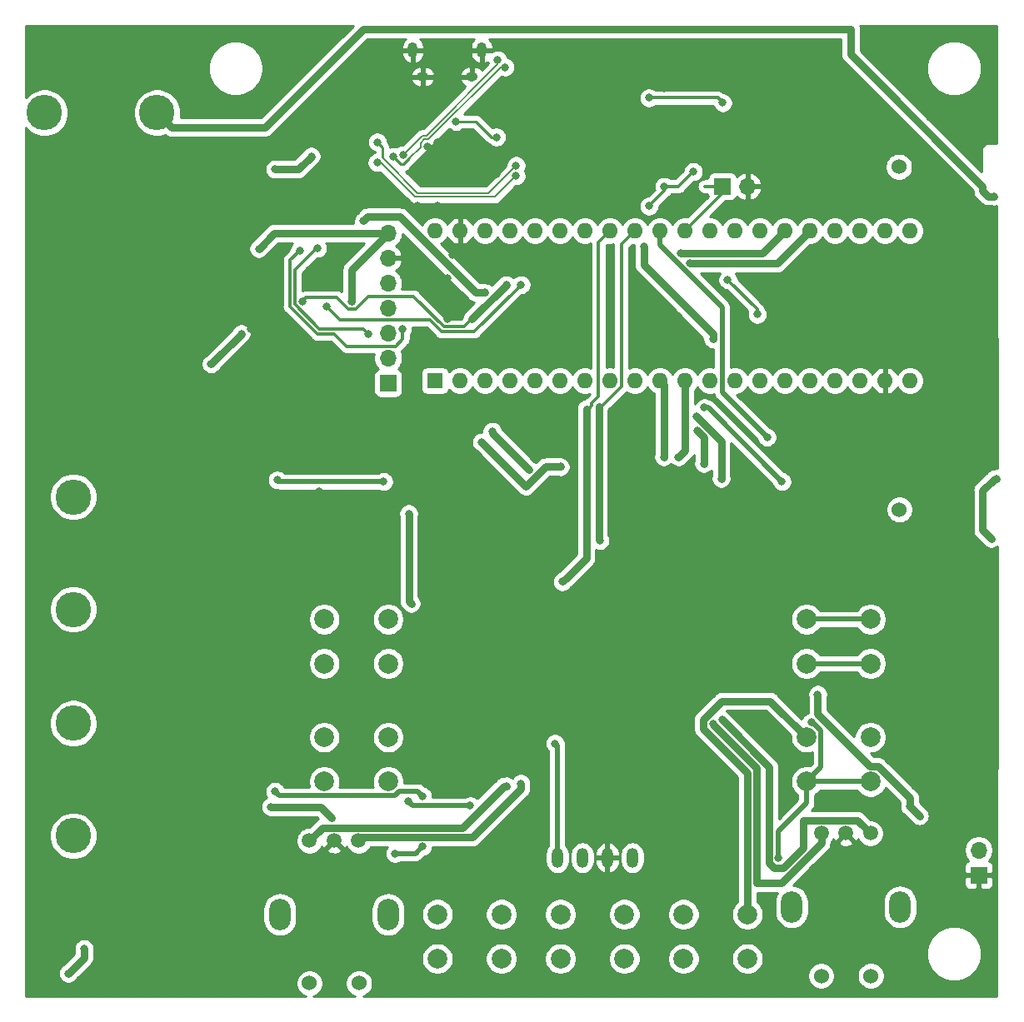
<source format=gbr>
%TF.GenerationSoftware,KiCad,Pcbnew,5.1.6*%
%TF.CreationDate,2020-08-25T15:19:02-07:00*%
%TF.ProjectId,uSDX,75534458-2e6b-4696-9361-645f70636258,2.0.3*%
%TF.SameCoordinates,Original*%
%TF.FileFunction,Copper,L2,Bot*%
%TF.FilePolarity,Positive*%
%FSLAX46Y46*%
G04 Gerber Fmt 4.6, Leading zero omitted, Abs format (unit mm)*
G04 Created by KiCad (PCBNEW 5.1.6) date 2020-08-25 15:19:02*
%MOMM*%
%LPD*%
G01*
G04 APERTURE LIST*
%TA.AperFunction,ComponentPad*%
%ADD10R,1.600000X1.600000*%
%TD*%
%TA.AperFunction,ComponentPad*%
%ADD11O,1.600000X1.600000*%
%TD*%
%TA.AperFunction,ComponentPad*%
%ADD12C,3.600000*%
%TD*%
%TA.AperFunction,ComponentPad*%
%ADD13O,1.200000X2.000000*%
%TD*%
%TA.AperFunction,ComponentPad*%
%ADD14C,2.000000*%
%TD*%
%TA.AperFunction,ComponentPad*%
%ADD15O,2.200000X3.200000*%
%TD*%
%TA.AperFunction,ComponentPad*%
%ADD16C,1.524000*%
%TD*%
%TA.AperFunction,ComponentPad*%
%ADD17C,1.500000*%
%TD*%
%TA.AperFunction,ComponentPad*%
%ADD18R,1.700000X1.700000*%
%TD*%
%TA.AperFunction,ComponentPad*%
%ADD19O,1.700000X1.700000*%
%TD*%
%TA.AperFunction,Conductor*%
%ADD20R,10.000000X80.000000*%
%TD*%
%TA.AperFunction,ComponentPad*%
%ADD21O,1.250000X0.950000*%
%TD*%
%TA.AperFunction,ComponentPad*%
%ADD22O,1.000000X1.550000*%
%TD*%
%TA.AperFunction,ViaPad*%
%ADD23C,0.800000*%
%TD*%
%TA.AperFunction,Conductor*%
%ADD24C,0.300000*%
%TD*%
%TA.AperFunction,Conductor*%
%ADD25C,0.750000*%
%TD*%
%TA.AperFunction,Conductor*%
%ADD26C,0.250000*%
%TD*%
%TA.AperFunction,Conductor*%
%ADD27C,0.500000*%
%TD*%
%TA.AperFunction,Conductor*%
%ADD28C,0.200000*%
%TD*%
%TA.AperFunction,Conductor*%
%ADD29C,0.254000*%
%TD*%
G04 APERTURE END LIST*
D10*
%TO.P,U201,1*%
%TO.N,N/C*%
X87250000Y-108750000D03*
D11*
%TO.P,U201,21*%
%TO.N,/mcu/RED_LED*%
X135510000Y-93510000D03*
%TO.P,U201,2*%
%TO.N,N/C*%
X89790000Y-108750000D03*
%TO.P,U201,22*%
%TO.N,/mcu/GREEN_LED*%
X132970000Y-93510000D03*
%TO.P,U201,3*%
%TO.N,/mcu/ENC2_A*%
X92330000Y-108750000D03*
%TO.P,U201,23*%
%TO.N,/mcu/DAH*%
X130430000Y-93510000D03*
%TO.P,U201,4*%
%TO.N,/mcu/ENC2_B*%
X94870000Y-108750000D03*
%TO.P,U201,24*%
%TO.N,/mcu/DIT*%
X127890000Y-93510000D03*
%TO.P,U201,5*%
%TO.N,N/C*%
X97410000Y-108750000D03*
%TO.P,U201,25*%
%TO.N,/mcu/TX_I*%
X125350000Y-93510000D03*
%TO.P,U201,6*%
%TO.N,/mcu/CLK_MEASURE*%
X99950000Y-108750000D03*
%TO.P,U201,26*%
%TO.N,/mcu/TX_Q*%
X122810000Y-93510000D03*
%TO.P,U201,7*%
%TO.N,/mcu/BUTTONS*%
X102490000Y-108750000D03*
%TO.P,U201,27*%
%TO.N,/mcu/SPKR_L*%
X120270000Y-93510000D03*
%TO.P,U201,8*%
%TO.N,/mcu/TX_BIAS*%
X105030000Y-108750000D03*
%TO.P,U201,28*%
%TO.N,/mcu/SPKR_R*%
X117730000Y-93510000D03*
%TO.P,U201,9*%
%TO.N,/mcu/Therm*%
X107570000Y-108750000D03*
%TO.P,U201,29*%
%TO.N,N/C*%
X115190000Y-93510000D03*
%TO.P,U201,10*%
%TO.N,/mcu/SWR1_SAFE*%
X110110000Y-108750000D03*
%TO.P,U201,30*%
%TO.N,/mcu/GPS_REF_CLK*%
X112650000Y-93510000D03*
%TO.P,U201,11*%
%TO.N,/mcu/SWR2_SAFE*%
X112650000Y-108750000D03*
%TO.P,U201,31*%
%TO.N,/mcu/SDA2*%
X110110000Y-93510000D03*
%TO.P,U201,12*%
%TO.N,/USB peripherals/MIC*%
X115190000Y-108750000D03*
%TO.P,U201,32*%
%TO.N,/mcu/ENC1_A*%
X107570000Y-93510000D03*
%TO.P,U201,13*%
%TO.N,/mcu/AUDIO_I*%
X117730000Y-108750000D03*
%TO.P,U201,33*%
%TO.N,/mcu/ENC1_B*%
X105030000Y-93510000D03*
%TO.P,U201,14*%
%TO.N,/mcu/AUDIO_Q*%
X120270000Y-108750000D03*
%TO.P,U201,34*%
%TO.N,/mcu/UART1_TX*%
X102490000Y-93510000D03*
%TO.P,U201,15*%
%TO.N,/mcu/VBAT*%
X122810000Y-108750000D03*
%TO.P,U201,35*%
%TO.N,/mcu/UART1_RX*%
X99950000Y-93510000D03*
%TO.P,U201,16*%
%TO.N,/mcu/RX_EN*%
X125350000Y-108750000D03*
%TO.P,U201,36*%
%TO.N,/synthesis/SCL*%
X97410000Y-93510000D03*
%TO.P,U201,17*%
%TO.N,/mcu/SCL2*%
X127890000Y-108750000D03*
%TO.P,U201,37*%
%TO.N,/synthesis/SDA*%
X94870000Y-93510000D03*
%TO.P,U201,18*%
%TO.N,+3V3*%
X130430000Y-108750000D03*
%TO.P,U201,38*%
%TO.N,N/C*%
X92330000Y-93510000D03*
%TO.P,U201,19*%
%TO.N,GND*%
X132970000Y-108750000D03*
%TO.P,U201,39*%
X89790000Y-93510000D03*
%TO.P,U201,20*%
%TO.N,N/C*%
X135510000Y-108750000D03*
%TO.P,U201,40*%
%TO.N,+3V3*%
X87250000Y-93510000D03*
%TD*%
D12*
%TO.P,L401,1*%
%TO.N,+12V*%
X59000000Y-81500000D03*
%TO.P,L401,2*%
%TO.N,Net-(C405-Pad1)*%
X47560000Y-81500000D03*
%TD*%
D13*
%TO.P,U203,1*%
%TO.N,+3V3*%
X107310000Y-157230000D03*
%TO.P,U203,2*%
%TO.N,GND*%
X104770000Y-157230000D03*
%TO.P,U203,3*%
%TO.N,/mcu/SCL2*%
X102230000Y-157230000D03*
%TO.P,U203,4*%
%TO.N,/mcu/SDA2*%
X99690000Y-157230000D03*
%TD*%
D14*
%TO.P,SW209,2*%
%TO.N,Net-(R231-Pad1)*%
X125000000Y-137500000D03*
%TO.P,SW209,1*%
%TO.N,/mcu/BUTTONS*%
X125000000Y-133000000D03*
%TO.P,SW209,2*%
%TO.N,Net-(R231-Pad1)*%
X131500000Y-137500000D03*
%TO.P,SW209,1*%
%TO.N,/mcu/BUTTONS*%
X131500000Y-133000000D03*
%TD*%
%TO.P,SW208,2*%
%TO.N,Net-(R220-Pad1)*%
X125000000Y-149500000D03*
%TO.P,SW208,1*%
%TO.N,/mcu/BUTTONS*%
X125000000Y-145000000D03*
%TO.P,SW208,2*%
%TO.N,Net-(R220-Pad1)*%
X131500000Y-149500000D03*
%TO.P,SW208,1*%
%TO.N,/mcu/BUTTONS*%
X131500000Y-145000000D03*
%TD*%
%TO.P,SW207,2*%
%TO.N,Net-(R229-Pad1)*%
X112500000Y-167500000D03*
%TO.P,SW207,1*%
%TO.N,/mcu/BUTTONS*%
X112500000Y-163000000D03*
%TO.P,SW207,2*%
%TO.N,Net-(R229-Pad1)*%
X119000000Y-167500000D03*
%TO.P,SW207,1*%
%TO.N,/mcu/BUTTONS*%
X119000000Y-163000000D03*
%TD*%
%TO.P,SW206,2*%
%TO.N,Net-(R224-Pad1)*%
X100000000Y-167500000D03*
%TO.P,SW206,1*%
%TO.N,/mcu/BUTTONS*%
X100000000Y-163000000D03*
%TO.P,SW206,2*%
%TO.N,Net-(R224-Pad1)*%
X106500000Y-167500000D03*
%TO.P,SW206,1*%
%TO.N,/mcu/BUTTONS*%
X106500000Y-163000000D03*
%TD*%
%TO.P,SW205,2*%
%TO.N,Net-(R223-Pad1)*%
X87500000Y-167500000D03*
%TO.P,SW205,1*%
%TO.N,/mcu/BUTTONS*%
X87500000Y-163000000D03*
%TO.P,SW205,2*%
%TO.N,Net-(R223-Pad1)*%
X94000000Y-167500000D03*
%TO.P,SW205,1*%
%TO.N,/mcu/BUTTONS*%
X94000000Y-163000000D03*
%TD*%
%TO.P,SW204,2*%
%TO.N,Net-(R221-Pad2)*%
X76000000Y-149500000D03*
%TO.P,SW204,1*%
%TO.N,/mcu/BUTTONS*%
X76000000Y-145000000D03*
%TO.P,SW204,2*%
%TO.N,Net-(R221-Pad2)*%
X82500000Y-149500000D03*
%TO.P,SW204,1*%
%TO.N,/mcu/BUTTONS*%
X82500000Y-145000000D03*
%TD*%
%TO.P,SW203,2*%
%TO.N,Net-(R222-Pad2)*%
X76000000Y-137500000D03*
%TO.P,SW203,1*%
%TO.N,/mcu/BUTTONS*%
X76000000Y-133000000D03*
%TO.P,SW203,2*%
%TO.N,Net-(R222-Pad2)*%
X82500000Y-137500000D03*
%TO.P,SW203,1*%
%TO.N,/mcu/BUTTONS*%
X82500000Y-133000000D03*
%TD*%
D15*
%TO.P,SW202,6*%
%TO.N,N/C*%
X123500000Y-162250000D03*
X134500000Y-162250000D03*
D16*
%TO.P,SW202,S1*%
%TO.N,Net-(R220-Pad2)*%
X126500000Y-169250000D03*
%TO.P,SW202,S2*%
%TO.N,/mcu/BUTTONS*%
X131540000Y-169250000D03*
D17*
%TO.P,SW202,B*%
%TO.N,/mcu/ENC2_B*%
X131500000Y-154750000D03*
%TO.P,SW202,C*%
%TO.N,GND*%
X129000000Y-154750000D03*
%TO.P,SW202,A*%
%TO.N,/mcu/ENC2_A*%
X126500000Y-154750000D03*
%TD*%
D18*
%TO.P,J301,1*%
%TO.N,/synthesis/CLK0*%
X82500000Y-109000000D03*
D19*
%TO.P,J301,2*%
%TO.N,/synthesis/CLK1*%
X82500000Y-106460000D03*
%TO.P,J301,3*%
%TO.N,/synthesis/CLK2*%
X82500000Y-103920000D03*
%TO.P,J301,4*%
%TO.N,/synthesis/SCL*%
X82500000Y-101380000D03*
%TO.P,J301,5*%
%TO.N,/synthesis/SDA*%
X82500000Y-98840000D03*
%TO.P,J301,6*%
%TO.N,GND*%
X82500000Y-96300000D03*
%TO.P,J301,7*%
%TO.N,+3V3*%
X82500000Y-93760000D03*
%TD*%
D15*
%TO.P,SW201,6*%
%TO.N,N/C*%
X71500000Y-163000000D03*
X82500000Y-163000000D03*
D16*
%TO.P,SW201,S1*%
%TO.N,Net-(R221-Pad1)*%
X74500000Y-170000000D03*
%TO.P,SW201,S2*%
%TO.N,/mcu/BUTTONS*%
X79540000Y-170000000D03*
D17*
%TO.P,SW201,B*%
%TO.N,/mcu/ENC1_B*%
X79500000Y-155500000D03*
%TO.P,SW201,C*%
%TO.N,GND*%
X77000000Y-155500000D03*
%TO.P,SW201,A*%
%TO.N,/mcu/ENC1_A*%
X74500000Y-155500000D03*
%TD*%
D16*
%TO.P,J203,-1*%
%TO.N,N/C*%
X134450000Y-121850000D03*
%TD*%
%TO.P,J202,-1*%
%TO.N,N/C*%
X134400000Y-87000000D03*
%TD*%
D18*
%TO.P,J201,1*%
%TO.N,/mcu/GPS_REF_CLK*%
X116460000Y-89000000D03*
D19*
%TO.P,J201,2*%
%TO.N,GND*%
X119000000Y-89000000D03*
%TD*%
D20*
%TO.N,GND*%
%TO.C,T401*%
X58000000Y-128500000D03*
%TD*%
D12*
%TO.P,L403,1*%
%TO.N,Net-(C419-Pad1)*%
X50500000Y-132000000D03*
%TO.P,L403,2*%
%TO.N,Net-(C421-Pad1)*%
X50500000Y-120560000D03*
%TD*%
%TO.P,L402,1*%
%TO.N,Net-(C417-Pad1)*%
X50500000Y-155000000D03*
%TO.P,L402,2*%
%TO.N,Net-(C419-Pad1)*%
X50500000Y-143560000D03*
%TD*%
D21*
%TO.P,J501,6*%
%TO.N,GND*%
X91000000Y-77850000D03*
X86000000Y-77850000D03*
D22*
X92000000Y-75150000D03*
X85000000Y-75150000D03*
%TD*%
D18*
%TO.P,J101,1*%
%TO.N,GND*%
X142500000Y-159000000D03*
D19*
%TO.P,J101,2*%
%TO.N,Net-(D101-Pad2)*%
X142500000Y-156460000D03*
%TD*%
D23*
%TO.N,+3V3*%
X93500000Y-84000000D03*
X89404082Y-82404082D03*
X113500000Y-87500000D03*
X110550000Y-89000000D03*
X78810000Y-100700000D03*
X115500000Y-104500000D03*
X112500000Y-101000000D03*
X109000000Y-91000000D03*
X71000000Y-87250000D03*
X74680000Y-85932000D03*
X69346000Y-95330000D03*
X67568000Y-103966000D03*
X64500000Y-107050000D03*
X83186437Y-156813563D03*
X85987036Y-156100020D03*
X108500000Y-95074979D03*
%TO.N,+12V*%
X135500000Y-152000000D03*
X126149990Y-140640925D03*
X71000000Y-150500000D03*
X86000000Y-151000000D03*
X143768000Y-124794000D03*
X144276000Y-118698000D03*
X144022000Y-89996000D03*
X84586000Y-122254000D03*
X84840000Y-131398000D03*
%TO.N,/mcu/SDA2*%
X121000000Y-114500000D03*
X99444361Y-145627279D03*
%TO.N,/mcu/RX_EN*%
X70568549Y-152068549D03*
X76768809Y-153199989D03*
%TO.N,/mcu/CLK_MEASURE*%
X80500000Y-104000000D03*
X75300000Y-95300000D03*
%TO.N,/mcu/SWR1_SAFE*%
X110500000Y-116500000D03*
%TO.N,/mcu/SWR2_SAFE*%
X112000000Y-116500000D03*
%TO.N,/mcu/TX_I*%
X96000000Y-99000000D03*
X76270000Y-101230000D03*
X113184421Y-96815584D03*
%TO.N,/mcu/TX_Q*%
X94500000Y-99000000D03*
X73750010Y-100684662D03*
X112184421Y-95815584D03*
%TO.N,/mcu/TX_BIAS*%
X73500000Y-95500000D03*
X83969662Y-103469662D03*
%TO.N,/mcu/AUDIO_Q*%
X117000000Y-98500000D03*
X120000000Y-102000000D03*
%TO.N,+12VA*%
X82030009Y-119000000D03*
X92000000Y-115000000D03*
X100000000Y-117500000D03*
X71233681Y-118845776D03*
%TO.N,/mcu/Therm*%
X80000000Y-92500000D03*
X92323058Y-99798068D03*
%TO.N,/Power Amplifier/SWR2*%
X96810563Y-117810563D03*
X93067483Y-113896805D03*
%TO.N,/Power Amplifier/SWR1*%
X51600000Y-166500000D03*
X50000000Y-169000000D03*
%TO.N,/USB peripherals/Vbus*%
X109000000Y-80000000D03*
X116499989Y-80499989D03*
%TO.N,Net-(R220-Pad1)*%
X125505965Y-143482105D03*
X122155711Y-157287051D03*
%TO.N,/mcu/BUTTONS*%
X84518136Y-151469163D03*
X122500000Y-119000000D03*
X114622051Y-111495890D03*
X90844037Y-151955090D03*
%TO.N,GND*%
X78000000Y-114000000D03*
X47500000Y-108000000D03*
X47500000Y-99500000D03*
X50550000Y-136986000D03*
X79506000Y-80598000D03*
X136000000Y-155500000D03*
X130000000Y-158500000D03*
X128000000Y-158500000D03*
X119500000Y-137500000D03*
X122000000Y-129000000D03*
X112000000Y-127000000D03*
X109500000Y-119000000D03*
X95500000Y-126500000D03*
X101000000Y-126000000D03*
X84500000Y-112000000D03*
X76000000Y-109500000D03*
X75500000Y-120000000D03*
X75500000Y-117000000D03*
X65000000Y-119000000D03*
X65000000Y-117000000D03*
X67500000Y-114000000D03*
X66500000Y-107000000D03*
X68500000Y-103500000D03*
X71000000Y-95500000D03*
X50500000Y-114500000D03*
X51500000Y-161000000D03*
X48000000Y-150500000D03*
X68000000Y-151500000D03*
X66000000Y-148000000D03*
X140000000Y-152000000D03*
X140000000Y-150000000D03*
X136000000Y-150000000D03*
X136000000Y-144000000D03*
X141500000Y-141500000D03*
X136000000Y-141500000D03*
X140000000Y-134500000D03*
X139500000Y-128000000D03*
X139500000Y-118000000D03*
X139500000Y-115000000D03*
X133500000Y-113500000D03*
X133500000Y-111500000D03*
X123000000Y-111000000D03*
X107500000Y-103000000D03*
X112500000Y-103000000D03*
X118000000Y-104000000D03*
X121000000Y-100000000D03*
X124000000Y-104000000D03*
X127000000Y-104000000D03*
X140500000Y-96500000D03*
X133000000Y-106000000D03*
X133000000Y-104000000D03*
X140500000Y-103500000D03*
X135500000Y-90500000D03*
X139500000Y-83500000D03*
X125000000Y-75000000D03*
X110500000Y-79000000D03*
X110500000Y-77000000D03*
X123000000Y-77500000D03*
X123000000Y-79500000D03*
X125000000Y-84000000D03*
X125000000Y-82000000D03*
X93500000Y-86000000D03*
X99000000Y-89500000D03*
X87500000Y-91000000D03*
X85500000Y-91000000D03*
X91500000Y-84000000D03*
X87500000Y-84500000D03*
X73000000Y-75000000D03*
X79500000Y-78500000D03*
X79500000Y-82500000D03*
X71000000Y-85000000D03*
X48000000Y-75000000D03*
X48000000Y-77000000D03*
X54000000Y-77000000D03*
X56000000Y-77000000D03*
X63000000Y-165550000D03*
X53000000Y-91450000D03*
X63000000Y-94500000D03*
X86507961Y-84924998D03*
X85500000Y-87500000D03*
X82500000Y-90500000D03*
X49000000Y-89500000D03*
X47050000Y-84500000D03*
X51000000Y-84500000D03*
X55000000Y-84500000D03*
X94000000Y-80000000D03*
X93500000Y-87750000D03*
X110500000Y-85000000D03*
X110550000Y-87000000D03*
X116000000Y-78000000D03*
X119000000Y-76500000D03*
X133500000Y-153000000D03*
X110500000Y-74500000D03*
X116000000Y-82500000D03*
X119000000Y-79500000D03*
X121667298Y-81800411D03*
X136500000Y-86500000D03*
X76204000Y-105490000D03*
X89000000Y-96000000D03*
X102500000Y-101000000D03*
X88500000Y-98349968D03*
X88500000Y-102500000D03*
X90500000Y-112000000D03*
X90000000Y-147000000D03*
X90000000Y-142000000D03*
X100000000Y-142000000D03*
X105000000Y-142000000D03*
X110000000Y-142000000D03*
X110000000Y-152000000D03*
X115000000Y-152000000D03*
X95000000Y-157000000D03*
X90000000Y-157000000D03*
X75000000Y-167000000D03*
X70000000Y-167000000D03*
X120000000Y-122000000D03*
X140000000Y-122000000D03*
X125000000Y-122000000D03*
X95000000Y-107000000D03*
X90000000Y-107000000D03*
X125000000Y-101000000D03*
X130000000Y-101000000D03*
X135000000Y-97000000D03*
X130000000Y-87000000D03*
X100000000Y-77000000D03*
X105000000Y-77000000D03*
X50000000Y-97000000D03*
X55000000Y-82000000D03*
X70000000Y-132000000D03*
X70000000Y-137000000D03*
X70000000Y-142000000D03*
X70000000Y-147000000D03*
X90000000Y-124500000D03*
X95000000Y-104500000D03*
X127500000Y-99500000D03*
X127500000Y-89500000D03*
X100000000Y-74500000D03*
X105000000Y-74500000D03*
X74000000Y-82000000D03*
X72500000Y-78000000D03*
X60000000Y-74500000D03*
X47500000Y-92000000D03*
X47500000Y-132000000D03*
X47500000Y-127000000D03*
X47500000Y-122000000D03*
X47500000Y-117000000D03*
X47500000Y-112000000D03*
X47500000Y-137000000D03*
X47500000Y-142000000D03*
X47500000Y-154500000D03*
X47500000Y-162000000D03*
X47500000Y-167000000D03*
X110000000Y-169500000D03*
X97500000Y-169500000D03*
X85000000Y-169500000D03*
X90000000Y-164500000D03*
X102500000Y-164500000D03*
X115000000Y-164500000D03*
X132500000Y-167000000D03*
X117500000Y-159500000D03*
X110000000Y-159500000D03*
X112500000Y-154500000D03*
X107500000Y-154500000D03*
X102500000Y-147000000D03*
X120000000Y-144500000D03*
X130000000Y-139500000D03*
X135000000Y-137000000D03*
X142500000Y-144500000D03*
X137500000Y-134500000D03*
X132500000Y-127000000D03*
X142500000Y-107000000D03*
X137500000Y-94500000D03*
X137500000Y-92000000D03*
X137500000Y-82000000D03*
X102500000Y-99500000D03*
X107500000Y-99500000D03*
X137500000Y-102000000D03*
X132500000Y-97000000D03*
X85000000Y-106000000D03*
X87500000Y-107000000D03*
X67500000Y-117000000D03*
X80000000Y-109500000D03*
X66000000Y-111000000D03*
X93000000Y-112000000D03*
X94000000Y-120000000D03*
X100000000Y-120000000D03*
X98000000Y-99000000D03*
X101000000Y-107000000D03*
X96000000Y-83000000D03*
X102000000Y-82000000D03*
X76000000Y-92000000D03*
X67000000Y-94000000D03*
X105000000Y-91000000D03*
X77000000Y-127000000D03*
X79000000Y-135000000D03*
X79000000Y-147000000D03*
X115000000Y-149000000D03*
X110000000Y-149000000D03*
X68000000Y-156000000D03*
X68000000Y-163000000D03*
X72000000Y-156000000D03*
X96500000Y-154500000D03*
X123000000Y-148000000D03*
X105000000Y-101000000D03*
X80100000Y-116900000D03*
X89500000Y-115000000D03*
X67000000Y-124000000D03*
X66000000Y-136000000D03*
X79000000Y-131000000D03*
X83000000Y-122000000D03*
X87500000Y-120000000D03*
X100000000Y-111000000D03*
X107500000Y-111000000D03*
X115500000Y-98500000D03*
X139500000Y-88000000D03*
X74500000Y-97500000D03*
X76500000Y-87500000D03*
X130000000Y-78500000D03*
X136000000Y-123000000D03*
%TO.N,/mcu/ENC2_A*%
X113926946Y-113857820D03*
X115501437Y-143662563D03*
X114558000Y-117174000D03*
%TO.N,/mcu/ENC2_B*%
X113796000Y-112348000D03*
X116427196Y-143244804D03*
X116336000Y-118698000D03*
%TO.N,/mcu/ENC1_A*%
X94492000Y-149940000D03*
X104000000Y-125000000D03*
%TO.N,/mcu/ENC1_B*%
X95975010Y-149686000D03*
X100189437Y-129189437D03*
%TO.N,/USB peripherals/D2+*%
X93628768Y-76128768D03*
X83994428Y-85798464D03*
%TO.N,/USB peripherals/D1+*%
X95500000Y-87930000D03*
X81367813Y-86573236D03*
%TO.N,/USB peripherals/D2-*%
X94371232Y-76871232D03*
X83012357Y-85987037D03*
%TO.N,/USB peripherals/D1-*%
X95500000Y-86880000D03*
X81400000Y-84500000D03*
%TD*%
D24*
%TO.N,+3V3*%
X112000000Y-89000000D02*
X110550000Y-89000000D01*
X113500000Y-87500000D02*
X112000000Y-89000000D01*
D25*
X78810000Y-97450000D02*
X78810000Y-100700000D01*
X82500000Y-93760000D02*
X78810000Y-97450000D01*
D26*
X91404082Y-82404082D02*
X89404082Y-82404082D01*
X93000000Y-84000000D02*
X91404082Y-82404082D01*
X93500000Y-84000000D02*
X93000000Y-84000000D01*
D25*
X115500000Y-104000000D02*
X112500000Y-101000000D01*
X115500000Y-104500000D02*
X115500000Y-104000000D01*
D24*
X110550000Y-89000000D02*
X110550000Y-89450000D01*
X110550000Y-89450000D02*
X109000000Y-91000000D01*
D25*
X73362000Y-87250000D02*
X74680000Y-85932000D01*
X71000000Y-87250000D02*
X73362000Y-87250000D01*
X70916000Y-93760000D02*
X69346000Y-95330000D01*
X82500000Y-93760000D02*
X70916000Y-93760000D01*
X67568000Y-103982000D02*
X64500000Y-107050000D01*
X67568000Y-103966000D02*
X67568000Y-103982000D01*
D27*
X83186437Y-156813563D02*
X85273493Y-156813563D01*
X85273493Y-156813563D02*
X85987036Y-156100020D01*
D25*
X108500000Y-97000000D02*
X108500000Y-95074979D01*
X112500000Y-101000000D02*
X108500000Y-97000000D01*
%TO.N,+12V*%
X132256001Y-147924999D02*
X131424999Y-147924999D01*
X135500000Y-152000000D02*
X135500000Y-151168998D01*
X135500000Y-151168998D02*
X132256001Y-147924999D01*
X131424999Y-147924999D02*
X126149990Y-142649990D01*
X126149990Y-142649990D02*
X126149990Y-140640925D01*
D27*
X85500000Y-150500000D02*
X86000000Y-151000000D01*
X83646002Y-150500000D02*
X85500000Y-150500000D01*
X71000000Y-150500000D02*
X71450001Y-150950001D01*
X83196001Y-150950001D02*
X83646002Y-150500000D01*
X71450001Y-150950001D02*
X83196001Y-150950001D01*
D25*
X136500000Y-153000000D02*
X135500000Y-152000000D01*
X144103961Y-118698000D02*
X144276000Y-118698000D01*
X142914990Y-119886971D02*
X144103961Y-118698000D01*
X142914990Y-123940990D02*
X142914990Y-119886971D01*
X143768000Y-124794000D02*
X142914990Y-123940990D01*
X84586000Y-131144000D02*
X84840000Y-131398000D01*
X84586000Y-122254000D02*
X84586000Y-131144000D01*
X143456315Y-89996000D02*
X144022000Y-89996000D01*
X142914990Y-89454675D02*
X143456315Y-89996000D01*
X142914990Y-89013029D02*
X142914990Y-89454675D01*
X129500000Y-75598039D02*
X142914990Y-89013029D01*
X129500000Y-73000000D02*
X129500000Y-75598039D01*
X80000000Y-73000000D02*
X129500000Y-73000000D01*
X70000000Y-83000000D02*
X80000000Y-73000000D01*
X60500000Y-83000000D02*
X70000000Y-83000000D01*
X59000000Y-81500000D02*
X60500000Y-83000000D01*
D24*
%TO.N,/mcu/GPS_REF_CLK*%
X117160000Y-89000000D02*
X112650000Y-93510000D01*
X116460000Y-89000000D02*
X114660000Y-89000000D01*
D27*
%TO.N,/mcu/SDA2*%
X99690000Y-145872918D02*
X99444361Y-145627279D01*
X99690000Y-157230000D02*
X99690000Y-145872918D01*
X116440001Y-101273261D02*
X116440001Y-109940001D01*
X110110000Y-93510000D02*
X110110000Y-94943260D01*
X110110000Y-94943260D02*
X116440001Y-101273261D01*
X116440001Y-109940001D02*
X121000000Y-114500000D01*
D25*
%TO.N,/mcu/RX_EN*%
X75637369Y-152068549D02*
X76768809Y-153199989D01*
X70568549Y-152068549D02*
X75637369Y-152068549D01*
D24*
%TO.N,/mcu/CLK_MEASURE*%
X75200000Y-95300000D02*
X75300000Y-95300000D01*
X73000000Y-97500000D02*
X75200000Y-95300000D01*
X75500000Y-103500000D02*
X73000000Y-101000000D01*
X80000000Y-103500000D02*
X75500000Y-103500000D01*
X73000000Y-101000000D02*
X73000000Y-97500000D01*
X80500000Y-104000000D02*
X80000000Y-103500000D01*
D25*
%TO.N,/mcu/SWR1_SAFE*%
X110500000Y-109140000D02*
X110110000Y-108750000D01*
X110500000Y-116500000D02*
X110500000Y-109140000D01*
%TO.N,/mcu/SWR2_SAFE*%
X112650000Y-115850000D02*
X112650000Y-108750000D01*
X112000000Y-116500000D02*
X112650000Y-115850000D01*
%TO.N,/mcu/TX_I*%
X125350000Y-93510000D02*
X122044416Y-96815584D01*
X122044416Y-96815584D02*
X113184421Y-96815584D01*
D24*
X91249987Y-103750013D02*
X95600001Y-99399999D01*
X95600001Y-99399999D02*
X96000000Y-99000000D01*
X86762875Y-102580001D02*
X87932887Y-103750013D01*
X77620001Y-102580001D02*
X86762875Y-102580001D01*
X76270000Y-101230000D02*
X77620001Y-102580001D01*
X87932887Y-103750013D02*
X91249987Y-103750013D01*
D25*
%TO.N,/mcu/TX_Q*%
X94500000Y-99000000D02*
X91000000Y-102500000D01*
X122810000Y-93510000D02*
X120504416Y-95815584D01*
X120504416Y-95815584D02*
X112184421Y-95815584D01*
D24*
X79170002Y-101450002D02*
X78449998Y-101450002D01*
X88139998Y-103250002D02*
X85069995Y-100179999D01*
X74150009Y-100284663D02*
X73750010Y-100684662D01*
X77284659Y-100284663D02*
X74150009Y-100284663D01*
X90249998Y-103250002D02*
X88139998Y-103250002D01*
X80440005Y-100179999D02*
X79170002Y-101450002D01*
X78449998Y-101450002D02*
X77284659Y-100284663D01*
X85069995Y-100179999D02*
X80440005Y-100179999D01*
X91000000Y-102500000D02*
X90249998Y-103250002D01*
%TO.N,/mcu/TX_BIAS*%
X73500000Y-95500000D02*
X72500000Y-96500000D01*
X83245010Y-105259999D02*
X83969662Y-104535347D01*
X72500000Y-96500000D02*
X72500000Y-101207120D01*
X75292890Y-104000010D02*
X77000010Y-104000010D01*
X77000010Y-104000010D02*
X78259999Y-105259999D01*
X78259999Y-105259999D02*
X83245010Y-105259999D01*
X83969662Y-104535347D02*
X83969662Y-103469662D01*
X72500000Y-101207120D02*
X75292890Y-104000010D01*
%TO.N,/mcu/AUDIO_Q*%
X120000000Y-101500000D02*
X120000000Y-102000000D01*
X117000000Y-98500000D02*
X120000000Y-101500000D01*
D25*
%TO.N,+12VA*%
X92000000Y-115000000D02*
X96500000Y-119500000D01*
X98500000Y-117500000D02*
X100000000Y-117500000D01*
X96500000Y-119500000D02*
X98500000Y-117500000D01*
D27*
X71387905Y-119000000D02*
X71233681Y-118845776D01*
X82030009Y-119000000D02*
X71387905Y-119000000D01*
D25*
%TO.N,/mcu/Therm*%
X91391102Y-99798068D02*
X92323058Y-99798068D01*
X83693035Y-92100001D02*
X91391102Y-99798068D01*
X80000000Y-92500000D02*
X80399999Y-92100001D01*
X80399999Y-92100001D02*
X83693035Y-92100001D01*
%TO.N,/Power Amplifier/SWR2*%
X93067483Y-114067483D02*
X93067483Y-113896805D01*
X96810563Y-117810563D02*
X93067483Y-114067483D01*
%TO.N,/Power Amplifier/SWR1*%
X51600000Y-166500000D02*
X51600000Y-167400000D01*
X51600000Y-167400000D02*
X50000000Y-169000000D01*
D24*
%TO.N,/USB peripherals/Vbus*%
X109000000Y-80000000D02*
X116000000Y-80000000D01*
X116000000Y-80000000D02*
X116499989Y-80499989D01*
D27*
%TO.N,Net-(R220-Pad1)*%
X131500000Y-149500000D02*
X125000000Y-149500000D01*
X125628107Y-143482105D02*
X125505965Y-143482105D01*
X126450001Y-144303999D02*
X125628107Y-143482105D01*
X126450001Y-148049999D02*
X126450001Y-144303999D01*
X125000000Y-149500000D02*
X126450001Y-148049999D01*
X125000000Y-149500000D02*
X125000000Y-151685016D01*
X125000000Y-151685016D02*
X122155711Y-154529305D01*
X122155711Y-154529305D02*
X122155711Y-157287051D01*
%TO.N,/mcu/BUTTONS*%
X131500000Y-133000000D02*
X125000000Y-133000000D01*
X122500000Y-119000000D02*
X114995890Y-111495890D01*
X114995890Y-111495890D02*
X114622051Y-111495890D01*
D25*
X116416998Y-141304000D02*
X121304000Y-141304000D01*
X114526436Y-143194562D02*
X116416998Y-141304000D01*
X121304000Y-141304000D02*
X125000000Y-145000000D01*
X114526436Y-144130564D02*
X114526436Y-143194562D01*
X119000000Y-148604128D02*
X114526436Y-144130564D01*
X119000000Y-163000000D02*
X119000000Y-148604128D01*
D27*
X85004063Y-151955090D02*
X90844037Y-151955090D01*
X84518136Y-151469163D02*
X85004063Y-151955090D01*
D26*
%TO.N,GND*%
X53000000Y-133500000D02*
X58000000Y-128500000D01*
D27*
X58000000Y-160550000D02*
X63000000Y-165550000D01*
X58000000Y-128500000D02*
X58000000Y-160550000D01*
X58000000Y-96450000D02*
X53000000Y-91450000D01*
X58000000Y-128500000D02*
X58000000Y-96450000D01*
D26*
X86507961Y-86492039D02*
X85500000Y-87500000D01*
X86507961Y-84924998D02*
X86507961Y-86492039D01*
D25*
X110500000Y-74500000D02*
X110500000Y-77000000D01*
X136500000Y-89500000D02*
X135500000Y-90500000D01*
X136500000Y-86500000D02*
X136500000Y-89500000D01*
X76204000Y-109296000D02*
X76000000Y-109500000D01*
X76204000Y-105490000D02*
X76204000Y-109296000D01*
D27*
X97500000Y-96000000D02*
X102500000Y-101000000D01*
X89000000Y-96000000D02*
X97500000Y-96000000D01*
X88500000Y-98349968D02*
X88500000Y-102500000D01*
X90500000Y-112000000D02*
X84500000Y-112000000D01*
D25*
%TO.N,/mcu/ENC2_A*%
X122449272Y-159780010D02*
X119950011Y-159780010D01*
X119950011Y-159780010D02*
X119950010Y-148146492D01*
X119950010Y-148146492D02*
X115501437Y-143697919D01*
X115501437Y-143697919D02*
X115501437Y-143662563D01*
X126500000Y-154750000D02*
X126500000Y-155729282D01*
X126500000Y-155729282D02*
X122449272Y-159780010D01*
X114558000Y-117174000D02*
X114558000Y-114488874D01*
X114558000Y-114488874D02*
X113926946Y-113857820D01*
%TO.N,/mcu/ENC2_B*%
X131500000Y-154750000D02*
X130174999Y-153424999D01*
X124638891Y-153424999D02*
X124638891Y-156246873D01*
X121180710Y-147998318D02*
X116427196Y-143244804D01*
X130174999Y-153424999D02*
X124638891Y-153424999D01*
X121180710Y-157755052D02*
X121180710Y-147998318D01*
X121687710Y-158262052D02*
X121180710Y-157755052D01*
X124638891Y-156246873D02*
X122623712Y-158262052D01*
X122623712Y-158262052D02*
X121687710Y-158262052D01*
X116336000Y-114888000D02*
X116336000Y-118698000D01*
X113796000Y-112348000D02*
X116336000Y-114888000D01*
%TO.N,/mcu/ENC1_A*%
X74500000Y-155500000D02*
X75825001Y-154174999D01*
X75825001Y-154174999D02*
X90003001Y-154174999D01*
X94238000Y-149940000D02*
X94492000Y-149940000D01*
X90003001Y-154174999D02*
X94238000Y-149940000D01*
X103890000Y-124794000D02*
X103890000Y-111332000D01*
D24*
X104150002Y-111332000D02*
X103890000Y-111332000D01*
X106180001Y-109302001D02*
X104150002Y-111332000D01*
X106180001Y-94899999D02*
X106180001Y-109302001D01*
X107570000Y-93510000D02*
X106180001Y-94899999D01*
D25*
%TO.N,/mcu/ENC1_B*%
X79874990Y-155125010D02*
X91101685Y-155125010D01*
X91101685Y-155125010D02*
X95975010Y-150251685D01*
X79500000Y-155500000D02*
X79874990Y-155125010D01*
X95975010Y-150251685D02*
X95975010Y-149686000D01*
D24*
X103164990Y-111295010D02*
X102620000Y-111840000D01*
X103879999Y-94660001D02*
X103879999Y-110316683D01*
X105030000Y-93510000D02*
X103879999Y-94660001D01*
X103879999Y-110316683D02*
X103164990Y-111031692D01*
D25*
X102620000Y-111840000D02*
X102620000Y-111586000D01*
D24*
X103164990Y-111031692D02*
X103164990Y-111295010D01*
D25*
X100589436Y-128789438D02*
X100189437Y-129189437D01*
X102620000Y-111840000D02*
X102620000Y-126758874D01*
X102620000Y-126758874D02*
X100589436Y-128789438D01*
D27*
%TO.N,Net-(R231-Pad1)*%
X131500000Y-137500000D02*
X125000000Y-137500000D01*
D28*
%TO.N,/USB peripherals/D2+*%
X93628768Y-76575098D02*
X86378880Y-83824986D01*
X93628768Y-76128768D02*
X93628768Y-76575098D01*
X86378880Y-83824986D02*
X85967906Y-83824986D01*
X85967906Y-83824986D02*
X83994428Y-85798464D01*
%TO.N,/USB peripherals/D1+*%
X81840900Y-86659100D02*
X81590900Y-86409100D01*
X95500000Y-87930000D02*
X93355011Y-90074989D01*
X85256789Y-90074989D02*
X81840900Y-86659100D01*
X93355011Y-90074989D02*
X85256789Y-90074989D01*
D26*
%TO.N,/USB peripherals/D2-*%
X84659099Y-86159099D02*
X84063209Y-86754989D01*
X83780309Y-86754989D02*
X83012357Y-85987037D01*
X84063209Y-86754989D02*
X83780309Y-86754989D01*
D28*
X94371232Y-76871232D02*
X93946967Y-76871232D01*
X85807960Y-84588997D02*
X85807960Y-85010239D01*
X93946967Y-76871232D02*
X86593201Y-84224997D01*
X86593201Y-84224997D02*
X86171960Y-84224997D01*
X85807960Y-85010239D02*
X84659099Y-86159099D01*
X86171960Y-84224997D02*
X85807960Y-84588997D01*
D26*
%TO.N,/USB peripherals/D1-*%
X81500000Y-84600000D02*
X81400000Y-84500000D01*
X81909100Y-86090900D02*
X81909100Y-85009100D01*
X81909100Y-85009100D02*
X81400000Y-84500000D01*
D28*
X92705022Y-89674978D02*
X85493178Y-89674978D01*
X95500000Y-86880000D02*
X92705022Y-89674978D01*
X85493178Y-89674978D02*
X82159100Y-86340900D01*
X82159100Y-86340900D02*
X81909100Y-86090900D01*
%TD*%
D29*
%TO.N,GND*%
G36*
X69581645Y-81990000D02*
G01*
X61385237Y-81990000D01*
X61435000Y-81739827D01*
X61435000Y-81260173D01*
X61341424Y-80789737D01*
X61157869Y-80346595D01*
X60891388Y-79947778D01*
X60552222Y-79608612D01*
X60153405Y-79342131D01*
X59710263Y-79158576D01*
X59239827Y-79065000D01*
X58760173Y-79065000D01*
X58289737Y-79158576D01*
X57846595Y-79342131D01*
X57447778Y-79608612D01*
X57108612Y-79947778D01*
X56842131Y-80346595D01*
X56658576Y-80789737D01*
X56565000Y-81260173D01*
X56565000Y-81739827D01*
X56658576Y-82210263D01*
X56842131Y-82653405D01*
X57108612Y-83052222D01*
X57447778Y-83391388D01*
X57846595Y-83657869D01*
X58289737Y-83841424D01*
X58760173Y-83935000D01*
X59239827Y-83935000D01*
X59710263Y-83841424D01*
X59858426Y-83780053D01*
X59936160Y-83843847D01*
X60111620Y-83937632D01*
X60302006Y-83995385D01*
X60450392Y-84010000D01*
X60450394Y-84010000D01*
X60499999Y-84014886D01*
X60549604Y-84010000D01*
X69950392Y-84010000D01*
X70000000Y-84014886D01*
X70197994Y-83995385D01*
X70284736Y-83969072D01*
X70388380Y-83937632D01*
X70563840Y-83843847D01*
X70717633Y-83717633D01*
X70749261Y-83679094D01*
X76280417Y-78147938D01*
X84780732Y-78147938D01*
X84850397Y-78336150D01*
X84964447Y-78521822D01*
X85112529Y-78681676D01*
X85288951Y-78809569D01*
X85486934Y-78900586D01*
X85698869Y-78951230D01*
X85873000Y-78802564D01*
X85873000Y-77977000D01*
X86127000Y-77977000D01*
X86127000Y-78802564D01*
X86301131Y-78951230D01*
X86513066Y-78900586D01*
X86711049Y-78809569D01*
X86887471Y-78681676D01*
X87035553Y-78521822D01*
X87149603Y-78336150D01*
X87219268Y-78147938D01*
X87092734Y-77977000D01*
X86127000Y-77977000D01*
X85873000Y-77977000D01*
X84907266Y-77977000D01*
X84780732Y-78147938D01*
X76280417Y-78147938D01*
X76876293Y-77552062D01*
X84780732Y-77552062D01*
X84907266Y-77723000D01*
X85873000Y-77723000D01*
X85873000Y-76897436D01*
X86127000Y-76897436D01*
X86127000Y-77723000D01*
X87092734Y-77723000D01*
X87219268Y-77552062D01*
X89780732Y-77552062D01*
X89907266Y-77723000D01*
X90873000Y-77723000D01*
X90873000Y-76897436D01*
X90698869Y-76748770D01*
X90486934Y-76799414D01*
X90288951Y-76890431D01*
X90112529Y-77018324D01*
X89964447Y-77178178D01*
X89850397Y-77363850D01*
X89780732Y-77552062D01*
X87219268Y-77552062D01*
X87149603Y-77363850D01*
X87035553Y-77178178D01*
X86887471Y-77018324D01*
X86711049Y-76890431D01*
X86513066Y-76799414D01*
X86301131Y-76748770D01*
X86127000Y-76897436D01*
X85873000Y-76897436D01*
X85698869Y-76748770D01*
X85486934Y-76799414D01*
X85288951Y-76890431D01*
X85112529Y-77018324D01*
X84964447Y-77178178D01*
X84850397Y-77363850D01*
X84780732Y-77552062D01*
X76876293Y-77552062D01*
X79151355Y-75277000D01*
X83865000Y-75277000D01*
X83865000Y-75552000D01*
X83911585Y-75770987D01*
X83999997Y-75976678D01*
X84126839Y-76161169D01*
X84287236Y-76317369D01*
X84475024Y-76439276D01*
X84698126Y-76519119D01*
X84873000Y-76392954D01*
X84873000Y-75277000D01*
X85127000Y-75277000D01*
X85127000Y-76392954D01*
X85301874Y-76519119D01*
X85524976Y-76439276D01*
X85712764Y-76317369D01*
X85873161Y-76161169D01*
X86000003Y-75976678D01*
X86088415Y-75770987D01*
X86135000Y-75552000D01*
X86135000Y-75277000D01*
X90865000Y-75277000D01*
X90865000Y-75552000D01*
X90911585Y-75770987D01*
X90999997Y-75976678D01*
X91126839Y-76161169D01*
X91287236Y-76317369D01*
X91475024Y-76439276D01*
X91698126Y-76519119D01*
X91873000Y-76392954D01*
X91873000Y-75277000D01*
X90865000Y-75277000D01*
X86135000Y-75277000D01*
X85127000Y-75277000D01*
X84873000Y-75277000D01*
X83865000Y-75277000D01*
X79151355Y-75277000D01*
X80418356Y-74010000D01*
X84259132Y-74010000D01*
X84126839Y-74138831D01*
X83999997Y-74323322D01*
X83911585Y-74529013D01*
X83865000Y-74748000D01*
X83865000Y-75023000D01*
X84873000Y-75023000D01*
X84873000Y-75003000D01*
X85127000Y-75003000D01*
X85127000Y-75023000D01*
X86135000Y-75023000D01*
X86135000Y-74748000D01*
X86088415Y-74529013D01*
X86000003Y-74323322D01*
X85873161Y-74138831D01*
X85740868Y-74010000D01*
X91259132Y-74010000D01*
X91126839Y-74138831D01*
X90999997Y-74323322D01*
X90911585Y-74529013D01*
X90865000Y-74748000D01*
X90865000Y-75023000D01*
X91873000Y-75023000D01*
X91873000Y-75003000D01*
X92127000Y-75003000D01*
X92127000Y-75023000D01*
X93135000Y-75023000D01*
X93135000Y-74748000D01*
X93088415Y-74529013D01*
X93000003Y-74323322D01*
X92873161Y-74138831D01*
X92740868Y-74010000D01*
X128490000Y-74010000D01*
X128490001Y-75548422D01*
X128485114Y-75598039D01*
X128504615Y-75796033D01*
X128562368Y-75986418D01*
X128597882Y-76052860D01*
X128656154Y-76161879D01*
X128782368Y-76315672D01*
X128820901Y-76347295D01*
X141902630Y-89429025D01*
X141900104Y-89454675D01*
X141904990Y-89504282D01*
X141904990Y-89504283D01*
X141919605Y-89652669D01*
X141977358Y-89843055D01*
X142071144Y-90018515D01*
X142197358Y-90172308D01*
X142235892Y-90203932D01*
X142707050Y-90675089D01*
X142738682Y-90713633D01*
X142892475Y-90839847D01*
X143067935Y-90933632D01*
X143258321Y-90991385D01*
X143406707Y-91006000D01*
X143406709Y-91006000D01*
X143456314Y-91010886D01*
X143505919Y-91006000D01*
X143794377Y-91006000D01*
X143920061Y-91031000D01*
X144123939Y-91031000D01*
X144323898Y-90991226D01*
X144343630Y-90983053D01*
X144386048Y-117664613D01*
X144377939Y-117663000D01*
X144174061Y-117663000D01*
X144042515Y-117689166D01*
X143905966Y-117702615D01*
X143715581Y-117760368D01*
X143540121Y-117854153D01*
X143386328Y-117980367D01*
X143354704Y-118018901D01*
X142235891Y-119137715D01*
X142197358Y-119169338D01*
X142165735Y-119207871D01*
X142165734Y-119207872D01*
X142071144Y-119323131D01*
X141977358Y-119498592D01*
X141919605Y-119688977D01*
X141900104Y-119886971D01*
X141904991Y-119936589D01*
X141904990Y-123891382D01*
X141900104Y-123940990D01*
X141904990Y-123990597D01*
X141919605Y-124138983D01*
X141977358Y-124329369D01*
X142071143Y-124504830D01*
X142197357Y-124658623D01*
X142235896Y-124690251D01*
X142892868Y-125347223D01*
X142964063Y-125453774D01*
X143108226Y-125597937D01*
X143277744Y-125711205D01*
X143466102Y-125789226D01*
X143666061Y-125829000D01*
X143869939Y-125829000D01*
X144069898Y-125789226D01*
X144258256Y-125711205D01*
X144387859Y-125624607D01*
X144340681Y-171340000D01*
X79955491Y-171340000D01*
X80201727Y-171238005D01*
X80430535Y-171085120D01*
X80625120Y-170890535D01*
X80778005Y-170661727D01*
X80883314Y-170407490D01*
X80937000Y-170137592D01*
X80937000Y-169862408D01*
X80883314Y-169592510D01*
X80778005Y-169338273D01*
X80625120Y-169109465D01*
X80430535Y-168914880D01*
X80201727Y-168761995D01*
X79947490Y-168656686D01*
X79677592Y-168603000D01*
X79402408Y-168603000D01*
X79132510Y-168656686D01*
X78878273Y-168761995D01*
X78649465Y-168914880D01*
X78454880Y-169109465D01*
X78301995Y-169338273D01*
X78196686Y-169592510D01*
X78143000Y-169862408D01*
X78143000Y-170137592D01*
X78196686Y-170407490D01*
X78301995Y-170661727D01*
X78454880Y-170890535D01*
X78649465Y-171085120D01*
X78878273Y-171238005D01*
X79124509Y-171340000D01*
X74915491Y-171340000D01*
X75161727Y-171238005D01*
X75390535Y-171085120D01*
X75585120Y-170890535D01*
X75738005Y-170661727D01*
X75843314Y-170407490D01*
X75897000Y-170137592D01*
X75897000Y-169862408D01*
X75843314Y-169592510D01*
X75738005Y-169338273D01*
X75585120Y-169109465D01*
X75390535Y-168914880D01*
X75161727Y-168761995D01*
X74907490Y-168656686D01*
X74637592Y-168603000D01*
X74362408Y-168603000D01*
X74092510Y-168656686D01*
X73838273Y-168761995D01*
X73609465Y-168914880D01*
X73414880Y-169109465D01*
X73261995Y-169338273D01*
X73156686Y-169592510D01*
X73103000Y-169862408D01*
X73103000Y-170137592D01*
X73156686Y-170407490D01*
X73261995Y-170661727D01*
X73414880Y-170890535D01*
X73609465Y-171085120D01*
X73838273Y-171238005D01*
X74084509Y-171340000D01*
X45660000Y-171340000D01*
X45660000Y-168898061D01*
X48965000Y-168898061D01*
X48965000Y-169101939D01*
X49004774Y-169301898D01*
X49082795Y-169490256D01*
X49196063Y-169659774D01*
X49340226Y-169803937D01*
X49509744Y-169917205D01*
X49698102Y-169995226D01*
X49898061Y-170035000D01*
X50101939Y-170035000D01*
X50301898Y-169995226D01*
X50490256Y-169917205D01*
X50659774Y-169803937D01*
X50803937Y-169659774D01*
X50875131Y-169553224D01*
X52279099Y-168149256D01*
X52317633Y-168117633D01*
X52443847Y-167963840D01*
X52537632Y-167788380D01*
X52595385Y-167597995D01*
X52614886Y-167400000D01*
X52610000Y-167350392D01*
X52610000Y-167338967D01*
X85865000Y-167338967D01*
X85865000Y-167661033D01*
X85927832Y-167976912D01*
X86051082Y-168274463D01*
X86230013Y-168542252D01*
X86457748Y-168769987D01*
X86725537Y-168948918D01*
X87023088Y-169072168D01*
X87338967Y-169135000D01*
X87661033Y-169135000D01*
X87976912Y-169072168D01*
X88274463Y-168948918D01*
X88542252Y-168769987D01*
X88769987Y-168542252D01*
X88948918Y-168274463D01*
X89072168Y-167976912D01*
X89135000Y-167661033D01*
X89135000Y-167338967D01*
X92365000Y-167338967D01*
X92365000Y-167661033D01*
X92427832Y-167976912D01*
X92551082Y-168274463D01*
X92730013Y-168542252D01*
X92957748Y-168769987D01*
X93225537Y-168948918D01*
X93523088Y-169072168D01*
X93838967Y-169135000D01*
X94161033Y-169135000D01*
X94476912Y-169072168D01*
X94774463Y-168948918D01*
X95042252Y-168769987D01*
X95269987Y-168542252D01*
X95448918Y-168274463D01*
X95572168Y-167976912D01*
X95635000Y-167661033D01*
X95635000Y-167338967D01*
X98365000Y-167338967D01*
X98365000Y-167661033D01*
X98427832Y-167976912D01*
X98551082Y-168274463D01*
X98730013Y-168542252D01*
X98957748Y-168769987D01*
X99225537Y-168948918D01*
X99523088Y-169072168D01*
X99838967Y-169135000D01*
X100161033Y-169135000D01*
X100476912Y-169072168D01*
X100774463Y-168948918D01*
X101042252Y-168769987D01*
X101269987Y-168542252D01*
X101448918Y-168274463D01*
X101572168Y-167976912D01*
X101635000Y-167661033D01*
X101635000Y-167338967D01*
X104865000Y-167338967D01*
X104865000Y-167661033D01*
X104927832Y-167976912D01*
X105051082Y-168274463D01*
X105230013Y-168542252D01*
X105457748Y-168769987D01*
X105725537Y-168948918D01*
X106023088Y-169072168D01*
X106338967Y-169135000D01*
X106661033Y-169135000D01*
X106976912Y-169072168D01*
X107274463Y-168948918D01*
X107542252Y-168769987D01*
X107769987Y-168542252D01*
X107948918Y-168274463D01*
X108072168Y-167976912D01*
X108135000Y-167661033D01*
X108135000Y-167338967D01*
X110865000Y-167338967D01*
X110865000Y-167661033D01*
X110927832Y-167976912D01*
X111051082Y-168274463D01*
X111230013Y-168542252D01*
X111457748Y-168769987D01*
X111725537Y-168948918D01*
X112023088Y-169072168D01*
X112338967Y-169135000D01*
X112661033Y-169135000D01*
X112976912Y-169072168D01*
X113274463Y-168948918D01*
X113542252Y-168769987D01*
X113769987Y-168542252D01*
X113948918Y-168274463D01*
X114072168Y-167976912D01*
X114135000Y-167661033D01*
X114135000Y-167338967D01*
X117365000Y-167338967D01*
X117365000Y-167661033D01*
X117427832Y-167976912D01*
X117551082Y-168274463D01*
X117730013Y-168542252D01*
X117957748Y-168769987D01*
X118225537Y-168948918D01*
X118523088Y-169072168D01*
X118838967Y-169135000D01*
X119161033Y-169135000D01*
X119274611Y-169112408D01*
X125103000Y-169112408D01*
X125103000Y-169387592D01*
X125156686Y-169657490D01*
X125261995Y-169911727D01*
X125414880Y-170140535D01*
X125609465Y-170335120D01*
X125838273Y-170488005D01*
X126092510Y-170593314D01*
X126362408Y-170647000D01*
X126637592Y-170647000D01*
X126907490Y-170593314D01*
X127161727Y-170488005D01*
X127390535Y-170335120D01*
X127585120Y-170140535D01*
X127738005Y-169911727D01*
X127843314Y-169657490D01*
X127897000Y-169387592D01*
X127897000Y-169112408D01*
X130143000Y-169112408D01*
X130143000Y-169387592D01*
X130196686Y-169657490D01*
X130301995Y-169911727D01*
X130454880Y-170140535D01*
X130649465Y-170335120D01*
X130878273Y-170488005D01*
X131132510Y-170593314D01*
X131402408Y-170647000D01*
X131677592Y-170647000D01*
X131947490Y-170593314D01*
X132201727Y-170488005D01*
X132430535Y-170335120D01*
X132625120Y-170140535D01*
X132778005Y-169911727D01*
X132883314Y-169657490D01*
X132937000Y-169387592D01*
X132937000Y-169112408D01*
X132883314Y-168842510D01*
X132778005Y-168588273D01*
X132625120Y-168359465D01*
X132430535Y-168164880D01*
X132201727Y-168011995D01*
X131947490Y-167906686D01*
X131677592Y-167853000D01*
X131402408Y-167853000D01*
X131132510Y-167906686D01*
X130878273Y-168011995D01*
X130649465Y-168164880D01*
X130454880Y-168359465D01*
X130301995Y-168588273D01*
X130196686Y-168842510D01*
X130143000Y-169112408D01*
X127897000Y-169112408D01*
X127843314Y-168842510D01*
X127738005Y-168588273D01*
X127585120Y-168359465D01*
X127390535Y-168164880D01*
X127161727Y-168011995D01*
X126907490Y-167906686D01*
X126637592Y-167853000D01*
X126362408Y-167853000D01*
X126092510Y-167906686D01*
X125838273Y-168011995D01*
X125609465Y-168164880D01*
X125414880Y-168359465D01*
X125261995Y-168588273D01*
X125156686Y-168842510D01*
X125103000Y-169112408D01*
X119274611Y-169112408D01*
X119476912Y-169072168D01*
X119774463Y-168948918D01*
X120042252Y-168769987D01*
X120269987Y-168542252D01*
X120448918Y-168274463D01*
X120572168Y-167976912D01*
X120635000Y-167661033D01*
X120635000Y-167338967D01*
X120572168Y-167023088D01*
X120448986Y-166725701D01*
X137215000Y-166725701D01*
X137215000Y-167274299D01*
X137322026Y-167812354D01*
X137531965Y-168319192D01*
X137836750Y-168775334D01*
X138224666Y-169163250D01*
X138680808Y-169468035D01*
X139187646Y-169677974D01*
X139725701Y-169785000D01*
X140274299Y-169785000D01*
X140812354Y-169677974D01*
X141319192Y-169468035D01*
X141775334Y-169163250D01*
X142163250Y-168775334D01*
X142468035Y-168319192D01*
X142677974Y-167812354D01*
X142785000Y-167274299D01*
X142785000Y-166725701D01*
X142677974Y-166187646D01*
X142468035Y-165680808D01*
X142163250Y-165224666D01*
X141775334Y-164836750D01*
X141319192Y-164531965D01*
X140812354Y-164322026D01*
X140274299Y-164215000D01*
X139725701Y-164215000D01*
X139187646Y-164322026D01*
X138680808Y-164531965D01*
X138224666Y-164836750D01*
X137836750Y-165224666D01*
X137531965Y-165680808D01*
X137322026Y-166187646D01*
X137215000Y-166725701D01*
X120448986Y-166725701D01*
X120448918Y-166725537D01*
X120269987Y-166457748D01*
X120042252Y-166230013D01*
X119774463Y-166051082D01*
X119476912Y-165927832D01*
X119161033Y-165865000D01*
X118838967Y-165865000D01*
X118523088Y-165927832D01*
X118225537Y-166051082D01*
X117957748Y-166230013D01*
X117730013Y-166457748D01*
X117551082Y-166725537D01*
X117427832Y-167023088D01*
X117365000Y-167338967D01*
X114135000Y-167338967D01*
X114072168Y-167023088D01*
X113948918Y-166725537D01*
X113769987Y-166457748D01*
X113542252Y-166230013D01*
X113274463Y-166051082D01*
X112976912Y-165927832D01*
X112661033Y-165865000D01*
X112338967Y-165865000D01*
X112023088Y-165927832D01*
X111725537Y-166051082D01*
X111457748Y-166230013D01*
X111230013Y-166457748D01*
X111051082Y-166725537D01*
X110927832Y-167023088D01*
X110865000Y-167338967D01*
X108135000Y-167338967D01*
X108072168Y-167023088D01*
X107948918Y-166725537D01*
X107769987Y-166457748D01*
X107542252Y-166230013D01*
X107274463Y-166051082D01*
X106976912Y-165927832D01*
X106661033Y-165865000D01*
X106338967Y-165865000D01*
X106023088Y-165927832D01*
X105725537Y-166051082D01*
X105457748Y-166230013D01*
X105230013Y-166457748D01*
X105051082Y-166725537D01*
X104927832Y-167023088D01*
X104865000Y-167338967D01*
X101635000Y-167338967D01*
X101572168Y-167023088D01*
X101448918Y-166725537D01*
X101269987Y-166457748D01*
X101042252Y-166230013D01*
X100774463Y-166051082D01*
X100476912Y-165927832D01*
X100161033Y-165865000D01*
X99838967Y-165865000D01*
X99523088Y-165927832D01*
X99225537Y-166051082D01*
X98957748Y-166230013D01*
X98730013Y-166457748D01*
X98551082Y-166725537D01*
X98427832Y-167023088D01*
X98365000Y-167338967D01*
X95635000Y-167338967D01*
X95572168Y-167023088D01*
X95448918Y-166725537D01*
X95269987Y-166457748D01*
X95042252Y-166230013D01*
X94774463Y-166051082D01*
X94476912Y-165927832D01*
X94161033Y-165865000D01*
X93838967Y-165865000D01*
X93523088Y-165927832D01*
X93225537Y-166051082D01*
X92957748Y-166230013D01*
X92730013Y-166457748D01*
X92551082Y-166725537D01*
X92427832Y-167023088D01*
X92365000Y-167338967D01*
X89135000Y-167338967D01*
X89072168Y-167023088D01*
X88948918Y-166725537D01*
X88769987Y-166457748D01*
X88542252Y-166230013D01*
X88274463Y-166051082D01*
X87976912Y-165927832D01*
X87661033Y-165865000D01*
X87338967Y-165865000D01*
X87023088Y-165927832D01*
X86725537Y-166051082D01*
X86457748Y-166230013D01*
X86230013Y-166457748D01*
X86051082Y-166725537D01*
X85927832Y-167023088D01*
X85865000Y-167338967D01*
X52610000Y-167338967D01*
X52610000Y-166727623D01*
X52635000Y-166601939D01*
X52635000Y-166398061D01*
X52595226Y-166198102D01*
X52517205Y-166009744D01*
X52403937Y-165840226D01*
X52259774Y-165696063D01*
X52090256Y-165582795D01*
X51901898Y-165504774D01*
X51701939Y-165465000D01*
X51498061Y-165465000D01*
X51298102Y-165504774D01*
X51109744Y-165582795D01*
X50940226Y-165696063D01*
X50796063Y-165840226D01*
X50682795Y-166009744D01*
X50604774Y-166198102D01*
X50565000Y-166398061D01*
X50565000Y-166601939D01*
X50590000Y-166727623D01*
X50590000Y-166981644D01*
X49446776Y-168124869D01*
X49340226Y-168196063D01*
X49196063Y-168340226D01*
X49082795Y-168509744D01*
X49004774Y-168698102D01*
X48965000Y-168898061D01*
X45660000Y-168898061D01*
X45660000Y-162414776D01*
X69765000Y-162414776D01*
X69765000Y-163585225D01*
X69790105Y-163840119D01*
X69889314Y-164167168D01*
X70050422Y-164468578D01*
X70267235Y-164732766D01*
X70531423Y-164949579D01*
X70832833Y-165110686D01*
X71159882Y-165209895D01*
X71500000Y-165243394D01*
X71840119Y-165209895D01*
X72167168Y-165110686D01*
X72468578Y-164949579D01*
X72732766Y-164732766D01*
X72949579Y-164468578D01*
X73110686Y-164167168D01*
X73209895Y-163840119D01*
X73235000Y-163585225D01*
X73235000Y-162414776D01*
X80765000Y-162414776D01*
X80765000Y-163585225D01*
X80790105Y-163840119D01*
X80889314Y-164167168D01*
X81050422Y-164468578D01*
X81267235Y-164732766D01*
X81531423Y-164949579D01*
X81832833Y-165110686D01*
X82159882Y-165209895D01*
X82500000Y-165243394D01*
X82840119Y-165209895D01*
X83167168Y-165110686D01*
X83468578Y-164949579D01*
X83732766Y-164732766D01*
X83949579Y-164468578D01*
X84110686Y-164167168D01*
X84209895Y-163840119D01*
X84235000Y-163585225D01*
X84235000Y-162838967D01*
X85865000Y-162838967D01*
X85865000Y-163161033D01*
X85927832Y-163476912D01*
X86051082Y-163774463D01*
X86230013Y-164042252D01*
X86457748Y-164269987D01*
X86725537Y-164448918D01*
X87023088Y-164572168D01*
X87338967Y-164635000D01*
X87661033Y-164635000D01*
X87976912Y-164572168D01*
X88274463Y-164448918D01*
X88542252Y-164269987D01*
X88769987Y-164042252D01*
X88948918Y-163774463D01*
X89072168Y-163476912D01*
X89135000Y-163161033D01*
X89135000Y-162838967D01*
X92365000Y-162838967D01*
X92365000Y-163161033D01*
X92427832Y-163476912D01*
X92551082Y-163774463D01*
X92730013Y-164042252D01*
X92957748Y-164269987D01*
X93225537Y-164448918D01*
X93523088Y-164572168D01*
X93838967Y-164635000D01*
X94161033Y-164635000D01*
X94476912Y-164572168D01*
X94774463Y-164448918D01*
X95042252Y-164269987D01*
X95269987Y-164042252D01*
X95448918Y-163774463D01*
X95572168Y-163476912D01*
X95635000Y-163161033D01*
X95635000Y-162838967D01*
X98365000Y-162838967D01*
X98365000Y-163161033D01*
X98427832Y-163476912D01*
X98551082Y-163774463D01*
X98730013Y-164042252D01*
X98957748Y-164269987D01*
X99225537Y-164448918D01*
X99523088Y-164572168D01*
X99838967Y-164635000D01*
X100161033Y-164635000D01*
X100476912Y-164572168D01*
X100774463Y-164448918D01*
X101042252Y-164269987D01*
X101269987Y-164042252D01*
X101448918Y-163774463D01*
X101572168Y-163476912D01*
X101635000Y-163161033D01*
X101635000Y-162838967D01*
X104865000Y-162838967D01*
X104865000Y-163161033D01*
X104927832Y-163476912D01*
X105051082Y-163774463D01*
X105230013Y-164042252D01*
X105457748Y-164269987D01*
X105725537Y-164448918D01*
X106023088Y-164572168D01*
X106338967Y-164635000D01*
X106661033Y-164635000D01*
X106976912Y-164572168D01*
X107274463Y-164448918D01*
X107542252Y-164269987D01*
X107769987Y-164042252D01*
X107948918Y-163774463D01*
X108072168Y-163476912D01*
X108135000Y-163161033D01*
X108135000Y-162838967D01*
X110865000Y-162838967D01*
X110865000Y-163161033D01*
X110927832Y-163476912D01*
X111051082Y-163774463D01*
X111230013Y-164042252D01*
X111457748Y-164269987D01*
X111725537Y-164448918D01*
X112023088Y-164572168D01*
X112338967Y-164635000D01*
X112661033Y-164635000D01*
X112976912Y-164572168D01*
X113274463Y-164448918D01*
X113542252Y-164269987D01*
X113769987Y-164042252D01*
X113948918Y-163774463D01*
X114072168Y-163476912D01*
X114135000Y-163161033D01*
X114135000Y-162838967D01*
X114072168Y-162523088D01*
X113948918Y-162225537D01*
X113769987Y-161957748D01*
X113542252Y-161730013D01*
X113274463Y-161551082D01*
X112976912Y-161427832D01*
X112661033Y-161365000D01*
X112338967Y-161365000D01*
X112023088Y-161427832D01*
X111725537Y-161551082D01*
X111457748Y-161730013D01*
X111230013Y-161957748D01*
X111051082Y-162225537D01*
X110927832Y-162523088D01*
X110865000Y-162838967D01*
X108135000Y-162838967D01*
X108072168Y-162523088D01*
X107948918Y-162225537D01*
X107769987Y-161957748D01*
X107542252Y-161730013D01*
X107274463Y-161551082D01*
X106976912Y-161427832D01*
X106661033Y-161365000D01*
X106338967Y-161365000D01*
X106023088Y-161427832D01*
X105725537Y-161551082D01*
X105457748Y-161730013D01*
X105230013Y-161957748D01*
X105051082Y-162225537D01*
X104927832Y-162523088D01*
X104865000Y-162838967D01*
X101635000Y-162838967D01*
X101572168Y-162523088D01*
X101448918Y-162225537D01*
X101269987Y-161957748D01*
X101042252Y-161730013D01*
X100774463Y-161551082D01*
X100476912Y-161427832D01*
X100161033Y-161365000D01*
X99838967Y-161365000D01*
X99523088Y-161427832D01*
X99225537Y-161551082D01*
X98957748Y-161730013D01*
X98730013Y-161957748D01*
X98551082Y-162225537D01*
X98427832Y-162523088D01*
X98365000Y-162838967D01*
X95635000Y-162838967D01*
X95572168Y-162523088D01*
X95448918Y-162225537D01*
X95269987Y-161957748D01*
X95042252Y-161730013D01*
X94774463Y-161551082D01*
X94476912Y-161427832D01*
X94161033Y-161365000D01*
X93838967Y-161365000D01*
X93523088Y-161427832D01*
X93225537Y-161551082D01*
X92957748Y-161730013D01*
X92730013Y-161957748D01*
X92551082Y-162225537D01*
X92427832Y-162523088D01*
X92365000Y-162838967D01*
X89135000Y-162838967D01*
X89072168Y-162523088D01*
X88948918Y-162225537D01*
X88769987Y-161957748D01*
X88542252Y-161730013D01*
X88274463Y-161551082D01*
X87976912Y-161427832D01*
X87661033Y-161365000D01*
X87338967Y-161365000D01*
X87023088Y-161427832D01*
X86725537Y-161551082D01*
X86457748Y-161730013D01*
X86230013Y-161957748D01*
X86051082Y-162225537D01*
X85927832Y-162523088D01*
X85865000Y-162838967D01*
X84235000Y-162838967D01*
X84235000Y-162414775D01*
X84209895Y-162159881D01*
X84110686Y-161832832D01*
X83949579Y-161531422D01*
X83732766Y-161267234D01*
X83468577Y-161050421D01*
X83167167Y-160889314D01*
X82840118Y-160790105D01*
X82500000Y-160756606D01*
X82159881Y-160790105D01*
X81832832Y-160889314D01*
X81531422Y-161050421D01*
X81267234Y-161267234D01*
X81050421Y-161531423D01*
X80889314Y-161832833D01*
X80790105Y-162159882D01*
X80765000Y-162414776D01*
X73235000Y-162414776D01*
X73235000Y-162414775D01*
X73209895Y-162159881D01*
X73110686Y-161832832D01*
X72949579Y-161531422D01*
X72732766Y-161267234D01*
X72468577Y-161050421D01*
X72167167Y-160889314D01*
X71840118Y-160790105D01*
X71500000Y-160756606D01*
X71159881Y-160790105D01*
X70832832Y-160889314D01*
X70531422Y-161050421D01*
X70267234Y-161267234D01*
X70050421Y-161531423D01*
X69889314Y-161832833D01*
X69790105Y-162159882D01*
X69765000Y-162414776D01*
X45660000Y-162414776D01*
X45660000Y-154760173D01*
X48065000Y-154760173D01*
X48065000Y-155239827D01*
X48158576Y-155710263D01*
X48342131Y-156153405D01*
X48608612Y-156552222D01*
X48947778Y-156891388D01*
X49346595Y-157157869D01*
X49789737Y-157341424D01*
X50260173Y-157435000D01*
X50739827Y-157435000D01*
X51210263Y-157341424D01*
X51653405Y-157157869D01*
X52052222Y-156891388D01*
X52391388Y-156552222D01*
X52657869Y-156153405D01*
X52841424Y-155710263D01*
X52935000Y-155239827D01*
X52935000Y-154760173D01*
X52841424Y-154289737D01*
X52657869Y-153846595D01*
X52391388Y-153447778D01*
X52052222Y-153108612D01*
X51653405Y-152842131D01*
X51210263Y-152658576D01*
X50739827Y-152565000D01*
X50260173Y-152565000D01*
X49789737Y-152658576D01*
X49346595Y-152842131D01*
X48947778Y-153108612D01*
X48608612Y-153447778D01*
X48342131Y-153846595D01*
X48158576Y-154289737D01*
X48065000Y-154760173D01*
X45660000Y-154760173D01*
X45660000Y-151966610D01*
X69533549Y-151966610D01*
X69533549Y-152170488D01*
X69573323Y-152370447D01*
X69651344Y-152558805D01*
X69764612Y-152728323D01*
X69908775Y-152872486D01*
X70078293Y-152985754D01*
X70266651Y-153063775D01*
X70466610Y-153103549D01*
X70670488Y-153103549D01*
X70796172Y-153078549D01*
X75219014Y-153078549D01*
X75398309Y-153257845D01*
X75261161Y-153331152D01*
X75107368Y-153457366D01*
X75075740Y-153495905D01*
X74456645Y-154115000D01*
X74363589Y-154115000D01*
X74096011Y-154168225D01*
X73843957Y-154272629D01*
X73617114Y-154424201D01*
X73424201Y-154617114D01*
X73272629Y-154843957D01*
X73168225Y-155096011D01*
X73115000Y-155363589D01*
X73115000Y-155636411D01*
X73168225Y-155903989D01*
X73272629Y-156156043D01*
X73424201Y-156382886D01*
X73617114Y-156575799D01*
X73843957Y-156727371D01*
X74096011Y-156831775D01*
X74363589Y-156885000D01*
X74636411Y-156885000D01*
X74903989Y-156831775D01*
X75156043Y-156727371D01*
X75382886Y-156575799D01*
X75501692Y-156456993D01*
X76222612Y-156456993D01*
X76288137Y-156695860D01*
X76535116Y-156811760D01*
X76799960Y-156877250D01*
X77072492Y-156889812D01*
X77342238Y-156848965D01*
X77598832Y-156756277D01*
X77711863Y-156695860D01*
X77777388Y-156456993D01*
X77000000Y-155679605D01*
X76222612Y-156456993D01*
X75501692Y-156456993D01*
X75575799Y-156382886D01*
X75727371Y-156156043D01*
X75747861Y-156106574D01*
X75804140Y-156211863D01*
X76043007Y-156277388D01*
X76820395Y-155500000D01*
X76806253Y-155485858D01*
X76985858Y-155306253D01*
X77000000Y-155320395D01*
X77014143Y-155306253D01*
X77193748Y-155485858D01*
X77179605Y-155500000D01*
X77956993Y-156277388D01*
X78195860Y-156211863D01*
X78248918Y-156098799D01*
X78272629Y-156156043D01*
X78424201Y-156382886D01*
X78617114Y-156575799D01*
X78843957Y-156727371D01*
X79096011Y-156831775D01*
X79363589Y-156885000D01*
X79636411Y-156885000D01*
X79903989Y-156831775D01*
X80156043Y-156727371D01*
X80382886Y-156575799D01*
X80575799Y-156382886D01*
X80727371Y-156156043D01*
X80736083Y-156135010D01*
X82401279Y-156135010D01*
X82382500Y-156153789D01*
X82269232Y-156323307D01*
X82191211Y-156511665D01*
X82151437Y-156711624D01*
X82151437Y-156915502D01*
X82191211Y-157115461D01*
X82269232Y-157303819D01*
X82382500Y-157473337D01*
X82526663Y-157617500D01*
X82696181Y-157730768D01*
X82884539Y-157808789D01*
X83084498Y-157848563D01*
X83288376Y-157848563D01*
X83488335Y-157808789D01*
X83676693Y-157730768D01*
X83724891Y-157698563D01*
X85230024Y-157698563D01*
X85273493Y-157702844D01*
X85316962Y-157698563D01*
X85316970Y-157698563D01*
X85446983Y-157685758D01*
X85613806Y-157635152D01*
X85767552Y-157552974D01*
X85902310Y-157442380D01*
X85930027Y-157408607D01*
X86232079Y-157106555D01*
X86288934Y-157095246D01*
X86477292Y-157017225D01*
X86646810Y-156903957D01*
X86790973Y-156759794D01*
X86904241Y-156590276D01*
X86982262Y-156401918D01*
X87022036Y-156201959D01*
X87022036Y-156135010D01*
X91052077Y-156135010D01*
X91101685Y-156139896D01*
X91151395Y-156135000D01*
X91299679Y-156120395D01*
X91490065Y-156062642D01*
X91665525Y-155968857D01*
X91819318Y-155842643D01*
X91850946Y-155804104D01*
X96654104Y-151000946D01*
X96692643Y-150969318D01*
X96818857Y-150815525D01*
X96912642Y-150640065D01*
X96970395Y-150449679D01*
X96985010Y-150301293D01*
X96985010Y-150301291D01*
X96989896Y-150251686D01*
X96985010Y-150202081D01*
X96985010Y-149913623D01*
X97010010Y-149787939D01*
X97010010Y-149584061D01*
X96970236Y-149384102D01*
X96892215Y-149195744D01*
X96778947Y-149026226D01*
X96634784Y-148882063D01*
X96465266Y-148768795D01*
X96276908Y-148690774D01*
X96076949Y-148651000D01*
X95873071Y-148651000D01*
X95673112Y-148690774D01*
X95484754Y-148768795D01*
X95315236Y-148882063D01*
X95171073Y-149026226D01*
X95114378Y-149111076D01*
X94982256Y-149022795D01*
X94793898Y-148944774D01*
X94593939Y-148905000D01*
X94390061Y-148905000D01*
X94272070Y-148928470D01*
X94237999Y-148925114D01*
X94040005Y-148944615D01*
X93882127Y-148992507D01*
X93849620Y-149002368D01*
X93674160Y-149096153D01*
X93520367Y-149222367D01*
X93488739Y-149260906D01*
X91551152Y-151198494D01*
X91503811Y-151151153D01*
X91334293Y-151037885D01*
X91145935Y-150959864D01*
X90945976Y-150920090D01*
X90742098Y-150920090D01*
X90542139Y-150959864D01*
X90353781Y-151037885D01*
X90305583Y-151070090D01*
X87035000Y-151070090D01*
X87035000Y-150898061D01*
X86995226Y-150698102D01*
X86917205Y-150509744D01*
X86803937Y-150340226D01*
X86659774Y-150196063D01*
X86490256Y-150082795D01*
X86301898Y-150004774D01*
X86245043Y-149993465D01*
X86156534Y-149904956D01*
X86128817Y-149871183D01*
X85994059Y-149760589D01*
X85840313Y-149678411D01*
X85673490Y-149627805D01*
X85543477Y-149615000D01*
X85543469Y-149615000D01*
X85500000Y-149610719D01*
X85456531Y-149615000D01*
X84135000Y-149615000D01*
X84135000Y-149338967D01*
X84072168Y-149023088D01*
X83948918Y-148725537D01*
X83769987Y-148457748D01*
X83542252Y-148230013D01*
X83274463Y-148051082D01*
X82976912Y-147927832D01*
X82661033Y-147865000D01*
X82338967Y-147865000D01*
X82023088Y-147927832D01*
X81725537Y-148051082D01*
X81457748Y-148230013D01*
X81230013Y-148457748D01*
X81051082Y-148725537D01*
X80927832Y-149023088D01*
X80865000Y-149338967D01*
X80865000Y-149661033D01*
X80927832Y-149976912D01*
X80964320Y-150065001D01*
X77535680Y-150065001D01*
X77572168Y-149976912D01*
X77635000Y-149661033D01*
X77635000Y-149338967D01*
X77572168Y-149023088D01*
X77448918Y-148725537D01*
X77269987Y-148457748D01*
X77042252Y-148230013D01*
X76774463Y-148051082D01*
X76476912Y-147927832D01*
X76161033Y-147865000D01*
X75838967Y-147865000D01*
X75523088Y-147927832D01*
X75225537Y-148051082D01*
X74957748Y-148230013D01*
X74730013Y-148457748D01*
X74551082Y-148725537D01*
X74427832Y-149023088D01*
X74365000Y-149338967D01*
X74365000Y-149661033D01*
X74427832Y-149976912D01*
X74464320Y-150065001D01*
X71940093Y-150065001D01*
X71917205Y-150009744D01*
X71803937Y-149840226D01*
X71659774Y-149696063D01*
X71490256Y-149582795D01*
X71301898Y-149504774D01*
X71101939Y-149465000D01*
X70898061Y-149465000D01*
X70698102Y-149504774D01*
X70509744Y-149582795D01*
X70340226Y-149696063D01*
X70196063Y-149840226D01*
X70082795Y-150009744D01*
X70004774Y-150198102D01*
X69965000Y-150398061D01*
X69965000Y-150601939D01*
X70004774Y-150801898D01*
X70082795Y-150990256D01*
X70166122Y-151114964D01*
X70078293Y-151151344D01*
X69908775Y-151264612D01*
X69764612Y-151408775D01*
X69651344Y-151578293D01*
X69573323Y-151766651D01*
X69533549Y-151966610D01*
X45660000Y-151966610D01*
X45660000Y-143320173D01*
X48065000Y-143320173D01*
X48065000Y-143799827D01*
X48158576Y-144270263D01*
X48342131Y-144713405D01*
X48608612Y-145112222D01*
X48947778Y-145451388D01*
X49346595Y-145717869D01*
X49789737Y-145901424D01*
X50260173Y-145995000D01*
X50739827Y-145995000D01*
X51210263Y-145901424D01*
X51653405Y-145717869D01*
X52052222Y-145451388D01*
X52391388Y-145112222D01*
X52573971Y-144838967D01*
X74365000Y-144838967D01*
X74365000Y-145161033D01*
X74427832Y-145476912D01*
X74551082Y-145774463D01*
X74730013Y-146042252D01*
X74957748Y-146269987D01*
X75225537Y-146448918D01*
X75523088Y-146572168D01*
X75838967Y-146635000D01*
X76161033Y-146635000D01*
X76476912Y-146572168D01*
X76774463Y-146448918D01*
X77042252Y-146269987D01*
X77269987Y-146042252D01*
X77448918Y-145774463D01*
X77572168Y-145476912D01*
X77635000Y-145161033D01*
X77635000Y-144838967D01*
X80865000Y-144838967D01*
X80865000Y-145161033D01*
X80927832Y-145476912D01*
X81051082Y-145774463D01*
X81230013Y-146042252D01*
X81457748Y-146269987D01*
X81725537Y-146448918D01*
X82023088Y-146572168D01*
X82338967Y-146635000D01*
X82661033Y-146635000D01*
X82976912Y-146572168D01*
X83274463Y-146448918D01*
X83542252Y-146269987D01*
X83769987Y-146042252D01*
X83948918Y-145774463D01*
X84052108Y-145525340D01*
X98409361Y-145525340D01*
X98409361Y-145729218D01*
X98449135Y-145929177D01*
X98527156Y-146117535D01*
X98640424Y-146287053D01*
X98784587Y-146431216D01*
X98805001Y-146444856D01*
X98805000Y-155961635D01*
X98658168Y-156140551D01*
X98543489Y-156355099D01*
X98472870Y-156587898D01*
X98455000Y-156769335D01*
X98455000Y-157690664D01*
X98472870Y-157872101D01*
X98543489Y-158104900D01*
X98658167Y-158319448D01*
X98812498Y-158507502D01*
X99000551Y-158661833D01*
X99215099Y-158776511D01*
X99447898Y-158847130D01*
X99690000Y-158870975D01*
X99932101Y-158847130D01*
X100164900Y-158776511D01*
X100379448Y-158661833D01*
X100567502Y-158507502D01*
X100721833Y-158319449D01*
X100836511Y-158104901D01*
X100907130Y-157872102D01*
X100925000Y-157690665D01*
X100925000Y-156769336D01*
X100925000Y-156769335D01*
X100995000Y-156769335D01*
X100995000Y-157690664D01*
X101012870Y-157872101D01*
X101083489Y-158104900D01*
X101198167Y-158319448D01*
X101352498Y-158507502D01*
X101540551Y-158661833D01*
X101755099Y-158776511D01*
X101987898Y-158847130D01*
X102230000Y-158870975D01*
X102472101Y-158847130D01*
X102704900Y-158776511D01*
X102919448Y-158661833D01*
X103107502Y-158507502D01*
X103261833Y-158319449D01*
X103376511Y-158104901D01*
X103447130Y-157872102D01*
X103465000Y-157690665D01*
X103465000Y-157357000D01*
X103535000Y-157357000D01*
X103535000Y-157757000D01*
X103583507Y-157995496D01*
X103677610Y-158219946D01*
X103813693Y-158421725D01*
X103986526Y-158593078D01*
X104189467Y-158727421D01*
X104414718Y-158819591D01*
X104452391Y-158823462D01*
X104643000Y-158698731D01*
X104643000Y-157357000D01*
X104897000Y-157357000D01*
X104897000Y-158698731D01*
X105087609Y-158823462D01*
X105125282Y-158819591D01*
X105350533Y-158727421D01*
X105553474Y-158593078D01*
X105726307Y-158421725D01*
X105862390Y-158219946D01*
X105956493Y-157995496D01*
X106005000Y-157757000D01*
X106005000Y-157357000D01*
X104897000Y-157357000D01*
X104643000Y-157357000D01*
X103535000Y-157357000D01*
X103465000Y-157357000D01*
X103465000Y-156769336D01*
X103458467Y-156703000D01*
X103535000Y-156703000D01*
X103535000Y-157103000D01*
X104643000Y-157103000D01*
X104643000Y-155761269D01*
X104897000Y-155761269D01*
X104897000Y-157103000D01*
X106005000Y-157103000D01*
X106005000Y-156769335D01*
X106075000Y-156769335D01*
X106075000Y-157690664D01*
X106092870Y-157872101D01*
X106163489Y-158104900D01*
X106278167Y-158319448D01*
X106432498Y-158507502D01*
X106620551Y-158661833D01*
X106835099Y-158776511D01*
X107067898Y-158847130D01*
X107310000Y-158870975D01*
X107552101Y-158847130D01*
X107784900Y-158776511D01*
X107999448Y-158661833D01*
X108187502Y-158507502D01*
X108341833Y-158319449D01*
X108456511Y-158104901D01*
X108527130Y-157872102D01*
X108545000Y-157690665D01*
X108545000Y-156769336D01*
X108527130Y-156587899D01*
X108456511Y-156355099D01*
X108341833Y-156140551D01*
X108187502Y-155952498D01*
X107999449Y-155798167D01*
X107784901Y-155683489D01*
X107552102Y-155612870D01*
X107310000Y-155589025D01*
X107067899Y-155612870D01*
X106835100Y-155683489D01*
X106620552Y-155798167D01*
X106432499Y-155952498D01*
X106278168Y-156140551D01*
X106163489Y-156355099D01*
X106092870Y-156587898D01*
X106075000Y-156769335D01*
X106005000Y-156769335D01*
X106005000Y-156703000D01*
X105956493Y-156464504D01*
X105862390Y-156240054D01*
X105726307Y-156038275D01*
X105553474Y-155866922D01*
X105350533Y-155732579D01*
X105125282Y-155640409D01*
X105087609Y-155636538D01*
X104897000Y-155761269D01*
X104643000Y-155761269D01*
X104452391Y-155636538D01*
X104414718Y-155640409D01*
X104189467Y-155732579D01*
X103986526Y-155866922D01*
X103813693Y-156038275D01*
X103677610Y-156240054D01*
X103583507Y-156464504D01*
X103535000Y-156703000D01*
X103458467Y-156703000D01*
X103447130Y-156587899D01*
X103376511Y-156355099D01*
X103261833Y-156140551D01*
X103107502Y-155952498D01*
X102919449Y-155798167D01*
X102704901Y-155683489D01*
X102472102Y-155612870D01*
X102230000Y-155589025D01*
X101987899Y-155612870D01*
X101755100Y-155683489D01*
X101540552Y-155798167D01*
X101352499Y-155952498D01*
X101198168Y-156140551D01*
X101083489Y-156355099D01*
X101012870Y-156587898D01*
X100995000Y-156769335D01*
X100925000Y-156769335D01*
X100907130Y-156587899D01*
X100836511Y-156355099D01*
X100721833Y-156140551D01*
X100575000Y-155961634D01*
X100575000Y-145916384D01*
X100579281Y-145872917D01*
X100575000Y-145829451D01*
X100575000Y-145829441D01*
X100562195Y-145699428D01*
X100511589Y-145532605D01*
X100462561Y-145440878D01*
X100439587Y-145325381D01*
X100361566Y-145137023D01*
X100248298Y-144967505D01*
X100104135Y-144823342D01*
X99934617Y-144710074D01*
X99746259Y-144632053D01*
X99546300Y-144592279D01*
X99342422Y-144592279D01*
X99142463Y-144632053D01*
X98954105Y-144710074D01*
X98784587Y-144823342D01*
X98640424Y-144967505D01*
X98527156Y-145137023D01*
X98449135Y-145325381D01*
X98409361Y-145525340D01*
X84052108Y-145525340D01*
X84072168Y-145476912D01*
X84135000Y-145161033D01*
X84135000Y-144838967D01*
X84072168Y-144523088D01*
X83948918Y-144225537D01*
X83769987Y-143957748D01*
X83542252Y-143730013D01*
X83274463Y-143551082D01*
X82976912Y-143427832D01*
X82661033Y-143365000D01*
X82338967Y-143365000D01*
X82023088Y-143427832D01*
X81725537Y-143551082D01*
X81457748Y-143730013D01*
X81230013Y-143957748D01*
X81051082Y-144225537D01*
X80927832Y-144523088D01*
X80865000Y-144838967D01*
X77635000Y-144838967D01*
X77572168Y-144523088D01*
X77448918Y-144225537D01*
X77269987Y-143957748D01*
X77042252Y-143730013D01*
X76774463Y-143551082D01*
X76476912Y-143427832D01*
X76161033Y-143365000D01*
X75838967Y-143365000D01*
X75523088Y-143427832D01*
X75225537Y-143551082D01*
X74957748Y-143730013D01*
X74730013Y-143957748D01*
X74551082Y-144225537D01*
X74427832Y-144523088D01*
X74365000Y-144838967D01*
X52573971Y-144838967D01*
X52657869Y-144713405D01*
X52841424Y-144270263D01*
X52935000Y-143799827D01*
X52935000Y-143320173D01*
X52910015Y-143194562D01*
X113511550Y-143194562D01*
X113516437Y-143244179D01*
X113516436Y-144080955D01*
X113511550Y-144130564D01*
X113531051Y-144328558D01*
X113576181Y-144477331D01*
X113588804Y-144518943D01*
X113682589Y-144694404D01*
X113808803Y-144848197D01*
X113847342Y-144879825D01*
X117990001Y-149022485D01*
X117990000Y-161708463D01*
X117957748Y-161730013D01*
X117730013Y-161957748D01*
X117551082Y-162225537D01*
X117427832Y-162523088D01*
X117365000Y-162838967D01*
X117365000Y-163161033D01*
X117427832Y-163476912D01*
X117551082Y-163774463D01*
X117730013Y-164042252D01*
X117957748Y-164269987D01*
X118225537Y-164448918D01*
X118523088Y-164572168D01*
X118838967Y-164635000D01*
X119161033Y-164635000D01*
X119476912Y-164572168D01*
X119774463Y-164448918D01*
X120042252Y-164269987D01*
X120269987Y-164042252D01*
X120448918Y-163774463D01*
X120572168Y-163476912D01*
X120635000Y-163161033D01*
X120635000Y-162838967D01*
X120572168Y-162523088D01*
X120448918Y-162225537D01*
X120269987Y-161957748D01*
X120042252Y-161730013D01*
X120010000Y-161708463D01*
X120010000Y-160790010D01*
X122045831Y-160790010D01*
X121889314Y-161082833D01*
X121790105Y-161409882D01*
X121765000Y-161664776D01*
X121765000Y-162835225D01*
X121790105Y-163090119D01*
X121889314Y-163417168D01*
X122050422Y-163718578D01*
X122267235Y-163982766D01*
X122531423Y-164199579D01*
X122832833Y-164360686D01*
X123159882Y-164459895D01*
X123500000Y-164493394D01*
X123840119Y-164459895D01*
X124167168Y-164360686D01*
X124468578Y-164199579D01*
X124732766Y-163982766D01*
X124949579Y-163718578D01*
X125110686Y-163417168D01*
X125209895Y-163090119D01*
X125235000Y-162835225D01*
X125235000Y-161664776D01*
X132765000Y-161664776D01*
X132765000Y-162835225D01*
X132790105Y-163090119D01*
X132889314Y-163417168D01*
X133050422Y-163718578D01*
X133267235Y-163982766D01*
X133531423Y-164199579D01*
X133832833Y-164360686D01*
X134159882Y-164459895D01*
X134500000Y-164493394D01*
X134840119Y-164459895D01*
X135167168Y-164360686D01*
X135468578Y-164199579D01*
X135732766Y-163982766D01*
X135949579Y-163718578D01*
X136110686Y-163417168D01*
X136209895Y-163090119D01*
X136235000Y-162835225D01*
X136235000Y-161664775D01*
X136209895Y-161409881D01*
X136110686Y-161082832D01*
X135949579Y-160781422D01*
X135732766Y-160517234D01*
X135468577Y-160300421D01*
X135167167Y-160139314D01*
X134840118Y-160040105D01*
X134500000Y-160006606D01*
X134159881Y-160040105D01*
X133832832Y-160139314D01*
X133531422Y-160300421D01*
X133267234Y-160517234D01*
X133050421Y-160781423D01*
X132889314Y-161082833D01*
X132790105Y-161409882D01*
X132765000Y-161664776D01*
X125235000Y-161664776D01*
X125235000Y-161664775D01*
X125209895Y-161409881D01*
X125110686Y-161082832D01*
X124949579Y-160781422D01*
X124732766Y-160517234D01*
X124468577Y-160300421D01*
X124167167Y-160139314D01*
X123840118Y-160040105D01*
X123637489Y-160020148D01*
X123807637Y-159850000D01*
X141011928Y-159850000D01*
X141024188Y-159974482D01*
X141060498Y-160094180D01*
X141119463Y-160204494D01*
X141198815Y-160301185D01*
X141295506Y-160380537D01*
X141405820Y-160439502D01*
X141525518Y-160475812D01*
X141650000Y-160488072D01*
X142214250Y-160485000D01*
X142373000Y-160326250D01*
X142373000Y-159127000D01*
X142627000Y-159127000D01*
X142627000Y-160326250D01*
X142785750Y-160485000D01*
X143350000Y-160488072D01*
X143474482Y-160475812D01*
X143594180Y-160439502D01*
X143704494Y-160380537D01*
X143801185Y-160301185D01*
X143880537Y-160204494D01*
X143939502Y-160094180D01*
X143975812Y-159974482D01*
X143988072Y-159850000D01*
X143985000Y-159285750D01*
X143826250Y-159127000D01*
X142627000Y-159127000D01*
X142373000Y-159127000D01*
X141173750Y-159127000D01*
X141015000Y-159285750D01*
X141011928Y-159850000D01*
X123807637Y-159850000D01*
X125507637Y-158150000D01*
X141011928Y-158150000D01*
X141015000Y-158714250D01*
X141173750Y-158873000D01*
X142373000Y-158873000D01*
X142373000Y-158853000D01*
X142627000Y-158853000D01*
X142627000Y-158873000D01*
X143826250Y-158873000D01*
X143985000Y-158714250D01*
X143988072Y-158150000D01*
X143975812Y-158025518D01*
X143939502Y-157905820D01*
X143880537Y-157795506D01*
X143801185Y-157698815D01*
X143704494Y-157619463D01*
X143594180Y-157560498D01*
X143521620Y-157538487D01*
X143653475Y-157406632D01*
X143815990Y-157163411D01*
X143927932Y-156893158D01*
X143985000Y-156606260D01*
X143985000Y-156313740D01*
X143927932Y-156026842D01*
X143815990Y-155756589D01*
X143653475Y-155513368D01*
X143446632Y-155306525D01*
X143203411Y-155144010D01*
X142933158Y-155032068D01*
X142646260Y-154975000D01*
X142353740Y-154975000D01*
X142066842Y-155032068D01*
X141796589Y-155144010D01*
X141553368Y-155306525D01*
X141346525Y-155513368D01*
X141184010Y-155756589D01*
X141072068Y-156026842D01*
X141015000Y-156313740D01*
X141015000Y-156606260D01*
X141072068Y-156893158D01*
X141184010Y-157163411D01*
X141346525Y-157406632D01*
X141478380Y-157538487D01*
X141405820Y-157560498D01*
X141295506Y-157619463D01*
X141198815Y-157698815D01*
X141119463Y-157795506D01*
X141060498Y-157905820D01*
X141024188Y-158025518D01*
X141011928Y-158150000D01*
X125507637Y-158150000D01*
X127179100Y-156478538D01*
X127217633Y-156446915D01*
X127343847Y-156293122D01*
X127437632Y-156117662D01*
X127495385Y-155927276D01*
X127510000Y-155778889D01*
X127510000Y-155778881D01*
X127514885Y-155729283D01*
X127512690Y-155706993D01*
X128222612Y-155706993D01*
X128288137Y-155945860D01*
X128535116Y-156061760D01*
X128799960Y-156127250D01*
X129072492Y-156139812D01*
X129342238Y-156098965D01*
X129598832Y-156006277D01*
X129711863Y-155945860D01*
X129777388Y-155706993D01*
X129000000Y-154929605D01*
X128222612Y-155706993D01*
X127512690Y-155706993D01*
X127511704Y-155696981D01*
X127575799Y-155632886D01*
X127727371Y-155406043D01*
X127747861Y-155356574D01*
X127804140Y-155461863D01*
X128043007Y-155527388D01*
X128820395Y-154750000D01*
X128806253Y-154735858D01*
X128985858Y-154556253D01*
X129000000Y-154570395D01*
X129014143Y-154556253D01*
X129193748Y-154735858D01*
X129179605Y-154750000D01*
X129956993Y-155527388D01*
X130195860Y-155461863D01*
X130248918Y-155348799D01*
X130272629Y-155406043D01*
X130424201Y-155632886D01*
X130617114Y-155825799D01*
X130843957Y-155977371D01*
X131096011Y-156081775D01*
X131363589Y-156135000D01*
X131636411Y-156135000D01*
X131903989Y-156081775D01*
X132156043Y-155977371D01*
X132382886Y-155825799D01*
X132575799Y-155632886D01*
X132727371Y-155406043D01*
X132831775Y-155153989D01*
X132885000Y-154886411D01*
X132885000Y-154613589D01*
X132831775Y-154346011D01*
X132727371Y-154093957D01*
X132575799Y-153867114D01*
X132382886Y-153674201D01*
X132156043Y-153522629D01*
X131903989Y-153418225D01*
X131636411Y-153365000D01*
X131543355Y-153365000D01*
X130924260Y-152745905D01*
X130892632Y-152707366D01*
X130738839Y-152581152D01*
X130563379Y-152487367D01*
X130372993Y-152429614D01*
X130224607Y-152414999D01*
X130174999Y-152410113D01*
X130125391Y-152414999D01*
X125521596Y-152414999D01*
X125595049Y-152341546D01*
X125628817Y-152313833D01*
X125667628Y-152266543D01*
X125739410Y-152179076D01*
X125739411Y-152179075D01*
X125821589Y-152025329D01*
X125872195Y-151858506D01*
X125885000Y-151728493D01*
X125885000Y-151728483D01*
X125889281Y-151685017D01*
X125885000Y-151641550D01*
X125885000Y-150875059D01*
X126042252Y-150769987D01*
X126269987Y-150542252D01*
X126375059Y-150385000D01*
X130124941Y-150385000D01*
X130230013Y-150542252D01*
X130457748Y-150769987D01*
X130725537Y-150948918D01*
X131023088Y-151072168D01*
X131338967Y-151135000D01*
X131661033Y-151135000D01*
X131976912Y-151072168D01*
X132274463Y-150948918D01*
X132542252Y-150769987D01*
X132769987Y-150542252D01*
X132948918Y-150274463D01*
X133015754Y-150113107D01*
X134490000Y-151587353D01*
X134490000Y-151772377D01*
X134465000Y-151898061D01*
X134465000Y-152101939D01*
X134504774Y-152301898D01*
X134582795Y-152490256D01*
X134696063Y-152659774D01*
X134840226Y-152803937D01*
X134946776Y-152875131D01*
X135820900Y-153749256D01*
X135936159Y-153843846D01*
X136111620Y-153937632D01*
X136302005Y-153995385D01*
X136500000Y-154014886D01*
X136697995Y-153995385D01*
X136888380Y-153937632D01*
X137063840Y-153843846D01*
X137217633Y-153717633D01*
X137343846Y-153563840D01*
X137437632Y-153388380D01*
X137495385Y-153197995D01*
X137514886Y-153000000D01*
X137495385Y-152802005D01*
X137437632Y-152611620D01*
X137343846Y-152436159D01*
X137249256Y-152320900D01*
X136510000Y-151581645D01*
X136510000Y-151218602D01*
X136514886Y-151168997D01*
X136506405Y-151082895D01*
X136495385Y-150971005D01*
X136437632Y-150780618D01*
X136343847Y-150605158D01*
X136217633Y-150451365D01*
X136179094Y-150419737D01*
X133005262Y-147245905D01*
X132973634Y-147207366D01*
X132819841Y-147081152D01*
X132644381Y-146987367D01*
X132453995Y-146929614D01*
X132305609Y-146914999D01*
X132256001Y-146910113D01*
X132206393Y-146914999D01*
X131843354Y-146914999D01*
X131563355Y-146635000D01*
X131661033Y-146635000D01*
X131976912Y-146572168D01*
X132274463Y-146448918D01*
X132542252Y-146269987D01*
X132769987Y-146042252D01*
X132948918Y-145774463D01*
X133072168Y-145476912D01*
X133135000Y-145161033D01*
X133135000Y-144838967D01*
X133072168Y-144523088D01*
X132948918Y-144225537D01*
X132769987Y-143957748D01*
X132542252Y-143730013D01*
X132274463Y-143551082D01*
X131976912Y-143427832D01*
X131661033Y-143365000D01*
X131338967Y-143365000D01*
X131023088Y-143427832D01*
X130725537Y-143551082D01*
X130457748Y-143730013D01*
X130230013Y-143957748D01*
X130051082Y-144225537D01*
X129927832Y-144523088D01*
X129865000Y-144838967D01*
X129865000Y-144936645D01*
X127159990Y-142231635D01*
X127159990Y-140868548D01*
X127184990Y-140742864D01*
X127184990Y-140538986D01*
X127145216Y-140339027D01*
X127067195Y-140150669D01*
X126953927Y-139981151D01*
X126809764Y-139836988D01*
X126640246Y-139723720D01*
X126451888Y-139645699D01*
X126251929Y-139605925D01*
X126048051Y-139605925D01*
X125848092Y-139645699D01*
X125659734Y-139723720D01*
X125490216Y-139836988D01*
X125346053Y-139981151D01*
X125232785Y-140150669D01*
X125154764Y-140339027D01*
X125114990Y-140538986D01*
X125114990Y-140742864D01*
X125139991Y-140868553D01*
X125139990Y-142513421D01*
X125015709Y-142564900D01*
X124846191Y-142678168D01*
X124702028Y-142822331D01*
X124588760Y-142991849D01*
X124539391Y-143111036D01*
X122053261Y-140624906D01*
X122021633Y-140586367D01*
X121867840Y-140460153D01*
X121692380Y-140366368D01*
X121501994Y-140308615D01*
X121353608Y-140294000D01*
X121304000Y-140289114D01*
X121254392Y-140294000D01*
X116466602Y-140294000D01*
X116416997Y-140289114D01*
X116367392Y-140294000D01*
X116367390Y-140294000D01*
X116219004Y-140308615D01*
X116028618Y-140366368D01*
X115853158Y-140460153D01*
X115699365Y-140586367D01*
X115667737Y-140624906D01*
X113847337Y-142445306D01*
X113808804Y-142476929D01*
X113777181Y-142515462D01*
X113777180Y-142515463D01*
X113682590Y-142630722D01*
X113588804Y-142806183D01*
X113531051Y-142996568D01*
X113511550Y-143194562D01*
X52910015Y-143194562D01*
X52841424Y-142849737D01*
X52657869Y-142406595D01*
X52391388Y-142007778D01*
X52052222Y-141668612D01*
X51653405Y-141402131D01*
X51210263Y-141218576D01*
X50739827Y-141125000D01*
X50260173Y-141125000D01*
X49789737Y-141218576D01*
X49346595Y-141402131D01*
X48947778Y-141668612D01*
X48608612Y-142007778D01*
X48342131Y-142406595D01*
X48158576Y-142849737D01*
X48065000Y-143320173D01*
X45660000Y-143320173D01*
X45660000Y-137338967D01*
X74365000Y-137338967D01*
X74365000Y-137661033D01*
X74427832Y-137976912D01*
X74551082Y-138274463D01*
X74730013Y-138542252D01*
X74957748Y-138769987D01*
X75225537Y-138948918D01*
X75523088Y-139072168D01*
X75838967Y-139135000D01*
X76161033Y-139135000D01*
X76476912Y-139072168D01*
X76774463Y-138948918D01*
X77042252Y-138769987D01*
X77269987Y-138542252D01*
X77448918Y-138274463D01*
X77572168Y-137976912D01*
X77635000Y-137661033D01*
X77635000Y-137338967D01*
X80865000Y-137338967D01*
X80865000Y-137661033D01*
X80927832Y-137976912D01*
X81051082Y-138274463D01*
X81230013Y-138542252D01*
X81457748Y-138769987D01*
X81725537Y-138948918D01*
X82023088Y-139072168D01*
X82338967Y-139135000D01*
X82661033Y-139135000D01*
X82976912Y-139072168D01*
X83274463Y-138948918D01*
X83542252Y-138769987D01*
X83769987Y-138542252D01*
X83948918Y-138274463D01*
X84072168Y-137976912D01*
X84135000Y-137661033D01*
X84135000Y-137338967D01*
X123365000Y-137338967D01*
X123365000Y-137661033D01*
X123427832Y-137976912D01*
X123551082Y-138274463D01*
X123730013Y-138542252D01*
X123957748Y-138769987D01*
X124225537Y-138948918D01*
X124523088Y-139072168D01*
X124838967Y-139135000D01*
X125161033Y-139135000D01*
X125476912Y-139072168D01*
X125774463Y-138948918D01*
X126042252Y-138769987D01*
X126269987Y-138542252D01*
X126375059Y-138385000D01*
X130124941Y-138385000D01*
X130230013Y-138542252D01*
X130457748Y-138769987D01*
X130725537Y-138948918D01*
X131023088Y-139072168D01*
X131338967Y-139135000D01*
X131661033Y-139135000D01*
X131976912Y-139072168D01*
X132274463Y-138948918D01*
X132542252Y-138769987D01*
X132769987Y-138542252D01*
X132948918Y-138274463D01*
X133072168Y-137976912D01*
X133135000Y-137661033D01*
X133135000Y-137338967D01*
X133072168Y-137023088D01*
X132948918Y-136725537D01*
X132769987Y-136457748D01*
X132542252Y-136230013D01*
X132274463Y-136051082D01*
X131976912Y-135927832D01*
X131661033Y-135865000D01*
X131338967Y-135865000D01*
X131023088Y-135927832D01*
X130725537Y-136051082D01*
X130457748Y-136230013D01*
X130230013Y-136457748D01*
X130124941Y-136615000D01*
X126375059Y-136615000D01*
X126269987Y-136457748D01*
X126042252Y-136230013D01*
X125774463Y-136051082D01*
X125476912Y-135927832D01*
X125161033Y-135865000D01*
X124838967Y-135865000D01*
X124523088Y-135927832D01*
X124225537Y-136051082D01*
X123957748Y-136230013D01*
X123730013Y-136457748D01*
X123551082Y-136725537D01*
X123427832Y-137023088D01*
X123365000Y-137338967D01*
X84135000Y-137338967D01*
X84072168Y-137023088D01*
X83948918Y-136725537D01*
X83769987Y-136457748D01*
X83542252Y-136230013D01*
X83274463Y-136051082D01*
X82976912Y-135927832D01*
X82661033Y-135865000D01*
X82338967Y-135865000D01*
X82023088Y-135927832D01*
X81725537Y-136051082D01*
X81457748Y-136230013D01*
X81230013Y-136457748D01*
X81051082Y-136725537D01*
X80927832Y-137023088D01*
X80865000Y-137338967D01*
X77635000Y-137338967D01*
X77572168Y-137023088D01*
X77448918Y-136725537D01*
X77269987Y-136457748D01*
X77042252Y-136230013D01*
X76774463Y-136051082D01*
X76476912Y-135927832D01*
X76161033Y-135865000D01*
X75838967Y-135865000D01*
X75523088Y-135927832D01*
X75225537Y-136051082D01*
X74957748Y-136230013D01*
X74730013Y-136457748D01*
X74551082Y-136725537D01*
X74427832Y-137023088D01*
X74365000Y-137338967D01*
X45660000Y-137338967D01*
X45660000Y-131760173D01*
X48065000Y-131760173D01*
X48065000Y-132239827D01*
X48158576Y-132710263D01*
X48342131Y-133153405D01*
X48608612Y-133552222D01*
X48947778Y-133891388D01*
X49346595Y-134157869D01*
X49789737Y-134341424D01*
X50260173Y-134435000D01*
X50739827Y-134435000D01*
X51210263Y-134341424D01*
X51653405Y-134157869D01*
X52052222Y-133891388D01*
X52391388Y-133552222D01*
X52657869Y-133153405D01*
X52788113Y-132838967D01*
X74365000Y-132838967D01*
X74365000Y-133161033D01*
X74427832Y-133476912D01*
X74551082Y-133774463D01*
X74730013Y-134042252D01*
X74957748Y-134269987D01*
X75225537Y-134448918D01*
X75523088Y-134572168D01*
X75838967Y-134635000D01*
X76161033Y-134635000D01*
X76476912Y-134572168D01*
X76774463Y-134448918D01*
X77042252Y-134269987D01*
X77269987Y-134042252D01*
X77448918Y-133774463D01*
X77572168Y-133476912D01*
X77635000Y-133161033D01*
X77635000Y-132838967D01*
X80865000Y-132838967D01*
X80865000Y-133161033D01*
X80927832Y-133476912D01*
X81051082Y-133774463D01*
X81230013Y-134042252D01*
X81457748Y-134269987D01*
X81725537Y-134448918D01*
X82023088Y-134572168D01*
X82338967Y-134635000D01*
X82661033Y-134635000D01*
X82976912Y-134572168D01*
X83274463Y-134448918D01*
X83542252Y-134269987D01*
X83769987Y-134042252D01*
X83948918Y-133774463D01*
X84072168Y-133476912D01*
X84135000Y-133161033D01*
X84135000Y-132838967D01*
X123365000Y-132838967D01*
X123365000Y-133161033D01*
X123427832Y-133476912D01*
X123551082Y-133774463D01*
X123730013Y-134042252D01*
X123957748Y-134269987D01*
X124225537Y-134448918D01*
X124523088Y-134572168D01*
X124838967Y-134635000D01*
X125161033Y-134635000D01*
X125476912Y-134572168D01*
X125774463Y-134448918D01*
X126042252Y-134269987D01*
X126269987Y-134042252D01*
X126375059Y-133885000D01*
X130124941Y-133885000D01*
X130230013Y-134042252D01*
X130457748Y-134269987D01*
X130725537Y-134448918D01*
X131023088Y-134572168D01*
X131338967Y-134635000D01*
X131661033Y-134635000D01*
X131976912Y-134572168D01*
X132274463Y-134448918D01*
X132542252Y-134269987D01*
X132769987Y-134042252D01*
X132948918Y-133774463D01*
X133072168Y-133476912D01*
X133135000Y-133161033D01*
X133135000Y-132838967D01*
X133072168Y-132523088D01*
X132948918Y-132225537D01*
X132769987Y-131957748D01*
X132542252Y-131730013D01*
X132274463Y-131551082D01*
X131976912Y-131427832D01*
X131661033Y-131365000D01*
X131338967Y-131365000D01*
X131023088Y-131427832D01*
X130725537Y-131551082D01*
X130457748Y-131730013D01*
X130230013Y-131957748D01*
X130124941Y-132115000D01*
X126375059Y-132115000D01*
X126269987Y-131957748D01*
X126042252Y-131730013D01*
X125774463Y-131551082D01*
X125476912Y-131427832D01*
X125161033Y-131365000D01*
X124838967Y-131365000D01*
X124523088Y-131427832D01*
X124225537Y-131551082D01*
X123957748Y-131730013D01*
X123730013Y-131957748D01*
X123551082Y-132225537D01*
X123427832Y-132523088D01*
X123365000Y-132838967D01*
X84135000Y-132838967D01*
X84072168Y-132523088D01*
X83948918Y-132225537D01*
X83769987Y-131957748D01*
X83542252Y-131730013D01*
X83274463Y-131551082D01*
X82976912Y-131427832D01*
X82661033Y-131365000D01*
X82338967Y-131365000D01*
X82023088Y-131427832D01*
X81725537Y-131551082D01*
X81457748Y-131730013D01*
X81230013Y-131957748D01*
X81051082Y-132225537D01*
X80927832Y-132523088D01*
X80865000Y-132838967D01*
X77635000Y-132838967D01*
X77572168Y-132523088D01*
X77448918Y-132225537D01*
X77269987Y-131957748D01*
X77042252Y-131730013D01*
X76774463Y-131551082D01*
X76476912Y-131427832D01*
X76161033Y-131365000D01*
X75838967Y-131365000D01*
X75523088Y-131427832D01*
X75225537Y-131551082D01*
X74957748Y-131730013D01*
X74730013Y-131957748D01*
X74551082Y-132225537D01*
X74427832Y-132523088D01*
X74365000Y-132838967D01*
X52788113Y-132838967D01*
X52841424Y-132710263D01*
X52935000Y-132239827D01*
X52935000Y-131760173D01*
X52841424Y-131289737D01*
X52657869Y-130846595D01*
X52391388Y-130447778D01*
X52052222Y-130108612D01*
X51653405Y-129842131D01*
X51210263Y-129658576D01*
X50739827Y-129565000D01*
X50260173Y-129565000D01*
X49789737Y-129658576D01*
X49346595Y-129842131D01*
X48947778Y-130108612D01*
X48608612Y-130447778D01*
X48342131Y-130846595D01*
X48158576Y-131289737D01*
X48065000Y-131760173D01*
X45660000Y-131760173D01*
X45660000Y-120320173D01*
X48065000Y-120320173D01*
X48065000Y-120799827D01*
X48158576Y-121270263D01*
X48342131Y-121713405D01*
X48608612Y-122112222D01*
X48947778Y-122451388D01*
X49346595Y-122717869D01*
X49789737Y-122901424D01*
X50260173Y-122995000D01*
X50739827Y-122995000D01*
X51210263Y-122901424D01*
X51653405Y-122717869D01*
X52052222Y-122451388D01*
X52351549Y-122152061D01*
X83551000Y-122152061D01*
X83551000Y-122355939D01*
X83576000Y-122481624D01*
X83576001Y-131094382D01*
X83571114Y-131144000D01*
X83590615Y-131341994D01*
X83648368Y-131532379D01*
X83648369Y-131532380D01*
X83742154Y-131707840D01*
X83868368Y-131861633D01*
X83906902Y-131893257D01*
X83964867Y-131951222D01*
X84036063Y-132057774D01*
X84180226Y-132201937D01*
X84349744Y-132315205D01*
X84538102Y-132393226D01*
X84738061Y-132433000D01*
X84941939Y-132433000D01*
X85141898Y-132393226D01*
X85330256Y-132315205D01*
X85499774Y-132201937D01*
X85643937Y-132057774D01*
X85757205Y-131888256D01*
X85835226Y-131699898D01*
X85875000Y-131499939D01*
X85875000Y-131296061D01*
X85835226Y-131096102D01*
X85757205Y-130907744D01*
X85643937Y-130738226D01*
X85596000Y-130690289D01*
X85596000Y-122481623D01*
X85621000Y-122355939D01*
X85621000Y-122152061D01*
X85581226Y-121952102D01*
X85503205Y-121763744D01*
X85389937Y-121594226D01*
X85245774Y-121450063D01*
X85076256Y-121336795D01*
X84887898Y-121258774D01*
X84687939Y-121219000D01*
X84484061Y-121219000D01*
X84284102Y-121258774D01*
X84095744Y-121336795D01*
X83926226Y-121450063D01*
X83782063Y-121594226D01*
X83668795Y-121763744D01*
X83590774Y-121952102D01*
X83551000Y-122152061D01*
X52351549Y-122152061D01*
X52391388Y-122112222D01*
X52657869Y-121713405D01*
X52841424Y-121270263D01*
X52935000Y-120799827D01*
X52935000Y-120320173D01*
X52841424Y-119849737D01*
X52657869Y-119406595D01*
X52391388Y-119007778D01*
X52127447Y-118743837D01*
X70198681Y-118743837D01*
X70198681Y-118947715D01*
X70238455Y-119147674D01*
X70316476Y-119336032D01*
X70429744Y-119505550D01*
X70573907Y-119649713D01*
X70743425Y-119762981D01*
X70931783Y-119841002D01*
X71131742Y-119880776D01*
X71301540Y-119880776D01*
X71344428Y-119885000D01*
X71344436Y-119885000D01*
X71387905Y-119889281D01*
X71431374Y-119885000D01*
X81491555Y-119885000D01*
X81539753Y-119917205D01*
X81728111Y-119995226D01*
X81928070Y-120035000D01*
X82131948Y-120035000D01*
X82331907Y-119995226D01*
X82520265Y-119917205D01*
X82689783Y-119803937D01*
X82833946Y-119659774D01*
X82947214Y-119490256D01*
X83025235Y-119301898D01*
X83065009Y-119101939D01*
X83065009Y-118898061D01*
X83025235Y-118698102D01*
X82947214Y-118509744D01*
X82833946Y-118340226D01*
X82689783Y-118196063D01*
X82520265Y-118082795D01*
X82331907Y-118004774D01*
X82131948Y-117965000D01*
X81928070Y-117965000D01*
X81728111Y-118004774D01*
X81539753Y-118082795D01*
X81491555Y-118115000D01*
X71966616Y-118115000D01*
X71893455Y-118041839D01*
X71723937Y-117928571D01*
X71535579Y-117850550D01*
X71335620Y-117810776D01*
X71131742Y-117810776D01*
X70931783Y-117850550D01*
X70743425Y-117928571D01*
X70573907Y-118041839D01*
X70429744Y-118186002D01*
X70316476Y-118355520D01*
X70238455Y-118543878D01*
X70198681Y-118743837D01*
X52127447Y-118743837D01*
X52052222Y-118668612D01*
X51653405Y-118402131D01*
X51210263Y-118218576D01*
X50739827Y-118125000D01*
X50260173Y-118125000D01*
X49789737Y-118218576D01*
X49346595Y-118402131D01*
X48947778Y-118668612D01*
X48608612Y-119007778D01*
X48342131Y-119406595D01*
X48158576Y-119849737D01*
X48065000Y-120320173D01*
X45660000Y-120320173D01*
X45660000Y-114898061D01*
X90965000Y-114898061D01*
X90965000Y-115101939D01*
X91004774Y-115301898D01*
X91082795Y-115490256D01*
X91196063Y-115659774D01*
X91340226Y-115803937D01*
X91446777Y-115875132D01*
X95750748Y-120179103D01*
X95782368Y-120217632D01*
X95820897Y-120249252D01*
X95820900Y-120249255D01*
X95936159Y-120343846D01*
X96111620Y-120437632D01*
X96302005Y-120495385D01*
X96499999Y-120514886D01*
X96500000Y-120514886D01*
X96697994Y-120495385D01*
X96888379Y-120437632D01*
X97063840Y-120343846D01*
X97179099Y-120249256D01*
X97179103Y-120249252D01*
X97217632Y-120217632D01*
X97249252Y-120179103D01*
X98918355Y-118510000D01*
X99772377Y-118510000D01*
X99898061Y-118535000D01*
X100101939Y-118535000D01*
X100301898Y-118495226D01*
X100490256Y-118417205D01*
X100659774Y-118303937D01*
X100803937Y-118159774D01*
X100917205Y-117990256D01*
X100995226Y-117801898D01*
X101035000Y-117601939D01*
X101035000Y-117398061D01*
X100995226Y-117198102D01*
X100917205Y-117009744D01*
X100803937Y-116840226D01*
X100659774Y-116696063D01*
X100490256Y-116582795D01*
X100301898Y-116504774D01*
X100101939Y-116465000D01*
X99898061Y-116465000D01*
X99772377Y-116490000D01*
X98549604Y-116490000D01*
X98499999Y-116485114D01*
X98450394Y-116490000D01*
X98450392Y-116490000D01*
X98302006Y-116504615D01*
X98111620Y-116562368D01*
X97936160Y-116656153D01*
X97782367Y-116782367D01*
X97750739Y-116820906D01*
X97517678Y-117053967D01*
X97470337Y-117006626D01*
X97363789Y-116935433D01*
X94072504Y-113644149D01*
X94062709Y-113594907D01*
X93984688Y-113406549D01*
X93871420Y-113237031D01*
X93727257Y-113092868D01*
X93557739Y-112979600D01*
X93369381Y-112901579D01*
X93169422Y-112861805D01*
X92965544Y-112861805D01*
X92765585Y-112901579D01*
X92577227Y-112979600D01*
X92407709Y-113092868D01*
X92263546Y-113237031D01*
X92150278Y-113406549D01*
X92072257Y-113594907D01*
X92032483Y-113794866D01*
X92032483Y-113965000D01*
X91898061Y-113965000D01*
X91698102Y-114004774D01*
X91509744Y-114082795D01*
X91340226Y-114196063D01*
X91196063Y-114340226D01*
X91082795Y-114509744D01*
X91004774Y-114698102D01*
X90965000Y-114898061D01*
X45660000Y-114898061D01*
X45660000Y-106948061D01*
X63465000Y-106948061D01*
X63465000Y-107151939D01*
X63504774Y-107351898D01*
X63582795Y-107540256D01*
X63696063Y-107709774D01*
X63840226Y-107853937D01*
X64009744Y-107967205D01*
X64198102Y-108045226D01*
X64398061Y-108085000D01*
X64601939Y-108085000D01*
X64801898Y-108045226D01*
X64990256Y-107967205D01*
X65159774Y-107853937D01*
X65303937Y-107709774D01*
X65375132Y-107603223D01*
X68169442Y-104808913D01*
X68227774Y-104769937D01*
X68371937Y-104625774D01*
X68485205Y-104456256D01*
X68563226Y-104267898D01*
X68603000Y-104067939D01*
X68603000Y-103864061D01*
X68563226Y-103664102D01*
X68485205Y-103475744D01*
X68371937Y-103306226D01*
X68227774Y-103162063D01*
X68058256Y-103048795D01*
X67869898Y-102970774D01*
X67669939Y-102931000D01*
X67466061Y-102931000D01*
X67266102Y-102970774D01*
X67077744Y-103048795D01*
X66908226Y-103162063D01*
X66764063Y-103306226D01*
X66660650Y-103460995D01*
X63946777Y-106174868D01*
X63840226Y-106246063D01*
X63696063Y-106390226D01*
X63582795Y-106559744D01*
X63504774Y-106748102D01*
X63465000Y-106948061D01*
X45660000Y-106948061D01*
X45660000Y-95228061D01*
X68311000Y-95228061D01*
X68311000Y-95431939D01*
X68350774Y-95631898D01*
X68428795Y-95820256D01*
X68542063Y-95989774D01*
X68686226Y-96133937D01*
X68855744Y-96247205D01*
X69044102Y-96325226D01*
X69244061Y-96365000D01*
X69447939Y-96365000D01*
X69647898Y-96325226D01*
X69836256Y-96247205D01*
X70005774Y-96133937D01*
X70149937Y-95989774D01*
X70221132Y-95883223D01*
X71334355Y-94770000D01*
X72766289Y-94770000D01*
X72696063Y-94840226D01*
X72582795Y-95009744D01*
X72504774Y-95198102D01*
X72465000Y-95398061D01*
X72465000Y-95424843D01*
X71972190Y-95917653D01*
X71942236Y-95942236D01*
X71844138Y-96061768D01*
X71771246Y-96198141D01*
X71726359Y-96346114D01*
X71715000Y-96461440D01*
X71715000Y-96461447D01*
X71711203Y-96500000D01*
X71715000Y-96538553D01*
X71715001Y-101168557D01*
X71711203Y-101207120D01*
X71726359Y-101361006D01*
X71771246Y-101508979D01*
X71797322Y-101557764D01*
X71844139Y-101645353D01*
X71862916Y-101668232D01*
X71917655Y-101734932D01*
X71917659Y-101734936D01*
X71942237Y-101764884D01*
X71972185Y-101789462D01*
X74710548Y-104527826D01*
X74735126Y-104557774D01*
X74765074Y-104582352D01*
X74765077Y-104582355D01*
X74788940Y-104601939D01*
X74854657Y-104655872D01*
X74991011Y-104728754D01*
X74991030Y-104728764D01*
X75139003Y-104773652D01*
X75213916Y-104781030D01*
X75254329Y-104785010D01*
X75254334Y-104785010D01*
X75292890Y-104788807D01*
X75331446Y-104785010D01*
X76674853Y-104785010D01*
X77677652Y-105787809D01*
X77702235Y-105817763D01*
X77821766Y-105915861D01*
X77958139Y-105988753D01*
X78106112Y-106033641D01*
X78181025Y-106041019D01*
X78221438Y-106044999D01*
X78221443Y-106044999D01*
X78259999Y-106048796D01*
X78298555Y-106044999D01*
X81068456Y-106044999D01*
X81015000Y-106313740D01*
X81015000Y-106606260D01*
X81072068Y-106893158D01*
X81184010Y-107163411D01*
X81346525Y-107406632D01*
X81478380Y-107538487D01*
X81405820Y-107560498D01*
X81295506Y-107619463D01*
X81198815Y-107698815D01*
X81119463Y-107795506D01*
X81060498Y-107905820D01*
X81024188Y-108025518D01*
X81011928Y-108150000D01*
X81011928Y-109850000D01*
X81024188Y-109974482D01*
X81060498Y-110094180D01*
X81119463Y-110204494D01*
X81198815Y-110301185D01*
X81295506Y-110380537D01*
X81405820Y-110439502D01*
X81525518Y-110475812D01*
X81650000Y-110488072D01*
X83350000Y-110488072D01*
X83474482Y-110475812D01*
X83594180Y-110439502D01*
X83704494Y-110380537D01*
X83801185Y-110301185D01*
X83880537Y-110204494D01*
X83939502Y-110094180D01*
X83975812Y-109974482D01*
X83988072Y-109850000D01*
X83988072Y-108150000D01*
X83975812Y-108025518D01*
X83952904Y-107950000D01*
X85811928Y-107950000D01*
X85811928Y-109550000D01*
X85824188Y-109674482D01*
X85860498Y-109794180D01*
X85919463Y-109904494D01*
X85998815Y-110001185D01*
X86095506Y-110080537D01*
X86205820Y-110139502D01*
X86325518Y-110175812D01*
X86450000Y-110188072D01*
X88050000Y-110188072D01*
X88174482Y-110175812D01*
X88294180Y-110139502D01*
X88404494Y-110080537D01*
X88501185Y-110001185D01*
X88580537Y-109904494D01*
X88639502Y-109794180D01*
X88675812Y-109674482D01*
X88676643Y-109666039D01*
X88875241Y-109864637D01*
X89110273Y-110021680D01*
X89371426Y-110129853D01*
X89648665Y-110185000D01*
X89931335Y-110185000D01*
X90208574Y-110129853D01*
X90469727Y-110021680D01*
X90704759Y-109864637D01*
X90904637Y-109664759D01*
X91060000Y-109432241D01*
X91215363Y-109664759D01*
X91415241Y-109864637D01*
X91650273Y-110021680D01*
X91911426Y-110129853D01*
X92188665Y-110185000D01*
X92471335Y-110185000D01*
X92748574Y-110129853D01*
X93009727Y-110021680D01*
X93244759Y-109864637D01*
X93444637Y-109664759D01*
X93600000Y-109432241D01*
X93755363Y-109664759D01*
X93955241Y-109864637D01*
X94190273Y-110021680D01*
X94451426Y-110129853D01*
X94728665Y-110185000D01*
X95011335Y-110185000D01*
X95288574Y-110129853D01*
X95549727Y-110021680D01*
X95784759Y-109864637D01*
X95984637Y-109664759D01*
X96140000Y-109432241D01*
X96295363Y-109664759D01*
X96495241Y-109864637D01*
X96730273Y-110021680D01*
X96991426Y-110129853D01*
X97268665Y-110185000D01*
X97551335Y-110185000D01*
X97828574Y-110129853D01*
X98089727Y-110021680D01*
X98324759Y-109864637D01*
X98524637Y-109664759D01*
X98680000Y-109432241D01*
X98835363Y-109664759D01*
X99035241Y-109864637D01*
X99270273Y-110021680D01*
X99531426Y-110129853D01*
X99808665Y-110185000D01*
X100091335Y-110185000D01*
X100368574Y-110129853D01*
X100629727Y-110021680D01*
X100864759Y-109864637D01*
X101064637Y-109664759D01*
X101220000Y-109432241D01*
X101375363Y-109664759D01*
X101575241Y-109864637D01*
X101810273Y-110021680D01*
X102071426Y-110129853D01*
X102348665Y-110185000D01*
X102631335Y-110185000D01*
X102908574Y-110129853D01*
X102990681Y-110095843D01*
X102637179Y-110449345D01*
X102607226Y-110473928D01*
X102519330Y-110581029D01*
X102422007Y-110590615D01*
X102231621Y-110648368D01*
X102056161Y-110742153D01*
X101902368Y-110868367D01*
X101776153Y-111022160D01*
X101682368Y-111197620D01*
X101624615Y-111388006D01*
X101610000Y-111536392D01*
X101610000Y-111790393D01*
X101610001Y-126340518D01*
X99840180Y-128110339D01*
X99840176Y-128110344D01*
X99636215Y-128314304D01*
X99529663Y-128385500D01*
X99385500Y-128529663D01*
X99272232Y-128699181D01*
X99194211Y-128887539D01*
X99154437Y-129087498D01*
X99154437Y-129291376D01*
X99194211Y-129491335D01*
X99272232Y-129679693D01*
X99385500Y-129849211D01*
X99529663Y-129993374D01*
X99699181Y-130106642D01*
X99887539Y-130184663D01*
X100087498Y-130224437D01*
X100291376Y-130224437D01*
X100491335Y-130184663D01*
X100679693Y-130106642D01*
X100849211Y-129993374D01*
X100993374Y-129849211D01*
X101064570Y-129742659D01*
X101268530Y-129538698D01*
X101268535Y-129538694D01*
X103299094Y-127508135D01*
X103337633Y-127476507D01*
X103463847Y-127322714D01*
X103557632Y-127147254D01*
X103615385Y-126956868D01*
X103630000Y-126808482D01*
X103630000Y-126808480D01*
X103634886Y-126758875D01*
X103630000Y-126709270D01*
X103630000Y-125967017D01*
X103698102Y-125995226D01*
X103898061Y-126035000D01*
X104101939Y-126035000D01*
X104301898Y-125995226D01*
X104490256Y-125917205D01*
X104659774Y-125803937D01*
X104803937Y-125659774D01*
X104917205Y-125490256D01*
X104995226Y-125301898D01*
X105035000Y-125101939D01*
X105035000Y-124898061D01*
X104995226Y-124698102D01*
X104917205Y-124509744D01*
X104900000Y-124483995D01*
X104900000Y-121712408D01*
X133053000Y-121712408D01*
X133053000Y-121987592D01*
X133106686Y-122257490D01*
X133211995Y-122511727D01*
X133364880Y-122740535D01*
X133559465Y-122935120D01*
X133788273Y-123088005D01*
X134042510Y-123193314D01*
X134312408Y-123247000D01*
X134587592Y-123247000D01*
X134857490Y-123193314D01*
X135111727Y-123088005D01*
X135340535Y-122935120D01*
X135535120Y-122740535D01*
X135688005Y-122511727D01*
X135793314Y-122257490D01*
X135847000Y-121987592D01*
X135847000Y-121712408D01*
X135793314Y-121442510D01*
X135688005Y-121188273D01*
X135535120Y-120959465D01*
X135340535Y-120764880D01*
X135111727Y-120611995D01*
X134857490Y-120506686D01*
X134587592Y-120453000D01*
X134312408Y-120453000D01*
X134042510Y-120506686D01*
X133788273Y-120611995D01*
X133559465Y-120764880D01*
X133364880Y-120959465D01*
X133211995Y-121188273D01*
X133106686Y-121442510D01*
X133053000Y-121712408D01*
X104900000Y-121712408D01*
X104900000Y-111692159D01*
X106698571Y-109893589D01*
X106890273Y-110021680D01*
X107151426Y-110129853D01*
X107428665Y-110185000D01*
X107711335Y-110185000D01*
X107988574Y-110129853D01*
X108249727Y-110021680D01*
X108484759Y-109864637D01*
X108684637Y-109664759D01*
X108840000Y-109432241D01*
X108995363Y-109664759D01*
X109195241Y-109864637D01*
X109430273Y-110021680D01*
X109490001Y-110046420D01*
X109490000Y-116272376D01*
X109465000Y-116398061D01*
X109465000Y-116601939D01*
X109504774Y-116801898D01*
X109582795Y-116990256D01*
X109696063Y-117159774D01*
X109840226Y-117303937D01*
X110009744Y-117417205D01*
X110198102Y-117495226D01*
X110398061Y-117535000D01*
X110601939Y-117535000D01*
X110801898Y-117495226D01*
X110990256Y-117417205D01*
X111159774Y-117303937D01*
X111250000Y-117213711D01*
X111340226Y-117303937D01*
X111509744Y-117417205D01*
X111698102Y-117495226D01*
X111898061Y-117535000D01*
X112101939Y-117535000D01*
X112301898Y-117495226D01*
X112490256Y-117417205D01*
X112659774Y-117303937D01*
X112803937Y-117159774D01*
X112875132Y-117053223D01*
X113329094Y-116599261D01*
X113367633Y-116567633D01*
X113493847Y-116413840D01*
X113548000Y-116312526D01*
X113548000Y-116946376D01*
X113523000Y-117072061D01*
X113523000Y-117275939D01*
X113562774Y-117475898D01*
X113640795Y-117664256D01*
X113754063Y-117833774D01*
X113898226Y-117977937D01*
X114067744Y-118091205D01*
X114256102Y-118169226D01*
X114456061Y-118209000D01*
X114659939Y-118209000D01*
X114859898Y-118169226D01*
X115048256Y-118091205D01*
X115217774Y-117977937D01*
X115326001Y-117869710D01*
X115326001Y-118470372D01*
X115301000Y-118596061D01*
X115301000Y-118799939D01*
X115340774Y-118999898D01*
X115418795Y-119188256D01*
X115532063Y-119357774D01*
X115676226Y-119501937D01*
X115845744Y-119615205D01*
X116034102Y-119693226D01*
X116234061Y-119733000D01*
X116437939Y-119733000D01*
X116637898Y-119693226D01*
X116826256Y-119615205D01*
X116995774Y-119501937D01*
X117139937Y-119357774D01*
X117253205Y-119188256D01*
X117331226Y-118999898D01*
X117371000Y-118799939D01*
X117371000Y-118596061D01*
X117346000Y-118470377D01*
X117346000Y-115097578D01*
X121493465Y-119245044D01*
X121504774Y-119301898D01*
X121582795Y-119490256D01*
X121696063Y-119659774D01*
X121840226Y-119803937D01*
X122009744Y-119917205D01*
X122198102Y-119995226D01*
X122398061Y-120035000D01*
X122601939Y-120035000D01*
X122801898Y-119995226D01*
X122990256Y-119917205D01*
X123159774Y-119803937D01*
X123303937Y-119659774D01*
X123417205Y-119490256D01*
X123495226Y-119301898D01*
X123535000Y-119101939D01*
X123535000Y-118898061D01*
X123495226Y-118698102D01*
X123417205Y-118509744D01*
X123303937Y-118340226D01*
X123159774Y-118196063D01*
X122990256Y-118082795D01*
X122801898Y-118004774D01*
X122745044Y-117993465D01*
X115652424Y-110900846D01*
X115624707Y-110867073D01*
X115489949Y-110756479D01*
X115336203Y-110674301D01*
X115188225Y-110629412D01*
X115112307Y-110578685D01*
X114923949Y-110500664D01*
X114723990Y-110460890D01*
X114520112Y-110460890D01*
X114320153Y-110500664D01*
X114131795Y-110578685D01*
X113962277Y-110691953D01*
X113818114Y-110836116D01*
X113704846Y-111005634D01*
X113660000Y-111113901D01*
X113660000Y-109769396D01*
X113764637Y-109664759D01*
X113920000Y-109432241D01*
X114075363Y-109664759D01*
X114275241Y-109864637D01*
X114510273Y-110021680D01*
X114771426Y-110129853D01*
X115048665Y-110185000D01*
X115331335Y-110185000D01*
X115574807Y-110136570D01*
X115618413Y-110280314D01*
X115700591Y-110434060D01*
X115783469Y-110535047D01*
X115783472Y-110535050D01*
X115811185Y-110568818D01*
X115844953Y-110596531D01*
X119993465Y-114745044D01*
X120004774Y-114801898D01*
X120082795Y-114990256D01*
X120196063Y-115159774D01*
X120340226Y-115303937D01*
X120509744Y-115417205D01*
X120698102Y-115495226D01*
X120898061Y-115535000D01*
X121101939Y-115535000D01*
X121301898Y-115495226D01*
X121490256Y-115417205D01*
X121659774Y-115303937D01*
X121803937Y-115159774D01*
X121917205Y-114990256D01*
X121995226Y-114801898D01*
X122035000Y-114601939D01*
X122035000Y-114398061D01*
X121995226Y-114198102D01*
X121917205Y-114009744D01*
X121803937Y-113840226D01*
X121659774Y-113696063D01*
X121490256Y-113582795D01*
X121301898Y-113504774D01*
X121245044Y-113493465D01*
X117925754Y-110174175D01*
X118148574Y-110129853D01*
X118409727Y-110021680D01*
X118644759Y-109864637D01*
X118844637Y-109664759D01*
X119000000Y-109432241D01*
X119155363Y-109664759D01*
X119355241Y-109864637D01*
X119590273Y-110021680D01*
X119851426Y-110129853D01*
X120128665Y-110185000D01*
X120411335Y-110185000D01*
X120688574Y-110129853D01*
X120949727Y-110021680D01*
X121184759Y-109864637D01*
X121384637Y-109664759D01*
X121540000Y-109432241D01*
X121695363Y-109664759D01*
X121895241Y-109864637D01*
X122130273Y-110021680D01*
X122391426Y-110129853D01*
X122668665Y-110185000D01*
X122951335Y-110185000D01*
X123228574Y-110129853D01*
X123489727Y-110021680D01*
X123724759Y-109864637D01*
X123924637Y-109664759D01*
X124080000Y-109432241D01*
X124235363Y-109664759D01*
X124435241Y-109864637D01*
X124670273Y-110021680D01*
X124931426Y-110129853D01*
X125208665Y-110185000D01*
X125491335Y-110185000D01*
X125768574Y-110129853D01*
X126029727Y-110021680D01*
X126264759Y-109864637D01*
X126464637Y-109664759D01*
X126620000Y-109432241D01*
X126775363Y-109664759D01*
X126975241Y-109864637D01*
X127210273Y-110021680D01*
X127471426Y-110129853D01*
X127748665Y-110185000D01*
X128031335Y-110185000D01*
X128308574Y-110129853D01*
X128569727Y-110021680D01*
X128804759Y-109864637D01*
X129004637Y-109664759D01*
X129160000Y-109432241D01*
X129315363Y-109664759D01*
X129515241Y-109864637D01*
X129750273Y-110021680D01*
X130011426Y-110129853D01*
X130288665Y-110185000D01*
X130571335Y-110185000D01*
X130848574Y-110129853D01*
X131109727Y-110021680D01*
X131344759Y-109864637D01*
X131544637Y-109664759D01*
X131701680Y-109429727D01*
X131706067Y-109419135D01*
X131817615Y-109605131D01*
X132006586Y-109813519D01*
X132232580Y-109981037D01*
X132486913Y-110101246D01*
X132620961Y-110141904D01*
X132843000Y-110019915D01*
X132843000Y-108877000D01*
X132823000Y-108877000D01*
X132823000Y-108623000D01*
X132843000Y-108623000D01*
X132843000Y-107480085D01*
X133097000Y-107480085D01*
X133097000Y-108623000D01*
X133117000Y-108623000D01*
X133117000Y-108877000D01*
X133097000Y-108877000D01*
X133097000Y-110019915D01*
X133319039Y-110141904D01*
X133453087Y-110101246D01*
X133707420Y-109981037D01*
X133933414Y-109813519D01*
X134122385Y-109605131D01*
X134233933Y-109419135D01*
X134238320Y-109429727D01*
X134395363Y-109664759D01*
X134595241Y-109864637D01*
X134830273Y-110021680D01*
X135091426Y-110129853D01*
X135368665Y-110185000D01*
X135651335Y-110185000D01*
X135928574Y-110129853D01*
X136189727Y-110021680D01*
X136424759Y-109864637D01*
X136624637Y-109664759D01*
X136781680Y-109429727D01*
X136889853Y-109168574D01*
X136945000Y-108891335D01*
X136945000Y-108608665D01*
X136889853Y-108331426D01*
X136781680Y-108070273D01*
X136624637Y-107835241D01*
X136424759Y-107635363D01*
X136189727Y-107478320D01*
X135928574Y-107370147D01*
X135651335Y-107315000D01*
X135368665Y-107315000D01*
X135091426Y-107370147D01*
X134830273Y-107478320D01*
X134595241Y-107635363D01*
X134395363Y-107835241D01*
X134238320Y-108070273D01*
X134233933Y-108080865D01*
X134122385Y-107894869D01*
X133933414Y-107686481D01*
X133707420Y-107518963D01*
X133453087Y-107398754D01*
X133319039Y-107358096D01*
X133097000Y-107480085D01*
X132843000Y-107480085D01*
X132620961Y-107358096D01*
X132486913Y-107398754D01*
X132232580Y-107518963D01*
X132006586Y-107686481D01*
X131817615Y-107894869D01*
X131706067Y-108080865D01*
X131701680Y-108070273D01*
X131544637Y-107835241D01*
X131344759Y-107635363D01*
X131109727Y-107478320D01*
X130848574Y-107370147D01*
X130571335Y-107315000D01*
X130288665Y-107315000D01*
X130011426Y-107370147D01*
X129750273Y-107478320D01*
X129515241Y-107635363D01*
X129315363Y-107835241D01*
X129160000Y-108067759D01*
X129004637Y-107835241D01*
X128804759Y-107635363D01*
X128569727Y-107478320D01*
X128308574Y-107370147D01*
X128031335Y-107315000D01*
X127748665Y-107315000D01*
X127471426Y-107370147D01*
X127210273Y-107478320D01*
X126975241Y-107635363D01*
X126775363Y-107835241D01*
X126620000Y-108067759D01*
X126464637Y-107835241D01*
X126264759Y-107635363D01*
X126029727Y-107478320D01*
X125768574Y-107370147D01*
X125491335Y-107315000D01*
X125208665Y-107315000D01*
X124931426Y-107370147D01*
X124670273Y-107478320D01*
X124435241Y-107635363D01*
X124235363Y-107835241D01*
X124080000Y-108067759D01*
X123924637Y-107835241D01*
X123724759Y-107635363D01*
X123489727Y-107478320D01*
X123228574Y-107370147D01*
X122951335Y-107315000D01*
X122668665Y-107315000D01*
X122391426Y-107370147D01*
X122130273Y-107478320D01*
X121895241Y-107635363D01*
X121695363Y-107835241D01*
X121540000Y-108067759D01*
X121384637Y-107835241D01*
X121184759Y-107635363D01*
X120949727Y-107478320D01*
X120688574Y-107370147D01*
X120411335Y-107315000D01*
X120128665Y-107315000D01*
X119851426Y-107370147D01*
X119590273Y-107478320D01*
X119355241Y-107635363D01*
X119155363Y-107835241D01*
X119000000Y-108067759D01*
X118844637Y-107835241D01*
X118644759Y-107635363D01*
X118409727Y-107478320D01*
X118148574Y-107370147D01*
X117871335Y-107315000D01*
X117588665Y-107315000D01*
X117325001Y-107367447D01*
X117325001Y-101316726D01*
X117329282Y-101273260D01*
X117325001Y-101229794D01*
X117325001Y-101229784D01*
X117312196Y-101099771D01*
X117261590Y-100932948D01*
X117179412Y-100779202D01*
X117143711Y-100735700D01*
X117096533Y-100678214D01*
X117096531Y-100678212D01*
X117068818Y-100644444D01*
X117035052Y-100616733D01*
X114243903Y-97825584D01*
X116210705Y-97825584D01*
X116196063Y-97840226D01*
X116082795Y-98009744D01*
X116004774Y-98198102D01*
X115965000Y-98398061D01*
X115965000Y-98601939D01*
X116004774Y-98801898D01*
X116082795Y-98990256D01*
X116196063Y-99159774D01*
X116340226Y-99303937D01*
X116509744Y-99417205D01*
X116698102Y-99495226D01*
X116898061Y-99535000D01*
X116924843Y-99535000D01*
X119029134Y-101639291D01*
X119004774Y-101698102D01*
X118965000Y-101898061D01*
X118965000Y-102101939D01*
X119004774Y-102301898D01*
X119082795Y-102490256D01*
X119196063Y-102659774D01*
X119340226Y-102803937D01*
X119509744Y-102917205D01*
X119698102Y-102995226D01*
X119898061Y-103035000D01*
X120101939Y-103035000D01*
X120301898Y-102995226D01*
X120490256Y-102917205D01*
X120659774Y-102803937D01*
X120803937Y-102659774D01*
X120917205Y-102490256D01*
X120995226Y-102301898D01*
X121035000Y-102101939D01*
X121035000Y-101898061D01*
X120995226Y-101698102D01*
X120917205Y-101509744D01*
X120803937Y-101340226D01*
X120757887Y-101294176D01*
X120728754Y-101198140D01*
X120716342Y-101174918D01*
X120655862Y-101061767D01*
X120557764Y-100942236D01*
X120527811Y-100917654D01*
X118035000Y-98424843D01*
X118035000Y-98398061D01*
X117995226Y-98198102D01*
X117917205Y-98009744D01*
X117803937Y-97840226D01*
X117789295Y-97825584D01*
X121994808Y-97825584D01*
X122044416Y-97830470D01*
X122242410Y-97810969D01*
X122242934Y-97810810D01*
X122432796Y-97753216D01*
X122608256Y-97659431D01*
X122762049Y-97533217D01*
X122793677Y-97494678D01*
X125343356Y-94945000D01*
X125491335Y-94945000D01*
X125768574Y-94889853D01*
X126029727Y-94781680D01*
X126264759Y-94624637D01*
X126464637Y-94424759D01*
X126620000Y-94192241D01*
X126775363Y-94424759D01*
X126975241Y-94624637D01*
X127210273Y-94781680D01*
X127471426Y-94889853D01*
X127748665Y-94945000D01*
X128031335Y-94945000D01*
X128308574Y-94889853D01*
X128569727Y-94781680D01*
X128804759Y-94624637D01*
X129004637Y-94424759D01*
X129160000Y-94192241D01*
X129315363Y-94424759D01*
X129515241Y-94624637D01*
X129750273Y-94781680D01*
X130011426Y-94889853D01*
X130288665Y-94945000D01*
X130571335Y-94945000D01*
X130848574Y-94889853D01*
X131109727Y-94781680D01*
X131344759Y-94624637D01*
X131544637Y-94424759D01*
X131700000Y-94192241D01*
X131855363Y-94424759D01*
X132055241Y-94624637D01*
X132290273Y-94781680D01*
X132551426Y-94889853D01*
X132828665Y-94945000D01*
X133111335Y-94945000D01*
X133388574Y-94889853D01*
X133649727Y-94781680D01*
X133884759Y-94624637D01*
X134084637Y-94424759D01*
X134240000Y-94192241D01*
X134395363Y-94424759D01*
X134595241Y-94624637D01*
X134830273Y-94781680D01*
X135091426Y-94889853D01*
X135368665Y-94945000D01*
X135651335Y-94945000D01*
X135928574Y-94889853D01*
X136189727Y-94781680D01*
X136424759Y-94624637D01*
X136624637Y-94424759D01*
X136781680Y-94189727D01*
X136889853Y-93928574D01*
X136945000Y-93651335D01*
X136945000Y-93368665D01*
X136889853Y-93091426D01*
X136781680Y-92830273D01*
X136624637Y-92595241D01*
X136424759Y-92395363D01*
X136189727Y-92238320D01*
X135928574Y-92130147D01*
X135651335Y-92075000D01*
X135368665Y-92075000D01*
X135091426Y-92130147D01*
X134830273Y-92238320D01*
X134595241Y-92395363D01*
X134395363Y-92595241D01*
X134240000Y-92827759D01*
X134084637Y-92595241D01*
X133884759Y-92395363D01*
X133649727Y-92238320D01*
X133388574Y-92130147D01*
X133111335Y-92075000D01*
X132828665Y-92075000D01*
X132551426Y-92130147D01*
X132290273Y-92238320D01*
X132055241Y-92395363D01*
X131855363Y-92595241D01*
X131700000Y-92827759D01*
X131544637Y-92595241D01*
X131344759Y-92395363D01*
X131109727Y-92238320D01*
X130848574Y-92130147D01*
X130571335Y-92075000D01*
X130288665Y-92075000D01*
X130011426Y-92130147D01*
X129750273Y-92238320D01*
X129515241Y-92395363D01*
X129315363Y-92595241D01*
X129160000Y-92827759D01*
X129004637Y-92595241D01*
X128804759Y-92395363D01*
X128569727Y-92238320D01*
X128308574Y-92130147D01*
X128031335Y-92075000D01*
X127748665Y-92075000D01*
X127471426Y-92130147D01*
X127210273Y-92238320D01*
X126975241Y-92395363D01*
X126775363Y-92595241D01*
X126620000Y-92827759D01*
X126464637Y-92595241D01*
X126264759Y-92395363D01*
X126029727Y-92238320D01*
X125768574Y-92130147D01*
X125491335Y-92075000D01*
X125208665Y-92075000D01*
X124931426Y-92130147D01*
X124670273Y-92238320D01*
X124435241Y-92395363D01*
X124235363Y-92595241D01*
X124080000Y-92827759D01*
X123924637Y-92595241D01*
X123724759Y-92395363D01*
X123489727Y-92238320D01*
X123228574Y-92130147D01*
X122951335Y-92075000D01*
X122668665Y-92075000D01*
X122391426Y-92130147D01*
X122130273Y-92238320D01*
X121895241Y-92395363D01*
X121695363Y-92595241D01*
X121540000Y-92827759D01*
X121384637Y-92595241D01*
X121184759Y-92395363D01*
X120949727Y-92238320D01*
X120688574Y-92130147D01*
X120411335Y-92075000D01*
X120128665Y-92075000D01*
X119851426Y-92130147D01*
X119590273Y-92238320D01*
X119355241Y-92395363D01*
X119155363Y-92595241D01*
X119000000Y-92827759D01*
X118844637Y-92595241D01*
X118644759Y-92395363D01*
X118409727Y-92238320D01*
X118148574Y-92130147D01*
X117871335Y-92075000D01*
X117588665Y-92075000D01*
X117311426Y-92130147D01*
X117050273Y-92238320D01*
X116815241Y-92395363D01*
X116615363Y-92595241D01*
X116460000Y-92827759D01*
X116304637Y-92595241D01*
X116104759Y-92395363D01*
X115869727Y-92238320D01*
X115608574Y-92130147D01*
X115331335Y-92075000D01*
X115195157Y-92075000D01*
X116782086Y-90488072D01*
X117310000Y-90488072D01*
X117434482Y-90475812D01*
X117554180Y-90439502D01*
X117664494Y-90380537D01*
X117761185Y-90301185D01*
X117840537Y-90204494D01*
X117899502Y-90094180D01*
X117923966Y-90013534D01*
X117999731Y-90097588D01*
X118233080Y-90271641D01*
X118495901Y-90396825D01*
X118643110Y-90441476D01*
X118873000Y-90320155D01*
X118873000Y-89127000D01*
X119127000Y-89127000D01*
X119127000Y-90320155D01*
X119356890Y-90441476D01*
X119504099Y-90396825D01*
X119766920Y-90271641D01*
X120000269Y-90097588D01*
X120195178Y-89881355D01*
X120344157Y-89631252D01*
X120441481Y-89356891D01*
X120320814Y-89127000D01*
X119127000Y-89127000D01*
X118873000Y-89127000D01*
X118853000Y-89127000D01*
X118853000Y-88873000D01*
X118873000Y-88873000D01*
X118873000Y-87679845D01*
X119127000Y-87679845D01*
X119127000Y-88873000D01*
X120320814Y-88873000D01*
X120441481Y-88643109D01*
X120344157Y-88368748D01*
X120195178Y-88118645D01*
X120000269Y-87902412D01*
X119766920Y-87728359D01*
X119504099Y-87603175D01*
X119356890Y-87558524D01*
X119127000Y-87679845D01*
X118873000Y-87679845D01*
X118643110Y-87558524D01*
X118495901Y-87603175D01*
X118233080Y-87728359D01*
X117999731Y-87902412D01*
X117923966Y-87986466D01*
X117899502Y-87905820D01*
X117840537Y-87795506D01*
X117761185Y-87698815D01*
X117664494Y-87619463D01*
X117554180Y-87560498D01*
X117434482Y-87524188D01*
X117310000Y-87511928D01*
X115610000Y-87511928D01*
X115485518Y-87524188D01*
X115365820Y-87560498D01*
X115255506Y-87619463D01*
X115158815Y-87698815D01*
X115079463Y-87795506D01*
X115020498Y-87905820D01*
X114984188Y-88025518D01*
X114971928Y-88150000D01*
X114971928Y-88215000D01*
X114621439Y-88215000D01*
X114506113Y-88226359D01*
X114358140Y-88271246D01*
X114221767Y-88344138D01*
X114102236Y-88442236D01*
X114004138Y-88561767D01*
X113931246Y-88698140D01*
X113886359Y-88846113D01*
X113871202Y-89000000D01*
X113886359Y-89153887D01*
X113931246Y-89301860D01*
X114004138Y-89438233D01*
X114102236Y-89557764D01*
X114221767Y-89655862D01*
X114358140Y-89728754D01*
X114506113Y-89773641D01*
X114621439Y-89785000D01*
X114971928Y-89785000D01*
X114971928Y-89850000D01*
X114984188Y-89974482D01*
X115005408Y-90044434D01*
X112944397Y-92105446D01*
X112791335Y-92075000D01*
X112508665Y-92075000D01*
X112231426Y-92130147D01*
X111970273Y-92238320D01*
X111735241Y-92395363D01*
X111535363Y-92595241D01*
X111380000Y-92827759D01*
X111224637Y-92595241D01*
X111024759Y-92395363D01*
X110789727Y-92238320D01*
X110528574Y-92130147D01*
X110251335Y-92075000D01*
X109968665Y-92075000D01*
X109691426Y-92130147D01*
X109430273Y-92238320D01*
X109195241Y-92395363D01*
X108995363Y-92595241D01*
X108840000Y-92827759D01*
X108684637Y-92595241D01*
X108484759Y-92395363D01*
X108249727Y-92238320D01*
X107988574Y-92130147D01*
X107711335Y-92075000D01*
X107428665Y-92075000D01*
X107151426Y-92130147D01*
X106890273Y-92238320D01*
X106655241Y-92395363D01*
X106455363Y-92595241D01*
X106300000Y-92827759D01*
X106144637Y-92595241D01*
X105944759Y-92395363D01*
X105709727Y-92238320D01*
X105448574Y-92130147D01*
X105171335Y-92075000D01*
X104888665Y-92075000D01*
X104611426Y-92130147D01*
X104350273Y-92238320D01*
X104115241Y-92395363D01*
X103915363Y-92595241D01*
X103760000Y-92827759D01*
X103604637Y-92595241D01*
X103404759Y-92395363D01*
X103169727Y-92238320D01*
X102908574Y-92130147D01*
X102631335Y-92075000D01*
X102348665Y-92075000D01*
X102071426Y-92130147D01*
X101810273Y-92238320D01*
X101575241Y-92395363D01*
X101375363Y-92595241D01*
X101220000Y-92827759D01*
X101064637Y-92595241D01*
X100864759Y-92395363D01*
X100629727Y-92238320D01*
X100368574Y-92130147D01*
X100091335Y-92075000D01*
X99808665Y-92075000D01*
X99531426Y-92130147D01*
X99270273Y-92238320D01*
X99035241Y-92395363D01*
X98835363Y-92595241D01*
X98680000Y-92827759D01*
X98524637Y-92595241D01*
X98324759Y-92395363D01*
X98089727Y-92238320D01*
X97828574Y-92130147D01*
X97551335Y-92075000D01*
X97268665Y-92075000D01*
X96991426Y-92130147D01*
X96730273Y-92238320D01*
X96495241Y-92395363D01*
X96295363Y-92595241D01*
X96140000Y-92827759D01*
X95984637Y-92595241D01*
X95784759Y-92395363D01*
X95549727Y-92238320D01*
X95288574Y-92130147D01*
X95011335Y-92075000D01*
X94728665Y-92075000D01*
X94451426Y-92130147D01*
X94190273Y-92238320D01*
X93955241Y-92395363D01*
X93755363Y-92595241D01*
X93600000Y-92827759D01*
X93444637Y-92595241D01*
X93244759Y-92395363D01*
X93009727Y-92238320D01*
X92748574Y-92130147D01*
X92471335Y-92075000D01*
X92188665Y-92075000D01*
X91911426Y-92130147D01*
X91650273Y-92238320D01*
X91415241Y-92395363D01*
X91215363Y-92595241D01*
X91058320Y-92830273D01*
X91053933Y-92840865D01*
X90942385Y-92654869D01*
X90753414Y-92446481D01*
X90527420Y-92278963D01*
X90273087Y-92158754D01*
X90139039Y-92118096D01*
X89917000Y-92240085D01*
X89917000Y-93383000D01*
X89937000Y-93383000D01*
X89937000Y-93637000D01*
X89917000Y-93637000D01*
X89917000Y-94779915D01*
X90139039Y-94901904D01*
X90273087Y-94861246D01*
X90527420Y-94741037D01*
X90753414Y-94573519D01*
X90942385Y-94365131D01*
X91053933Y-94179135D01*
X91058320Y-94189727D01*
X91215363Y-94424759D01*
X91415241Y-94624637D01*
X91650273Y-94781680D01*
X91911426Y-94889853D01*
X92188665Y-94945000D01*
X92471335Y-94945000D01*
X92748574Y-94889853D01*
X93009727Y-94781680D01*
X93244759Y-94624637D01*
X93444637Y-94424759D01*
X93600000Y-94192241D01*
X93755363Y-94424759D01*
X93955241Y-94624637D01*
X94190273Y-94781680D01*
X94451426Y-94889853D01*
X94728665Y-94945000D01*
X95011335Y-94945000D01*
X95288574Y-94889853D01*
X95549727Y-94781680D01*
X95784759Y-94624637D01*
X95984637Y-94424759D01*
X96140000Y-94192241D01*
X96295363Y-94424759D01*
X96495241Y-94624637D01*
X96730273Y-94781680D01*
X96991426Y-94889853D01*
X97268665Y-94945000D01*
X97551335Y-94945000D01*
X97828574Y-94889853D01*
X98089727Y-94781680D01*
X98324759Y-94624637D01*
X98524637Y-94424759D01*
X98680000Y-94192241D01*
X98835363Y-94424759D01*
X99035241Y-94624637D01*
X99270273Y-94781680D01*
X99531426Y-94889853D01*
X99808665Y-94945000D01*
X100091335Y-94945000D01*
X100368574Y-94889853D01*
X100629727Y-94781680D01*
X100864759Y-94624637D01*
X101064637Y-94424759D01*
X101220000Y-94192241D01*
X101375363Y-94424759D01*
X101575241Y-94624637D01*
X101810273Y-94781680D01*
X102071426Y-94889853D01*
X102348665Y-94945000D01*
X102631335Y-94945000D01*
X102908574Y-94889853D01*
X103094999Y-94812633D01*
X103095000Y-107447367D01*
X102908574Y-107370147D01*
X102631335Y-107315000D01*
X102348665Y-107315000D01*
X102071426Y-107370147D01*
X101810273Y-107478320D01*
X101575241Y-107635363D01*
X101375363Y-107835241D01*
X101220000Y-108067759D01*
X101064637Y-107835241D01*
X100864759Y-107635363D01*
X100629727Y-107478320D01*
X100368574Y-107370147D01*
X100091335Y-107315000D01*
X99808665Y-107315000D01*
X99531426Y-107370147D01*
X99270273Y-107478320D01*
X99035241Y-107635363D01*
X98835363Y-107835241D01*
X98680000Y-108067759D01*
X98524637Y-107835241D01*
X98324759Y-107635363D01*
X98089727Y-107478320D01*
X97828574Y-107370147D01*
X97551335Y-107315000D01*
X97268665Y-107315000D01*
X96991426Y-107370147D01*
X96730273Y-107478320D01*
X96495241Y-107635363D01*
X96295363Y-107835241D01*
X96140000Y-108067759D01*
X95984637Y-107835241D01*
X95784759Y-107635363D01*
X95549727Y-107478320D01*
X95288574Y-107370147D01*
X95011335Y-107315000D01*
X94728665Y-107315000D01*
X94451426Y-107370147D01*
X94190273Y-107478320D01*
X93955241Y-107635363D01*
X93755363Y-107835241D01*
X93600000Y-108067759D01*
X93444637Y-107835241D01*
X93244759Y-107635363D01*
X93009727Y-107478320D01*
X92748574Y-107370147D01*
X92471335Y-107315000D01*
X92188665Y-107315000D01*
X91911426Y-107370147D01*
X91650273Y-107478320D01*
X91415241Y-107635363D01*
X91215363Y-107835241D01*
X91060000Y-108067759D01*
X90904637Y-107835241D01*
X90704759Y-107635363D01*
X90469727Y-107478320D01*
X90208574Y-107370147D01*
X89931335Y-107315000D01*
X89648665Y-107315000D01*
X89371426Y-107370147D01*
X89110273Y-107478320D01*
X88875241Y-107635363D01*
X88676643Y-107833961D01*
X88675812Y-107825518D01*
X88639502Y-107705820D01*
X88580537Y-107595506D01*
X88501185Y-107498815D01*
X88404494Y-107419463D01*
X88294180Y-107360498D01*
X88174482Y-107324188D01*
X88050000Y-107311928D01*
X86450000Y-107311928D01*
X86325518Y-107324188D01*
X86205820Y-107360498D01*
X86095506Y-107419463D01*
X85998815Y-107498815D01*
X85919463Y-107595506D01*
X85860498Y-107705820D01*
X85824188Y-107825518D01*
X85811928Y-107950000D01*
X83952904Y-107950000D01*
X83939502Y-107905820D01*
X83880537Y-107795506D01*
X83801185Y-107698815D01*
X83704494Y-107619463D01*
X83594180Y-107560498D01*
X83521620Y-107538487D01*
X83653475Y-107406632D01*
X83815990Y-107163411D01*
X83927932Y-106893158D01*
X83985000Y-106606260D01*
X83985000Y-106313740D01*
X83927932Y-106026842D01*
X83828463Y-105786703D01*
X84497473Y-105117693D01*
X84527426Y-105093111D01*
X84625524Y-104973580D01*
X84698416Y-104837207D01*
X84703100Y-104821766D01*
X84743304Y-104689234D01*
X84750682Y-104614321D01*
X84754662Y-104573908D01*
X84754662Y-104573903D01*
X84758459Y-104535347D01*
X84754662Y-104496791D01*
X84754662Y-104148373D01*
X84773599Y-104129436D01*
X84886867Y-103959918D01*
X84964888Y-103771560D01*
X85004662Y-103571601D01*
X85004662Y-103367723D01*
X85004121Y-103365001D01*
X86437718Y-103365001D01*
X87350540Y-104277823D01*
X87375123Y-104307777D01*
X87494654Y-104405875D01*
X87631027Y-104478767D01*
X87779000Y-104523655D01*
X87853913Y-104531033D01*
X87894326Y-104535013D01*
X87894331Y-104535013D01*
X87932887Y-104538810D01*
X87971443Y-104535013D01*
X91211434Y-104535013D01*
X91249987Y-104538810D01*
X91288540Y-104535013D01*
X91288548Y-104535013D01*
X91403874Y-104523654D01*
X91551847Y-104478767D01*
X91688220Y-104405875D01*
X91807751Y-104307777D01*
X91832334Y-104277823D01*
X96075157Y-100035000D01*
X96101939Y-100035000D01*
X96301898Y-99995226D01*
X96490256Y-99917205D01*
X96659774Y-99803937D01*
X96803937Y-99659774D01*
X96917205Y-99490256D01*
X96995226Y-99301898D01*
X97035000Y-99101939D01*
X97035000Y-98898061D01*
X96995226Y-98698102D01*
X96917205Y-98509744D01*
X96803937Y-98340226D01*
X96659774Y-98196063D01*
X96490256Y-98082795D01*
X96301898Y-98004774D01*
X96101939Y-97965000D01*
X95898061Y-97965000D01*
X95698102Y-98004774D01*
X95509744Y-98082795D01*
X95340226Y-98196063D01*
X95250000Y-98286289D01*
X95159774Y-98196063D01*
X94990256Y-98082795D01*
X94801898Y-98004774D01*
X94601939Y-97965000D01*
X94398061Y-97965000D01*
X94198102Y-98004774D01*
X94009744Y-98082795D01*
X93840226Y-98196063D01*
X93696063Y-98340226D01*
X93624870Y-98446774D01*
X93030173Y-99041472D01*
X92982832Y-98994131D01*
X92813314Y-98880863D01*
X92624956Y-98802842D01*
X92424997Y-98763068D01*
X92221119Y-98763068D01*
X92095435Y-98788068D01*
X91809458Y-98788068D01*
X87840167Y-94818777D01*
X87929727Y-94781680D01*
X88164759Y-94624637D01*
X88364637Y-94424759D01*
X88521680Y-94189727D01*
X88526067Y-94179135D01*
X88637615Y-94365131D01*
X88826586Y-94573519D01*
X89052580Y-94741037D01*
X89306913Y-94861246D01*
X89440961Y-94901904D01*
X89663000Y-94779915D01*
X89663000Y-93637000D01*
X89643000Y-93637000D01*
X89643000Y-93383000D01*
X89663000Y-93383000D01*
X89663000Y-92240085D01*
X89440961Y-92118096D01*
X89306913Y-92158754D01*
X89052580Y-92278963D01*
X88826586Y-92446481D01*
X88637615Y-92654869D01*
X88526067Y-92840865D01*
X88521680Y-92830273D01*
X88364637Y-92595241D01*
X88164759Y-92395363D01*
X87929727Y-92238320D01*
X87668574Y-92130147D01*
X87391335Y-92075000D01*
X87108665Y-92075000D01*
X86831426Y-92130147D01*
X86570273Y-92238320D01*
X86335241Y-92395363D01*
X86135363Y-92595241D01*
X85978320Y-92830273D01*
X85941223Y-92919834D01*
X84442296Y-91420907D01*
X84410668Y-91382368D01*
X84256875Y-91256154D01*
X84081415Y-91162369D01*
X83891029Y-91104616D01*
X83742643Y-91090001D01*
X83693035Y-91085115D01*
X83643427Y-91090001D01*
X80449606Y-91090001D01*
X80399998Y-91085115D01*
X80202004Y-91104616D01*
X80039584Y-91153886D01*
X80011619Y-91162369D01*
X79836159Y-91256154D01*
X79682366Y-91382368D01*
X79650734Y-91420912D01*
X79446778Y-91624867D01*
X79340226Y-91696063D01*
X79196063Y-91840226D01*
X79082795Y-92009744D01*
X79004774Y-92198102D01*
X78965000Y-92398061D01*
X78965000Y-92601939D01*
X78994451Y-92750000D01*
X70965604Y-92750000D01*
X70915999Y-92745114D01*
X70866394Y-92750000D01*
X70866392Y-92750000D01*
X70718006Y-92764615D01*
X70527620Y-92822368D01*
X70352160Y-92916153D01*
X70198367Y-93042367D01*
X70166739Y-93080906D01*
X68792777Y-94454868D01*
X68686226Y-94526063D01*
X68542063Y-94670226D01*
X68428795Y-94839744D01*
X68350774Y-95028102D01*
X68311000Y-95228061D01*
X45660000Y-95228061D01*
X45660000Y-90898061D01*
X107965000Y-90898061D01*
X107965000Y-91101939D01*
X108004774Y-91301898D01*
X108082795Y-91490256D01*
X108196063Y-91659774D01*
X108340226Y-91803937D01*
X108509744Y-91917205D01*
X108698102Y-91995226D01*
X108898061Y-92035000D01*
X109101939Y-92035000D01*
X109301898Y-91995226D01*
X109490256Y-91917205D01*
X109659774Y-91803937D01*
X109803937Y-91659774D01*
X109917205Y-91490256D01*
X109995226Y-91301898D01*
X110035000Y-91101939D01*
X110035000Y-91075157D01*
X111077816Y-90032342D01*
X111107764Y-90007764D01*
X111135079Y-89974482D01*
X111170842Y-89930904D01*
X111205862Y-89888233D01*
X111261041Y-89785000D01*
X111961447Y-89785000D01*
X112000000Y-89788797D01*
X112038553Y-89785000D01*
X112038561Y-89785000D01*
X112153887Y-89773641D01*
X112301860Y-89728754D01*
X112438233Y-89655862D01*
X112557764Y-89557764D01*
X112582347Y-89527810D01*
X113575158Y-88535000D01*
X113601939Y-88535000D01*
X113801898Y-88495226D01*
X113990256Y-88417205D01*
X114159774Y-88303937D01*
X114303937Y-88159774D01*
X114417205Y-87990256D01*
X114495226Y-87801898D01*
X114535000Y-87601939D01*
X114535000Y-87398061D01*
X114495226Y-87198102D01*
X114417205Y-87009744D01*
X114318759Y-86862408D01*
X133003000Y-86862408D01*
X133003000Y-87137592D01*
X133056686Y-87407490D01*
X133161995Y-87661727D01*
X133314880Y-87890535D01*
X133509465Y-88085120D01*
X133738273Y-88238005D01*
X133992510Y-88343314D01*
X134262408Y-88397000D01*
X134537592Y-88397000D01*
X134807490Y-88343314D01*
X135061727Y-88238005D01*
X135290535Y-88085120D01*
X135485120Y-87890535D01*
X135638005Y-87661727D01*
X135743314Y-87407490D01*
X135797000Y-87137592D01*
X135797000Y-86862408D01*
X135743314Y-86592510D01*
X135638005Y-86338273D01*
X135485120Y-86109465D01*
X135290535Y-85914880D01*
X135061727Y-85761995D01*
X134807490Y-85656686D01*
X134537592Y-85603000D01*
X134262408Y-85603000D01*
X133992510Y-85656686D01*
X133738273Y-85761995D01*
X133509465Y-85914880D01*
X133314880Y-86109465D01*
X133161995Y-86338273D01*
X133056686Y-86592510D01*
X133003000Y-86862408D01*
X114318759Y-86862408D01*
X114303937Y-86840226D01*
X114159774Y-86696063D01*
X113990256Y-86582795D01*
X113801898Y-86504774D01*
X113601939Y-86465000D01*
X113398061Y-86465000D01*
X113198102Y-86504774D01*
X113009744Y-86582795D01*
X112840226Y-86696063D01*
X112696063Y-86840226D01*
X112582795Y-87009744D01*
X112504774Y-87198102D01*
X112465000Y-87398061D01*
X112465000Y-87424842D01*
X111674843Y-88215000D01*
X111228711Y-88215000D01*
X111209774Y-88196063D01*
X111040256Y-88082795D01*
X110851898Y-88004774D01*
X110651939Y-87965000D01*
X110448061Y-87965000D01*
X110248102Y-88004774D01*
X110059744Y-88082795D01*
X109890226Y-88196063D01*
X109746063Y-88340226D01*
X109632795Y-88509744D01*
X109554774Y-88698102D01*
X109515000Y-88898061D01*
X109515000Y-89101939D01*
X109554774Y-89301898D01*
X109564489Y-89325353D01*
X108924843Y-89965000D01*
X108898061Y-89965000D01*
X108698102Y-90004774D01*
X108509744Y-90082795D01*
X108340226Y-90196063D01*
X108196063Y-90340226D01*
X108082795Y-90509744D01*
X108004774Y-90698102D01*
X107965000Y-90898061D01*
X45660000Y-90898061D01*
X45660000Y-87148061D01*
X69965000Y-87148061D01*
X69965000Y-87351939D01*
X70004774Y-87551898D01*
X70082795Y-87740256D01*
X70196063Y-87909774D01*
X70340226Y-88053937D01*
X70509744Y-88167205D01*
X70698102Y-88245226D01*
X70898061Y-88285000D01*
X71101939Y-88285000D01*
X71227623Y-88260000D01*
X73312392Y-88260000D01*
X73362000Y-88264886D01*
X73559994Y-88245385D01*
X73560518Y-88245226D01*
X73750380Y-88187632D01*
X73925840Y-88093847D01*
X74079633Y-87967633D01*
X74111261Y-87929094D01*
X75233226Y-86807130D01*
X75339774Y-86735937D01*
X75483937Y-86591774D01*
X75564436Y-86471297D01*
X80332813Y-86471297D01*
X80332813Y-86675175D01*
X80372587Y-86875134D01*
X80450608Y-87063492D01*
X80563876Y-87233010D01*
X80708039Y-87377173D01*
X80877557Y-87490441D01*
X81065915Y-87568462D01*
X81265874Y-87608236D01*
X81469752Y-87608236D01*
X81669711Y-87568462D01*
X81698776Y-87556423D01*
X84711535Y-90569182D01*
X84734551Y-90597227D01*
X84762595Y-90620242D01*
X84846469Y-90689076D01*
X84974155Y-90757326D01*
X85112704Y-90799354D01*
X85256789Y-90813545D01*
X85292894Y-90809989D01*
X93318906Y-90809989D01*
X93355011Y-90813545D01*
X93391116Y-90809989D01*
X93499096Y-90799354D01*
X93637644Y-90757326D01*
X93765331Y-90689076D01*
X93877249Y-90597227D01*
X93900269Y-90569177D01*
X95504447Y-88965000D01*
X95601939Y-88965000D01*
X95801898Y-88925226D01*
X95990256Y-88847205D01*
X96159774Y-88733937D01*
X96303937Y-88589774D01*
X96417205Y-88420256D01*
X96495226Y-88231898D01*
X96535000Y-88031939D01*
X96535000Y-87828061D01*
X96495226Y-87628102D01*
X96417205Y-87439744D01*
X96393990Y-87405000D01*
X96417205Y-87370256D01*
X96495226Y-87181898D01*
X96535000Y-86981939D01*
X96535000Y-86778061D01*
X96495226Y-86578102D01*
X96417205Y-86389744D01*
X96303937Y-86220226D01*
X96159774Y-86076063D01*
X95990256Y-85962795D01*
X95801898Y-85884774D01*
X95601939Y-85845000D01*
X95398061Y-85845000D01*
X95198102Y-85884774D01*
X95009744Y-85962795D01*
X94840226Y-86076063D01*
X94696063Y-86220226D01*
X94582795Y-86389744D01*
X94504774Y-86578102D01*
X94465000Y-86778061D01*
X94465000Y-86875553D01*
X92400576Y-88939978D01*
X85797625Y-88939978D01*
X84326857Y-87469210D01*
X84355456Y-87460535D01*
X84487485Y-87389963D01*
X84603210Y-87294990D01*
X84627012Y-87265987D01*
X85222898Y-86670102D01*
X85294073Y-86583375D01*
X85316814Y-86540830D01*
X86302152Y-85555493D01*
X86330198Y-85532477D01*
X86422047Y-85420559D01*
X86490297Y-85292872D01*
X86532325Y-85154324D01*
X86542960Y-85046343D01*
X86542960Y-85046337D01*
X86546515Y-85010240D01*
X86542960Y-84974143D01*
X86542960Y-84959997D01*
X86557096Y-84959997D01*
X86593201Y-84963553D01*
X86629306Y-84959997D01*
X86737286Y-84949362D01*
X86875834Y-84907334D01*
X87003521Y-84839084D01*
X87115439Y-84747235D01*
X87138460Y-84719184D01*
X88696967Y-83160678D01*
X88744308Y-83208019D01*
X88913826Y-83321287D01*
X89102184Y-83399308D01*
X89302143Y-83439082D01*
X89506021Y-83439082D01*
X89705980Y-83399308D01*
X89894338Y-83321287D01*
X90063856Y-83208019D01*
X90107793Y-83164082D01*
X91089281Y-83164082D01*
X92436201Y-84511003D01*
X92459999Y-84540001D01*
X92488997Y-84563799D01*
X92575723Y-84634974D01*
X92707753Y-84705546D01*
X92756675Y-84720386D01*
X92840226Y-84803937D01*
X93009744Y-84917205D01*
X93198102Y-84995226D01*
X93398061Y-85035000D01*
X93601939Y-85035000D01*
X93801898Y-84995226D01*
X93990256Y-84917205D01*
X94159774Y-84803937D01*
X94303937Y-84659774D01*
X94417205Y-84490256D01*
X94495226Y-84301898D01*
X94535000Y-84101939D01*
X94535000Y-83898061D01*
X94495226Y-83698102D01*
X94417205Y-83509744D01*
X94303937Y-83340226D01*
X94159774Y-83196063D01*
X93990256Y-83082795D01*
X93801898Y-83004774D01*
X93601939Y-82965000D01*
X93398061Y-82965000D01*
X93198102Y-83004774D01*
X93114291Y-83039490D01*
X91967886Y-81893085D01*
X91944083Y-81864081D01*
X91828358Y-81769108D01*
X91696329Y-81698536D01*
X91553068Y-81655079D01*
X91441415Y-81644082D01*
X91441404Y-81644082D01*
X91404082Y-81640406D01*
X91366760Y-81644082D01*
X90213563Y-81644082D01*
X91959584Y-79898061D01*
X107965000Y-79898061D01*
X107965000Y-80101939D01*
X108004774Y-80301898D01*
X108082795Y-80490256D01*
X108196063Y-80659774D01*
X108340226Y-80803937D01*
X108509744Y-80917205D01*
X108698102Y-80995226D01*
X108898061Y-81035000D01*
X109101939Y-81035000D01*
X109301898Y-80995226D01*
X109490256Y-80917205D01*
X109659774Y-80803937D01*
X109678711Y-80785000D01*
X115501404Y-80785000D01*
X115504763Y-80801887D01*
X115582784Y-80990245D01*
X115696052Y-81159763D01*
X115840215Y-81303926D01*
X116009733Y-81417194D01*
X116198091Y-81495215D01*
X116398050Y-81534989D01*
X116601928Y-81534989D01*
X116801887Y-81495215D01*
X116990245Y-81417194D01*
X117159763Y-81303926D01*
X117303926Y-81159763D01*
X117417194Y-80990245D01*
X117495215Y-80801887D01*
X117534989Y-80601928D01*
X117534989Y-80398050D01*
X117495215Y-80198091D01*
X117417194Y-80009733D01*
X117303926Y-79840215D01*
X117159763Y-79696052D01*
X116990245Y-79582784D01*
X116801887Y-79504763D01*
X116601928Y-79464989D01*
X116576437Y-79464989D01*
X116557764Y-79442236D01*
X116438233Y-79344138D01*
X116301860Y-79271246D01*
X116153887Y-79226359D01*
X116038561Y-79215000D01*
X116038553Y-79215000D01*
X116000000Y-79211203D01*
X115961447Y-79215000D01*
X109678711Y-79215000D01*
X109659774Y-79196063D01*
X109490256Y-79082795D01*
X109301898Y-79004774D01*
X109101939Y-78965000D01*
X108898061Y-78965000D01*
X108698102Y-79004774D01*
X108509744Y-79082795D01*
X108340226Y-79196063D01*
X108196063Y-79340226D01*
X108082795Y-79509744D01*
X108004774Y-79698102D01*
X107965000Y-79898061D01*
X91959584Y-79898061D01*
X94014076Y-77843569D01*
X94069334Y-77866458D01*
X94269293Y-77906232D01*
X94473171Y-77906232D01*
X94673130Y-77866458D01*
X94861488Y-77788437D01*
X95031006Y-77675169D01*
X95175169Y-77531006D01*
X95288437Y-77361488D01*
X95366458Y-77173130D01*
X95406232Y-76973171D01*
X95406232Y-76769293D01*
X95366458Y-76569334D01*
X95288437Y-76380976D01*
X95175169Y-76211458D01*
X95031006Y-76067295D01*
X94861488Y-75954027D01*
X94673130Y-75876006D01*
X94632146Y-75867854D01*
X94623994Y-75826870D01*
X94545973Y-75638512D01*
X94432705Y-75468994D01*
X94288542Y-75324831D01*
X94119024Y-75211563D01*
X93930666Y-75133542D01*
X93730707Y-75093768D01*
X93526829Y-75093768D01*
X93326870Y-75133542D01*
X93138512Y-75211563D01*
X93040578Y-75277000D01*
X92127000Y-75277000D01*
X92127000Y-76392954D01*
X92301874Y-76519119D01*
X92524976Y-76439276D01*
X92622643Y-76375873D01*
X92633542Y-76430666D01*
X92662893Y-76501526D01*
X92011840Y-77152580D01*
X91887471Y-77018324D01*
X91711049Y-76890431D01*
X91513066Y-76799414D01*
X91301131Y-76748770D01*
X91127000Y-76897436D01*
X91127000Y-77723000D01*
X91147000Y-77723000D01*
X91147000Y-77977000D01*
X91127000Y-77977000D01*
X91127000Y-77997000D01*
X90873000Y-77997000D01*
X90873000Y-77977000D01*
X89907266Y-77977000D01*
X89780732Y-78147938D01*
X89850397Y-78336150D01*
X89964447Y-78521822D01*
X90112529Y-78681676D01*
X90288951Y-78809569D01*
X90334096Y-78830323D01*
X86074434Y-83089986D01*
X86004000Y-83089986D01*
X85967905Y-83086431D01*
X85931810Y-83089986D01*
X85931801Y-83089986D01*
X85823821Y-83100621D01*
X85685273Y-83142649D01*
X85557586Y-83210899D01*
X85445668Y-83302748D01*
X85422652Y-83330793D01*
X83989982Y-84763464D01*
X83892489Y-84763464D01*
X83692530Y-84803238D01*
X83504172Y-84881259D01*
X83334654Y-84994527D01*
X83330600Y-84998581D01*
X83314255Y-84991811D01*
X83114296Y-84952037D01*
X82910418Y-84952037D01*
X82710459Y-84991811D01*
X82672617Y-85007486D01*
X82669100Y-84971776D01*
X82669100Y-84971767D01*
X82658103Y-84860114D01*
X82614646Y-84716853D01*
X82584136Y-84659774D01*
X82544074Y-84584823D01*
X82480723Y-84507631D01*
X82449101Y-84469099D01*
X82435000Y-84457527D01*
X82435000Y-84398061D01*
X82395226Y-84198102D01*
X82317205Y-84009744D01*
X82203937Y-83840226D01*
X82059774Y-83696063D01*
X81890256Y-83582795D01*
X81701898Y-83504774D01*
X81501939Y-83465000D01*
X81298061Y-83465000D01*
X81098102Y-83504774D01*
X80909744Y-83582795D01*
X80740226Y-83696063D01*
X80596063Y-83840226D01*
X80482795Y-84009744D01*
X80404774Y-84198102D01*
X80365000Y-84398061D01*
X80365000Y-84601939D01*
X80404774Y-84801898D01*
X80482795Y-84990256D01*
X80596063Y-85159774D01*
X80740226Y-85303937D01*
X80909744Y-85417205D01*
X81098102Y-85495226D01*
X81149101Y-85505370D01*
X81149100Y-85561464D01*
X81065915Y-85578010D01*
X80877557Y-85656031D01*
X80708039Y-85769299D01*
X80563876Y-85913462D01*
X80450608Y-86082980D01*
X80372587Y-86271338D01*
X80332813Y-86471297D01*
X75564436Y-86471297D01*
X75597205Y-86422256D01*
X75675226Y-86233898D01*
X75715000Y-86033939D01*
X75715000Y-85830061D01*
X75675226Y-85630102D01*
X75597205Y-85441744D01*
X75483937Y-85272226D01*
X75339774Y-85128063D01*
X75170256Y-85014795D01*
X74981898Y-84936774D01*
X74781939Y-84897000D01*
X74578061Y-84897000D01*
X74378102Y-84936774D01*
X74189744Y-85014795D01*
X74020226Y-85128063D01*
X73876063Y-85272226D01*
X73804870Y-85378774D01*
X72943645Y-86240000D01*
X71227623Y-86240000D01*
X71101939Y-86215000D01*
X70898061Y-86215000D01*
X70698102Y-86254774D01*
X70509744Y-86332795D01*
X70340226Y-86446063D01*
X70196063Y-86590226D01*
X70082795Y-86759744D01*
X70004774Y-86948102D01*
X69965000Y-87148061D01*
X45660000Y-87148061D01*
X45660000Y-83039333D01*
X45668612Y-83052222D01*
X46007778Y-83391388D01*
X46406595Y-83657869D01*
X46849737Y-83841424D01*
X47320173Y-83935000D01*
X47799827Y-83935000D01*
X48270263Y-83841424D01*
X48713405Y-83657869D01*
X49112222Y-83391388D01*
X49451388Y-83052222D01*
X49717869Y-82653405D01*
X49901424Y-82210263D01*
X49995000Y-81739827D01*
X49995000Y-81260173D01*
X49901424Y-80789737D01*
X49717869Y-80346595D01*
X49451388Y-79947778D01*
X49112222Y-79608612D01*
X48713405Y-79342131D01*
X48270263Y-79158576D01*
X47799827Y-79065000D01*
X47320173Y-79065000D01*
X46849737Y-79158576D01*
X46406595Y-79342131D01*
X46007778Y-79608612D01*
X45668612Y-79947778D01*
X45660000Y-79960667D01*
X45660000Y-76725701D01*
X64215000Y-76725701D01*
X64215000Y-77274299D01*
X64322026Y-77812354D01*
X64531965Y-78319192D01*
X64836750Y-78775334D01*
X65224666Y-79163250D01*
X65680808Y-79468035D01*
X66187646Y-79677974D01*
X66725701Y-79785000D01*
X67274299Y-79785000D01*
X67812354Y-79677974D01*
X68319192Y-79468035D01*
X68775334Y-79163250D01*
X69163250Y-78775334D01*
X69468035Y-78319192D01*
X69677974Y-77812354D01*
X69785000Y-77274299D01*
X69785000Y-76725701D01*
X69677974Y-76187646D01*
X69468035Y-75680808D01*
X69163250Y-75224666D01*
X68775334Y-74836750D01*
X68319192Y-74531965D01*
X67812354Y-74322026D01*
X67274299Y-74215000D01*
X66725701Y-74215000D01*
X66187646Y-74322026D01*
X65680808Y-74531965D01*
X65224666Y-74836750D01*
X64836750Y-75224666D01*
X64531965Y-75680808D01*
X64322026Y-76187646D01*
X64215000Y-76725701D01*
X45660000Y-76725701D01*
X45660000Y-72660000D01*
X78911644Y-72660000D01*
X69581645Y-81990000D01*
G37*
X69581645Y-81990000D02*
X61385237Y-81990000D01*
X61435000Y-81739827D01*
X61435000Y-81260173D01*
X61341424Y-80789737D01*
X61157869Y-80346595D01*
X60891388Y-79947778D01*
X60552222Y-79608612D01*
X60153405Y-79342131D01*
X59710263Y-79158576D01*
X59239827Y-79065000D01*
X58760173Y-79065000D01*
X58289737Y-79158576D01*
X57846595Y-79342131D01*
X57447778Y-79608612D01*
X57108612Y-79947778D01*
X56842131Y-80346595D01*
X56658576Y-80789737D01*
X56565000Y-81260173D01*
X56565000Y-81739827D01*
X56658576Y-82210263D01*
X56842131Y-82653405D01*
X57108612Y-83052222D01*
X57447778Y-83391388D01*
X57846595Y-83657869D01*
X58289737Y-83841424D01*
X58760173Y-83935000D01*
X59239827Y-83935000D01*
X59710263Y-83841424D01*
X59858426Y-83780053D01*
X59936160Y-83843847D01*
X60111620Y-83937632D01*
X60302006Y-83995385D01*
X60450392Y-84010000D01*
X60450394Y-84010000D01*
X60499999Y-84014886D01*
X60549604Y-84010000D01*
X69950392Y-84010000D01*
X70000000Y-84014886D01*
X70197994Y-83995385D01*
X70284736Y-83969072D01*
X70388380Y-83937632D01*
X70563840Y-83843847D01*
X70717633Y-83717633D01*
X70749261Y-83679094D01*
X76280417Y-78147938D01*
X84780732Y-78147938D01*
X84850397Y-78336150D01*
X84964447Y-78521822D01*
X85112529Y-78681676D01*
X85288951Y-78809569D01*
X85486934Y-78900586D01*
X85698869Y-78951230D01*
X85873000Y-78802564D01*
X85873000Y-77977000D01*
X86127000Y-77977000D01*
X86127000Y-78802564D01*
X86301131Y-78951230D01*
X86513066Y-78900586D01*
X86711049Y-78809569D01*
X86887471Y-78681676D01*
X87035553Y-78521822D01*
X87149603Y-78336150D01*
X87219268Y-78147938D01*
X87092734Y-77977000D01*
X86127000Y-77977000D01*
X85873000Y-77977000D01*
X84907266Y-77977000D01*
X84780732Y-78147938D01*
X76280417Y-78147938D01*
X76876293Y-77552062D01*
X84780732Y-77552062D01*
X84907266Y-77723000D01*
X85873000Y-77723000D01*
X85873000Y-76897436D01*
X86127000Y-76897436D01*
X86127000Y-77723000D01*
X87092734Y-77723000D01*
X87219268Y-77552062D01*
X89780732Y-77552062D01*
X89907266Y-77723000D01*
X90873000Y-77723000D01*
X90873000Y-76897436D01*
X90698869Y-76748770D01*
X90486934Y-76799414D01*
X90288951Y-76890431D01*
X90112529Y-77018324D01*
X89964447Y-77178178D01*
X89850397Y-77363850D01*
X89780732Y-77552062D01*
X87219268Y-77552062D01*
X87149603Y-77363850D01*
X87035553Y-77178178D01*
X86887471Y-77018324D01*
X86711049Y-76890431D01*
X86513066Y-76799414D01*
X86301131Y-76748770D01*
X86127000Y-76897436D01*
X85873000Y-76897436D01*
X85698869Y-76748770D01*
X85486934Y-76799414D01*
X85288951Y-76890431D01*
X85112529Y-77018324D01*
X84964447Y-77178178D01*
X84850397Y-77363850D01*
X84780732Y-77552062D01*
X76876293Y-77552062D01*
X79151355Y-75277000D01*
X83865000Y-75277000D01*
X83865000Y-75552000D01*
X83911585Y-75770987D01*
X83999997Y-75976678D01*
X84126839Y-76161169D01*
X84287236Y-76317369D01*
X84475024Y-76439276D01*
X84698126Y-76519119D01*
X84873000Y-76392954D01*
X84873000Y-75277000D01*
X85127000Y-75277000D01*
X85127000Y-76392954D01*
X85301874Y-76519119D01*
X85524976Y-76439276D01*
X85712764Y-76317369D01*
X85873161Y-76161169D01*
X86000003Y-75976678D01*
X86088415Y-75770987D01*
X86135000Y-75552000D01*
X86135000Y-75277000D01*
X90865000Y-75277000D01*
X90865000Y-75552000D01*
X90911585Y-75770987D01*
X90999997Y-75976678D01*
X91126839Y-76161169D01*
X91287236Y-76317369D01*
X91475024Y-76439276D01*
X91698126Y-76519119D01*
X91873000Y-76392954D01*
X91873000Y-75277000D01*
X90865000Y-75277000D01*
X86135000Y-75277000D01*
X85127000Y-75277000D01*
X84873000Y-75277000D01*
X83865000Y-75277000D01*
X79151355Y-75277000D01*
X80418356Y-74010000D01*
X84259132Y-74010000D01*
X84126839Y-74138831D01*
X83999997Y-74323322D01*
X83911585Y-74529013D01*
X83865000Y-74748000D01*
X83865000Y-75023000D01*
X84873000Y-75023000D01*
X84873000Y-75003000D01*
X85127000Y-75003000D01*
X85127000Y-75023000D01*
X86135000Y-75023000D01*
X86135000Y-74748000D01*
X86088415Y-74529013D01*
X86000003Y-74323322D01*
X85873161Y-74138831D01*
X85740868Y-74010000D01*
X91259132Y-74010000D01*
X91126839Y-74138831D01*
X90999997Y-74323322D01*
X90911585Y-74529013D01*
X90865000Y-74748000D01*
X90865000Y-75023000D01*
X91873000Y-75023000D01*
X91873000Y-75003000D01*
X92127000Y-75003000D01*
X92127000Y-75023000D01*
X93135000Y-75023000D01*
X93135000Y-74748000D01*
X93088415Y-74529013D01*
X93000003Y-74323322D01*
X92873161Y-74138831D01*
X92740868Y-74010000D01*
X128490000Y-74010000D01*
X128490001Y-75548422D01*
X128485114Y-75598039D01*
X128504615Y-75796033D01*
X128562368Y-75986418D01*
X128597882Y-76052860D01*
X128656154Y-76161879D01*
X128782368Y-76315672D01*
X128820901Y-76347295D01*
X141902630Y-89429025D01*
X141900104Y-89454675D01*
X141904990Y-89504282D01*
X141904990Y-89504283D01*
X141919605Y-89652669D01*
X141977358Y-89843055D01*
X142071144Y-90018515D01*
X142197358Y-90172308D01*
X142235892Y-90203932D01*
X142707050Y-90675089D01*
X142738682Y-90713633D01*
X142892475Y-90839847D01*
X143067935Y-90933632D01*
X143258321Y-90991385D01*
X143406707Y-91006000D01*
X143406709Y-91006000D01*
X143456314Y-91010886D01*
X143505919Y-91006000D01*
X143794377Y-91006000D01*
X143920061Y-91031000D01*
X144123939Y-91031000D01*
X144323898Y-90991226D01*
X144343630Y-90983053D01*
X144386048Y-117664613D01*
X144377939Y-117663000D01*
X144174061Y-117663000D01*
X144042515Y-117689166D01*
X143905966Y-117702615D01*
X143715581Y-117760368D01*
X143540121Y-117854153D01*
X143386328Y-117980367D01*
X143354704Y-118018901D01*
X142235891Y-119137715D01*
X142197358Y-119169338D01*
X142165735Y-119207871D01*
X142165734Y-119207872D01*
X142071144Y-119323131D01*
X141977358Y-119498592D01*
X141919605Y-119688977D01*
X141900104Y-119886971D01*
X141904991Y-119936589D01*
X141904990Y-123891382D01*
X141900104Y-123940990D01*
X141904990Y-123990597D01*
X141919605Y-124138983D01*
X141977358Y-124329369D01*
X142071143Y-124504830D01*
X142197357Y-124658623D01*
X142235896Y-124690251D01*
X142892868Y-125347223D01*
X142964063Y-125453774D01*
X143108226Y-125597937D01*
X143277744Y-125711205D01*
X143466102Y-125789226D01*
X143666061Y-125829000D01*
X143869939Y-125829000D01*
X144069898Y-125789226D01*
X144258256Y-125711205D01*
X144387859Y-125624607D01*
X144340681Y-171340000D01*
X79955491Y-171340000D01*
X80201727Y-171238005D01*
X80430535Y-171085120D01*
X80625120Y-170890535D01*
X80778005Y-170661727D01*
X80883314Y-170407490D01*
X80937000Y-170137592D01*
X80937000Y-169862408D01*
X80883314Y-169592510D01*
X80778005Y-169338273D01*
X80625120Y-169109465D01*
X80430535Y-168914880D01*
X80201727Y-168761995D01*
X79947490Y-168656686D01*
X79677592Y-168603000D01*
X79402408Y-168603000D01*
X79132510Y-168656686D01*
X78878273Y-168761995D01*
X78649465Y-168914880D01*
X78454880Y-169109465D01*
X78301995Y-169338273D01*
X78196686Y-169592510D01*
X78143000Y-169862408D01*
X78143000Y-170137592D01*
X78196686Y-170407490D01*
X78301995Y-170661727D01*
X78454880Y-170890535D01*
X78649465Y-171085120D01*
X78878273Y-171238005D01*
X79124509Y-171340000D01*
X74915491Y-171340000D01*
X75161727Y-171238005D01*
X75390535Y-171085120D01*
X75585120Y-170890535D01*
X75738005Y-170661727D01*
X75843314Y-170407490D01*
X75897000Y-170137592D01*
X75897000Y-169862408D01*
X75843314Y-169592510D01*
X75738005Y-169338273D01*
X75585120Y-169109465D01*
X75390535Y-168914880D01*
X75161727Y-168761995D01*
X74907490Y-168656686D01*
X74637592Y-168603000D01*
X74362408Y-168603000D01*
X74092510Y-168656686D01*
X73838273Y-168761995D01*
X73609465Y-168914880D01*
X73414880Y-169109465D01*
X73261995Y-169338273D01*
X73156686Y-169592510D01*
X73103000Y-169862408D01*
X73103000Y-170137592D01*
X73156686Y-170407490D01*
X73261995Y-170661727D01*
X73414880Y-170890535D01*
X73609465Y-171085120D01*
X73838273Y-171238005D01*
X74084509Y-171340000D01*
X45660000Y-171340000D01*
X45660000Y-168898061D01*
X48965000Y-168898061D01*
X48965000Y-169101939D01*
X49004774Y-169301898D01*
X49082795Y-169490256D01*
X49196063Y-169659774D01*
X49340226Y-169803937D01*
X49509744Y-169917205D01*
X49698102Y-169995226D01*
X49898061Y-170035000D01*
X50101939Y-170035000D01*
X50301898Y-169995226D01*
X50490256Y-169917205D01*
X50659774Y-169803937D01*
X50803937Y-169659774D01*
X50875131Y-169553224D01*
X52279099Y-168149256D01*
X52317633Y-168117633D01*
X52443847Y-167963840D01*
X52537632Y-167788380D01*
X52595385Y-167597995D01*
X52614886Y-167400000D01*
X52610000Y-167350392D01*
X52610000Y-167338967D01*
X85865000Y-167338967D01*
X85865000Y-167661033D01*
X85927832Y-167976912D01*
X86051082Y-168274463D01*
X86230013Y-168542252D01*
X86457748Y-168769987D01*
X86725537Y-168948918D01*
X87023088Y-169072168D01*
X87338967Y-169135000D01*
X87661033Y-169135000D01*
X87976912Y-169072168D01*
X88274463Y-168948918D01*
X88542252Y-168769987D01*
X88769987Y-168542252D01*
X88948918Y-168274463D01*
X89072168Y-167976912D01*
X89135000Y-167661033D01*
X89135000Y-167338967D01*
X92365000Y-167338967D01*
X92365000Y-167661033D01*
X92427832Y-167976912D01*
X92551082Y-168274463D01*
X92730013Y-168542252D01*
X92957748Y-168769987D01*
X93225537Y-168948918D01*
X93523088Y-169072168D01*
X93838967Y-169135000D01*
X94161033Y-169135000D01*
X94476912Y-169072168D01*
X94774463Y-168948918D01*
X95042252Y-168769987D01*
X95269987Y-168542252D01*
X95448918Y-168274463D01*
X95572168Y-167976912D01*
X95635000Y-167661033D01*
X95635000Y-167338967D01*
X98365000Y-167338967D01*
X98365000Y-167661033D01*
X98427832Y-167976912D01*
X98551082Y-168274463D01*
X98730013Y-168542252D01*
X98957748Y-168769987D01*
X99225537Y-168948918D01*
X99523088Y-169072168D01*
X99838967Y-169135000D01*
X100161033Y-169135000D01*
X100476912Y-169072168D01*
X100774463Y-168948918D01*
X101042252Y-168769987D01*
X101269987Y-168542252D01*
X101448918Y-168274463D01*
X101572168Y-167976912D01*
X101635000Y-167661033D01*
X101635000Y-167338967D01*
X104865000Y-167338967D01*
X104865000Y-167661033D01*
X104927832Y-167976912D01*
X105051082Y-168274463D01*
X105230013Y-168542252D01*
X105457748Y-168769987D01*
X105725537Y-168948918D01*
X106023088Y-169072168D01*
X106338967Y-169135000D01*
X106661033Y-169135000D01*
X106976912Y-169072168D01*
X107274463Y-168948918D01*
X107542252Y-168769987D01*
X107769987Y-168542252D01*
X107948918Y-168274463D01*
X108072168Y-167976912D01*
X108135000Y-167661033D01*
X108135000Y-167338967D01*
X110865000Y-167338967D01*
X110865000Y-167661033D01*
X110927832Y-167976912D01*
X111051082Y-168274463D01*
X111230013Y-168542252D01*
X111457748Y-168769987D01*
X111725537Y-168948918D01*
X112023088Y-169072168D01*
X112338967Y-169135000D01*
X112661033Y-169135000D01*
X112976912Y-169072168D01*
X113274463Y-168948918D01*
X113542252Y-168769987D01*
X113769987Y-168542252D01*
X113948918Y-168274463D01*
X114072168Y-167976912D01*
X114135000Y-167661033D01*
X114135000Y-167338967D01*
X117365000Y-167338967D01*
X117365000Y-167661033D01*
X117427832Y-167976912D01*
X117551082Y-168274463D01*
X117730013Y-168542252D01*
X117957748Y-168769987D01*
X118225537Y-168948918D01*
X118523088Y-169072168D01*
X118838967Y-169135000D01*
X119161033Y-169135000D01*
X119274611Y-169112408D01*
X125103000Y-169112408D01*
X125103000Y-169387592D01*
X125156686Y-169657490D01*
X125261995Y-169911727D01*
X125414880Y-170140535D01*
X125609465Y-170335120D01*
X125838273Y-170488005D01*
X126092510Y-170593314D01*
X126362408Y-170647000D01*
X126637592Y-170647000D01*
X126907490Y-170593314D01*
X127161727Y-170488005D01*
X127390535Y-170335120D01*
X127585120Y-170140535D01*
X127738005Y-169911727D01*
X127843314Y-169657490D01*
X127897000Y-169387592D01*
X127897000Y-169112408D01*
X130143000Y-169112408D01*
X130143000Y-169387592D01*
X130196686Y-169657490D01*
X130301995Y-169911727D01*
X130454880Y-170140535D01*
X130649465Y-170335120D01*
X130878273Y-170488005D01*
X131132510Y-170593314D01*
X131402408Y-170647000D01*
X131677592Y-170647000D01*
X131947490Y-170593314D01*
X132201727Y-170488005D01*
X132430535Y-170335120D01*
X132625120Y-170140535D01*
X132778005Y-169911727D01*
X132883314Y-169657490D01*
X132937000Y-169387592D01*
X132937000Y-169112408D01*
X132883314Y-168842510D01*
X132778005Y-168588273D01*
X132625120Y-168359465D01*
X132430535Y-168164880D01*
X132201727Y-168011995D01*
X131947490Y-167906686D01*
X131677592Y-167853000D01*
X131402408Y-167853000D01*
X131132510Y-167906686D01*
X130878273Y-168011995D01*
X130649465Y-168164880D01*
X130454880Y-168359465D01*
X130301995Y-168588273D01*
X130196686Y-168842510D01*
X130143000Y-169112408D01*
X127897000Y-169112408D01*
X127843314Y-168842510D01*
X127738005Y-168588273D01*
X127585120Y-168359465D01*
X127390535Y-168164880D01*
X127161727Y-168011995D01*
X126907490Y-167906686D01*
X126637592Y-167853000D01*
X126362408Y-167853000D01*
X126092510Y-167906686D01*
X125838273Y-168011995D01*
X125609465Y-168164880D01*
X125414880Y-168359465D01*
X125261995Y-168588273D01*
X125156686Y-168842510D01*
X125103000Y-169112408D01*
X119274611Y-169112408D01*
X119476912Y-169072168D01*
X119774463Y-168948918D01*
X120042252Y-168769987D01*
X120269987Y-168542252D01*
X120448918Y-168274463D01*
X120572168Y-167976912D01*
X120635000Y-167661033D01*
X120635000Y-167338967D01*
X120572168Y-167023088D01*
X120448986Y-166725701D01*
X137215000Y-166725701D01*
X137215000Y-167274299D01*
X137322026Y-167812354D01*
X137531965Y-168319192D01*
X137836750Y-168775334D01*
X138224666Y-169163250D01*
X138680808Y-169468035D01*
X139187646Y-169677974D01*
X139725701Y-169785000D01*
X140274299Y-169785000D01*
X140812354Y-169677974D01*
X141319192Y-169468035D01*
X141775334Y-169163250D01*
X142163250Y-168775334D01*
X142468035Y-168319192D01*
X142677974Y-167812354D01*
X142785000Y-167274299D01*
X142785000Y-166725701D01*
X142677974Y-166187646D01*
X142468035Y-165680808D01*
X142163250Y-165224666D01*
X141775334Y-164836750D01*
X141319192Y-164531965D01*
X140812354Y-164322026D01*
X140274299Y-164215000D01*
X139725701Y-164215000D01*
X139187646Y-164322026D01*
X138680808Y-164531965D01*
X138224666Y-164836750D01*
X137836750Y-165224666D01*
X137531965Y-165680808D01*
X137322026Y-166187646D01*
X137215000Y-166725701D01*
X120448986Y-166725701D01*
X120448918Y-166725537D01*
X120269987Y-166457748D01*
X120042252Y-166230013D01*
X119774463Y-166051082D01*
X119476912Y-165927832D01*
X119161033Y-165865000D01*
X118838967Y-165865000D01*
X118523088Y-165927832D01*
X118225537Y-166051082D01*
X117957748Y-166230013D01*
X117730013Y-166457748D01*
X117551082Y-166725537D01*
X117427832Y-167023088D01*
X117365000Y-167338967D01*
X114135000Y-167338967D01*
X114072168Y-167023088D01*
X113948918Y-166725537D01*
X113769987Y-166457748D01*
X113542252Y-166230013D01*
X113274463Y-166051082D01*
X112976912Y-165927832D01*
X112661033Y-165865000D01*
X112338967Y-165865000D01*
X112023088Y-165927832D01*
X111725537Y-166051082D01*
X111457748Y-166230013D01*
X111230013Y-166457748D01*
X111051082Y-166725537D01*
X110927832Y-167023088D01*
X110865000Y-167338967D01*
X108135000Y-167338967D01*
X108072168Y-167023088D01*
X107948918Y-166725537D01*
X107769987Y-166457748D01*
X107542252Y-166230013D01*
X107274463Y-166051082D01*
X106976912Y-165927832D01*
X106661033Y-165865000D01*
X106338967Y-165865000D01*
X106023088Y-165927832D01*
X105725537Y-166051082D01*
X105457748Y-166230013D01*
X105230013Y-166457748D01*
X105051082Y-166725537D01*
X104927832Y-167023088D01*
X104865000Y-167338967D01*
X101635000Y-167338967D01*
X101572168Y-167023088D01*
X101448918Y-166725537D01*
X101269987Y-166457748D01*
X101042252Y-166230013D01*
X100774463Y-166051082D01*
X100476912Y-165927832D01*
X100161033Y-165865000D01*
X99838967Y-165865000D01*
X99523088Y-165927832D01*
X99225537Y-166051082D01*
X98957748Y-166230013D01*
X98730013Y-166457748D01*
X98551082Y-166725537D01*
X98427832Y-167023088D01*
X98365000Y-167338967D01*
X95635000Y-167338967D01*
X95572168Y-167023088D01*
X95448918Y-166725537D01*
X95269987Y-166457748D01*
X95042252Y-166230013D01*
X94774463Y-166051082D01*
X94476912Y-165927832D01*
X94161033Y-165865000D01*
X93838967Y-165865000D01*
X93523088Y-165927832D01*
X93225537Y-166051082D01*
X92957748Y-166230013D01*
X92730013Y-166457748D01*
X92551082Y-166725537D01*
X92427832Y-167023088D01*
X92365000Y-167338967D01*
X89135000Y-167338967D01*
X89072168Y-167023088D01*
X88948918Y-166725537D01*
X88769987Y-166457748D01*
X88542252Y-166230013D01*
X88274463Y-166051082D01*
X87976912Y-165927832D01*
X87661033Y-165865000D01*
X87338967Y-165865000D01*
X87023088Y-165927832D01*
X86725537Y-166051082D01*
X86457748Y-166230013D01*
X86230013Y-166457748D01*
X86051082Y-166725537D01*
X85927832Y-167023088D01*
X85865000Y-167338967D01*
X52610000Y-167338967D01*
X52610000Y-166727623D01*
X52635000Y-166601939D01*
X52635000Y-166398061D01*
X52595226Y-166198102D01*
X52517205Y-166009744D01*
X52403937Y-165840226D01*
X52259774Y-165696063D01*
X52090256Y-165582795D01*
X51901898Y-165504774D01*
X51701939Y-165465000D01*
X51498061Y-165465000D01*
X51298102Y-165504774D01*
X51109744Y-165582795D01*
X50940226Y-165696063D01*
X50796063Y-165840226D01*
X50682795Y-166009744D01*
X50604774Y-166198102D01*
X50565000Y-166398061D01*
X50565000Y-166601939D01*
X50590000Y-166727623D01*
X50590000Y-166981644D01*
X49446776Y-168124869D01*
X49340226Y-168196063D01*
X49196063Y-168340226D01*
X49082795Y-168509744D01*
X49004774Y-168698102D01*
X48965000Y-168898061D01*
X45660000Y-168898061D01*
X45660000Y-162414776D01*
X69765000Y-162414776D01*
X69765000Y-163585225D01*
X69790105Y-163840119D01*
X69889314Y-164167168D01*
X70050422Y-164468578D01*
X70267235Y-164732766D01*
X70531423Y-164949579D01*
X70832833Y-165110686D01*
X71159882Y-165209895D01*
X71500000Y-165243394D01*
X71840119Y-165209895D01*
X72167168Y-165110686D01*
X72468578Y-164949579D01*
X72732766Y-164732766D01*
X72949579Y-164468578D01*
X73110686Y-164167168D01*
X73209895Y-163840119D01*
X73235000Y-163585225D01*
X73235000Y-162414776D01*
X80765000Y-162414776D01*
X80765000Y-163585225D01*
X80790105Y-163840119D01*
X80889314Y-164167168D01*
X81050422Y-164468578D01*
X81267235Y-164732766D01*
X81531423Y-164949579D01*
X81832833Y-165110686D01*
X82159882Y-165209895D01*
X82500000Y-165243394D01*
X82840119Y-165209895D01*
X83167168Y-165110686D01*
X83468578Y-164949579D01*
X83732766Y-164732766D01*
X83949579Y-164468578D01*
X84110686Y-164167168D01*
X84209895Y-163840119D01*
X84235000Y-163585225D01*
X84235000Y-162838967D01*
X85865000Y-162838967D01*
X85865000Y-163161033D01*
X85927832Y-163476912D01*
X86051082Y-163774463D01*
X86230013Y-164042252D01*
X86457748Y-164269987D01*
X86725537Y-164448918D01*
X87023088Y-164572168D01*
X87338967Y-164635000D01*
X87661033Y-164635000D01*
X87976912Y-164572168D01*
X88274463Y-164448918D01*
X88542252Y-164269987D01*
X88769987Y-164042252D01*
X88948918Y-163774463D01*
X89072168Y-163476912D01*
X89135000Y-163161033D01*
X89135000Y-162838967D01*
X92365000Y-162838967D01*
X92365000Y-163161033D01*
X92427832Y-163476912D01*
X92551082Y-163774463D01*
X92730013Y-164042252D01*
X92957748Y-164269987D01*
X93225537Y-164448918D01*
X93523088Y-164572168D01*
X93838967Y-164635000D01*
X94161033Y-164635000D01*
X94476912Y-164572168D01*
X94774463Y-164448918D01*
X95042252Y-164269987D01*
X95269987Y-164042252D01*
X95448918Y-163774463D01*
X95572168Y-163476912D01*
X95635000Y-163161033D01*
X95635000Y-162838967D01*
X98365000Y-162838967D01*
X98365000Y-163161033D01*
X98427832Y-163476912D01*
X98551082Y-163774463D01*
X98730013Y-164042252D01*
X98957748Y-164269987D01*
X99225537Y-164448918D01*
X99523088Y-164572168D01*
X99838967Y-164635000D01*
X100161033Y-164635000D01*
X100476912Y-164572168D01*
X100774463Y-164448918D01*
X101042252Y-164269987D01*
X101269987Y-164042252D01*
X101448918Y-163774463D01*
X101572168Y-163476912D01*
X101635000Y-163161033D01*
X101635000Y-162838967D01*
X104865000Y-162838967D01*
X104865000Y-163161033D01*
X104927832Y-163476912D01*
X105051082Y-163774463D01*
X105230013Y-164042252D01*
X105457748Y-164269987D01*
X105725537Y-164448918D01*
X106023088Y-164572168D01*
X106338967Y-164635000D01*
X106661033Y-164635000D01*
X106976912Y-164572168D01*
X107274463Y-164448918D01*
X107542252Y-164269987D01*
X107769987Y-164042252D01*
X107948918Y-163774463D01*
X108072168Y-163476912D01*
X108135000Y-163161033D01*
X108135000Y-162838967D01*
X110865000Y-162838967D01*
X110865000Y-163161033D01*
X110927832Y-163476912D01*
X111051082Y-163774463D01*
X111230013Y-164042252D01*
X111457748Y-164269987D01*
X111725537Y-164448918D01*
X112023088Y-164572168D01*
X112338967Y-164635000D01*
X112661033Y-164635000D01*
X112976912Y-164572168D01*
X113274463Y-164448918D01*
X113542252Y-164269987D01*
X113769987Y-164042252D01*
X113948918Y-163774463D01*
X114072168Y-163476912D01*
X114135000Y-163161033D01*
X114135000Y-162838967D01*
X114072168Y-162523088D01*
X113948918Y-162225537D01*
X113769987Y-161957748D01*
X113542252Y-161730013D01*
X113274463Y-161551082D01*
X112976912Y-161427832D01*
X112661033Y-161365000D01*
X112338967Y-161365000D01*
X112023088Y-161427832D01*
X111725537Y-161551082D01*
X111457748Y-161730013D01*
X111230013Y-161957748D01*
X111051082Y-162225537D01*
X110927832Y-162523088D01*
X110865000Y-162838967D01*
X108135000Y-162838967D01*
X108072168Y-162523088D01*
X107948918Y-162225537D01*
X107769987Y-161957748D01*
X107542252Y-161730013D01*
X107274463Y-161551082D01*
X106976912Y-161427832D01*
X106661033Y-161365000D01*
X106338967Y-161365000D01*
X106023088Y-161427832D01*
X105725537Y-161551082D01*
X105457748Y-161730013D01*
X105230013Y-161957748D01*
X105051082Y-162225537D01*
X104927832Y-162523088D01*
X104865000Y-162838967D01*
X101635000Y-162838967D01*
X101572168Y-162523088D01*
X101448918Y-162225537D01*
X101269987Y-161957748D01*
X101042252Y-161730013D01*
X100774463Y-161551082D01*
X100476912Y-161427832D01*
X100161033Y-161365000D01*
X99838967Y-161365000D01*
X99523088Y-161427832D01*
X99225537Y-161551082D01*
X98957748Y-161730013D01*
X98730013Y-161957748D01*
X98551082Y-162225537D01*
X98427832Y-162523088D01*
X98365000Y-162838967D01*
X95635000Y-162838967D01*
X95572168Y-162523088D01*
X95448918Y-162225537D01*
X95269987Y-161957748D01*
X95042252Y-161730013D01*
X94774463Y-161551082D01*
X94476912Y-161427832D01*
X94161033Y-161365000D01*
X93838967Y-161365000D01*
X93523088Y-161427832D01*
X93225537Y-161551082D01*
X92957748Y-161730013D01*
X92730013Y-161957748D01*
X92551082Y-162225537D01*
X92427832Y-162523088D01*
X92365000Y-162838967D01*
X89135000Y-162838967D01*
X89072168Y-162523088D01*
X88948918Y-162225537D01*
X88769987Y-161957748D01*
X88542252Y-161730013D01*
X88274463Y-161551082D01*
X87976912Y-161427832D01*
X87661033Y-161365000D01*
X87338967Y-161365000D01*
X87023088Y-161427832D01*
X86725537Y-161551082D01*
X86457748Y-161730013D01*
X86230013Y-161957748D01*
X86051082Y-162225537D01*
X85927832Y-162523088D01*
X85865000Y-162838967D01*
X84235000Y-162838967D01*
X84235000Y-162414775D01*
X84209895Y-162159881D01*
X84110686Y-161832832D01*
X83949579Y-161531422D01*
X83732766Y-161267234D01*
X83468577Y-161050421D01*
X83167167Y-160889314D01*
X82840118Y-160790105D01*
X82500000Y-160756606D01*
X82159881Y-160790105D01*
X81832832Y-160889314D01*
X81531422Y-161050421D01*
X81267234Y-161267234D01*
X81050421Y-161531423D01*
X80889314Y-161832833D01*
X80790105Y-162159882D01*
X80765000Y-162414776D01*
X73235000Y-162414776D01*
X73235000Y-162414775D01*
X73209895Y-162159881D01*
X73110686Y-161832832D01*
X72949579Y-161531422D01*
X72732766Y-161267234D01*
X72468577Y-161050421D01*
X72167167Y-160889314D01*
X71840118Y-160790105D01*
X71500000Y-160756606D01*
X71159881Y-160790105D01*
X70832832Y-160889314D01*
X70531422Y-161050421D01*
X70267234Y-161267234D01*
X70050421Y-161531423D01*
X69889314Y-161832833D01*
X69790105Y-162159882D01*
X69765000Y-162414776D01*
X45660000Y-162414776D01*
X45660000Y-154760173D01*
X48065000Y-154760173D01*
X48065000Y-155239827D01*
X48158576Y-155710263D01*
X48342131Y-156153405D01*
X48608612Y-156552222D01*
X48947778Y-156891388D01*
X49346595Y-157157869D01*
X49789737Y-157341424D01*
X50260173Y-157435000D01*
X50739827Y-157435000D01*
X51210263Y-157341424D01*
X51653405Y-157157869D01*
X52052222Y-156891388D01*
X52391388Y-156552222D01*
X52657869Y-156153405D01*
X52841424Y-155710263D01*
X52935000Y-155239827D01*
X52935000Y-154760173D01*
X52841424Y-154289737D01*
X52657869Y-153846595D01*
X52391388Y-153447778D01*
X52052222Y-153108612D01*
X51653405Y-152842131D01*
X51210263Y-152658576D01*
X50739827Y-152565000D01*
X50260173Y-152565000D01*
X49789737Y-152658576D01*
X49346595Y-152842131D01*
X48947778Y-153108612D01*
X48608612Y-153447778D01*
X48342131Y-153846595D01*
X48158576Y-154289737D01*
X48065000Y-154760173D01*
X45660000Y-154760173D01*
X45660000Y-151966610D01*
X69533549Y-151966610D01*
X69533549Y-152170488D01*
X69573323Y-152370447D01*
X69651344Y-152558805D01*
X69764612Y-152728323D01*
X69908775Y-152872486D01*
X70078293Y-152985754D01*
X70266651Y-153063775D01*
X70466610Y-153103549D01*
X70670488Y-153103549D01*
X70796172Y-153078549D01*
X75219014Y-153078549D01*
X75398309Y-153257845D01*
X75261161Y-153331152D01*
X75107368Y-153457366D01*
X75075740Y-153495905D01*
X74456645Y-154115000D01*
X74363589Y-154115000D01*
X74096011Y-154168225D01*
X73843957Y-154272629D01*
X73617114Y-154424201D01*
X73424201Y-154617114D01*
X73272629Y-154843957D01*
X73168225Y-155096011D01*
X73115000Y-155363589D01*
X73115000Y-155636411D01*
X73168225Y-155903989D01*
X73272629Y-156156043D01*
X73424201Y-156382886D01*
X73617114Y-156575799D01*
X73843957Y-156727371D01*
X74096011Y-156831775D01*
X74363589Y-156885000D01*
X74636411Y-156885000D01*
X74903989Y-156831775D01*
X75156043Y-156727371D01*
X75382886Y-156575799D01*
X75501692Y-156456993D01*
X76222612Y-156456993D01*
X76288137Y-156695860D01*
X76535116Y-156811760D01*
X76799960Y-156877250D01*
X77072492Y-156889812D01*
X77342238Y-156848965D01*
X77598832Y-156756277D01*
X77711863Y-156695860D01*
X77777388Y-156456993D01*
X77000000Y-155679605D01*
X76222612Y-156456993D01*
X75501692Y-156456993D01*
X75575799Y-156382886D01*
X75727371Y-156156043D01*
X75747861Y-156106574D01*
X75804140Y-156211863D01*
X76043007Y-156277388D01*
X76820395Y-155500000D01*
X76806253Y-155485858D01*
X76985858Y-155306253D01*
X77000000Y-155320395D01*
X77014143Y-155306253D01*
X77193748Y-155485858D01*
X77179605Y-155500000D01*
X77956993Y-156277388D01*
X78195860Y-156211863D01*
X78248918Y-156098799D01*
X78272629Y-156156043D01*
X78424201Y-156382886D01*
X78617114Y-156575799D01*
X78843957Y-156727371D01*
X79096011Y-156831775D01*
X79363589Y-156885000D01*
X79636411Y-156885000D01*
X79903989Y-156831775D01*
X80156043Y-156727371D01*
X80382886Y-156575799D01*
X80575799Y-156382886D01*
X80727371Y-156156043D01*
X80736083Y-156135010D01*
X82401279Y-156135010D01*
X82382500Y-156153789D01*
X82269232Y-156323307D01*
X82191211Y-156511665D01*
X82151437Y-156711624D01*
X82151437Y-156915502D01*
X82191211Y-157115461D01*
X82269232Y-157303819D01*
X82382500Y-157473337D01*
X82526663Y-157617500D01*
X82696181Y-157730768D01*
X82884539Y-157808789D01*
X83084498Y-157848563D01*
X83288376Y-157848563D01*
X83488335Y-157808789D01*
X83676693Y-157730768D01*
X83724891Y-157698563D01*
X85230024Y-157698563D01*
X85273493Y-157702844D01*
X85316962Y-157698563D01*
X85316970Y-157698563D01*
X85446983Y-157685758D01*
X85613806Y-157635152D01*
X85767552Y-157552974D01*
X85902310Y-157442380D01*
X85930027Y-157408607D01*
X86232079Y-157106555D01*
X86288934Y-157095246D01*
X86477292Y-157017225D01*
X86646810Y-156903957D01*
X86790973Y-156759794D01*
X86904241Y-156590276D01*
X86982262Y-156401918D01*
X87022036Y-156201959D01*
X87022036Y-156135010D01*
X91052077Y-156135010D01*
X91101685Y-156139896D01*
X91151395Y-156135000D01*
X91299679Y-156120395D01*
X91490065Y-156062642D01*
X91665525Y-155968857D01*
X91819318Y-155842643D01*
X91850946Y-155804104D01*
X96654104Y-151000946D01*
X96692643Y-150969318D01*
X96818857Y-150815525D01*
X96912642Y-150640065D01*
X96970395Y-150449679D01*
X96985010Y-150301293D01*
X96985010Y-150301291D01*
X96989896Y-150251686D01*
X96985010Y-150202081D01*
X96985010Y-149913623D01*
X97010010Y-149787939D01*
X97010010Y-149584061D01*
X96970236Y-149384102D01*
X96892215Y-149195744D01*
X96778947Y-149026226D01*
X96634784Y-148882063D01*
X96465266Y-148768795D01*
X96276908Y-148690774D01*
X96076949Y-148651000D01*
X95873071Y-148651000D01*
X95673112Y-148690774D01*
X95484754Y-148768795D01*
X95315236Y-148882063D01*
X95171073Y-149026226D01*
X95114378Y-149111076D01*
X94982256Y-149022795D01*
X94793898Y-148944774D01*
X94593939Y-148905000D01*
X94390061Y-148905000D01*
X94272070Y-148928470D01*
X94237999Y-148925114D01*
X94040005Y-148944615D01*
X93882127Y-148992507D01*
X93849620Y-149002368D01*
X93674160Y-149096153D01*
X93520367Y-149222367D01*
X93488739Y-149260906D01*
X91551152Y-151198494D01*
X91503811Y-151151153D01*
X91334293Y-151037885D01*
X91145935Y-150959864D01*
X90945976Y-150920090D01*
X90742098Y-150920090D01*
X90542139Y-150959864D01*
X90353781Y-151037885D01*
X90305583Y-151070090D01*
X87035000Y-151070090D01*
X87035000Y-150898061D01*
X86995226Y-150698102D01*
X86917205Y-150509744D01*
X86803937Y-150340226D01*
X86659774Y-150196063D01*
X86490256Y-150082795D01*
X86301898Y-150004774D01*
X86245043Y-149993465D01*
X86156534Y-149904956D01*
X86128817Y-149871183D01*
X85994059Y-149760589D01*
X85840313Y-149678411D01*
X85673490Y-149627805D01*
X85543477Y-149615000D01*
X85543469Y-149615000D01*
X85500000Y-149610719D01*
X85456531Y-149615000D01*
X84135000Y-149615000D01*
X84135000Y-149338967D01*
X84072168Y-149023088D01*
X83948918Y-148725537D01*
X83769987Y-148457748D01*
X83542252Y-148230013D01*
X83274463Y-148051082D01*
X82976912Y-147927832D01*
X82661033Y-147865000D01*
X82338967Y-147865000D01*
X82023088Y-147927832D01*
X81725537Y-148051082D01*
X81457748Y-148230013D01*
X81230013Y-148457748D01*
X81051082Y-148725537D01*
X80927832Y-149023088D01*
X80865000Y-149338967D01*
X80865000Y-149661033D01*
X80927832Y-149976912D01*
X80964320Y-150065001D01*
X77535680Y-150065001D01*
X77572168Y-149976912D01*
X77635000Y-149661033D01*
X77635000Y-149338967D01*
X77572168Y-149023088D01*
X77448918Y-148725537D01*
X77269987Y-148457748D01*
X77042252Y-148230013D01*
X76774463Y-148051082D01*
X76476912Y-147927832D01*
X76161033Y-147865000D01*
X75838967Y-147865000D01*
X75523088Y-147927832D01*
X75225537Y-148051082D01*
X74957748Y-148230013D01*
X74730013Y-148457748D01*
X74551082Y-148725537D01*
X74427832Y-149023088D01*
X74365000Y-149338967D01*
X74365000Y-149661033D01*
X74427832Y-149976912D01*
X74464320Y-150065001D01*
X71940093Y-150065001D01*
X71917205Y-150009744D01*
X71803937Y-149840226D01*
X71659774Y-149696063D01*
X71490256Y-149582795D01*
X71301898Y-149504774D01*
X71101939Y-149465000D01*
X70898061Y-149465000D01*
X70698102Y-149504774D01*
X70509744Y-149582795D01*
X70340226Y-149696063D01*
X70196063Y-149840226D01*
X70082795Y-150009744D01*
X70004774Y-150198102D01*
X69965000Y-150398061D01*
X69965000Y-150601939D01*
X70004774Y-150801898D01*
X70082795Y-150990256D01*
X70166122Y-151114964D01*
X70078293Y-151151344D01*
X69908775Y-151264612D01*
X69764612Y-151408775D01*
X69651344Y-151578293D01*
X69573323Y-151766651D01*
X69533549Y-151966610D01*
X45660000Y-151966610D01*
X45660000Y-143320173D01*
X48065000Y-143320173D01*
X48065000Y-143799827D01*
X48158576Y-144270263D01*
X48342131Y-144713405D01*
X48608612Y-145112222D01*
X48947778Y-145451388D01*
X49346595Y-145717869D01*
X49789737Y-145901424D01*
X50260173Y-145995000D01*
X50739827Y-145995000D01*
X51210263Y-145901424D01*
X51653405Y-145717869D01*
X52052222Y-145451388D01*
X52391388Y-145112222D01*
X52573971Y-144838967D01*
X74365000Y-144838967D01*
X74365000Y-145161033D01*
X74427832Y-145476912D01*
X74551082Y-145774463D01*
X74730013Y-146042252D01*
X74957748Y-146269987D01*
X75225537Y-146448918D01*
X75523088Y-146572168D01*
X75838967Y-146635000D01*
X76161033Y-146635000D01*
X76476912Y-146572168D01*
X76774463Y-146448918D01*
X77042252Y-146269987D01*
X77269987Y-146042252D01*
X77448918Y-145774463D01*
X77572168Y-145476912D01*
X77635000Y-145161033D01*
X77635000Y-144838967D01*
X80865000Y-144838967D01*
X80865000Y-145161033D01*
X80927832Y-145476912D01*
X81051082Y-145774463D01*
X81230013Y-146042252D01*
X81457748Y-146269987D01*
X81725537Y-146448918D01*
X82023088Y-146572168D01*
X82338967Y-146635000D01*
X82661033Y-146635000D01*
X82976912Y-146572168D01*
X83274463Y-146448918D01*
X83542252Y-146269987D01*
X83769987Y-146042252D01*
X83948918Y-145774463D01*
X84052108Y-145525340D01*
X98409361Y-145525340D01*
X98409361Y-145729218D01*
X98449135Y-145929177D01*
X98527156Y-146117535D01*
X98640424Y-146287053D01*
X98784587Y-146431216D01*
X98805001Y-146444856D01*
X98805000Y-155961635D01*
X98658168Y-156140551D01*
X98543489Y-156355099D01*
X98472870Y-156587898D01*
X98455000Y-156769335D01*
X98455000Y-157690664D01*
X98472870Y-157872101D01*
X98543489Y-158104900D01*
X98658167Y-158319448D01*
X98812498Y-158507502D01*
X99000551Y-158661833D01*
X99215099Y-158776511D01*
X99447898Y-158847130D01*
X99690000Y-158870975D01*
X99932101Y-158847130D01*
X100164900Y-158776511D01*
X100379448Y-158661833D01*
X100567502Y-158507502D01*
X100721833Y-158319449D01*
X100836511Y-158104901D01*
X100907130Y-157872102D01*
X100925000Y-157690665D01*
X100925000Y-156769336D01*
X100925000Y-156769335D01*
X100995000Y-156769335D01*
X100995000Y-157690664D01*
X101012870Y-157872101D01*
X101083489Y-158104900D01*
X101198167Y-158319448D01*
X101352498Y-158507502D01*
X101540551Y-158661833D01*
X101755099Y-158776511D01*
X101987898Y-158847130D01*
X102230000Y-158870975D01*
X102472101Y-158847130D01*
X102704900Y-158776511D01*
X102919448Y-158661833D01*
X103107502Y-158507502D01*
X103261833Y-158319449D01*
X103376511Y-158104901D01*
X103447130Y-157872102D01*
X103465000Y-157690665D01*
X103465000Y-157357000D01*
X103535000Y-157357000D01*
X103535000Y-157757000D01*
X103583507Y-157995496D01*
X103677610Y-158219946D01*
X103813693Y-158421725D01*
X103986526Y-158593078D01*
X104189467Y-158727421D01*
X104414718Y-158819591D01*
X104452391Y-158823462D01*
X104643000Y-158698731D01*
X104643000Y-157357000D01*
X104897000Y-157357000D01*
X104897000Y-158698731D01*
X105087609Y-158823462D01*
X105125282Y-158819591D01*
X105350533Y-158727421D01*
X105553474Y-158593078D01*
X105726307Y-158421725D01*
X105862390Y-158219946D01*
X105956493Y-157995496D01*
X106005000Y-157757000D01*
X106005000Y-157357000D01*
X104897000Y-157357000D01*
X104643000Y-157357000D01*
X103535000Y-157357000D01*
X103465000Y-157357000D01*
X103465000Y-156769336D01*
X103458467Y-156703000D01*
X103535000Y-156703000D01*
X103535000Y-157103000D01*
X104643000Y-157103000D01*
X104643000Y-155761269D01*
X104897000Y-155761269D01*
X104897000Y-157103000D01*
X106005000Y-157103000D01*
X106005000Y-156769335D01*
X106075000Y-156769335D01*
X106075000Y-157690664D01*
X106092870Y-157872101D01*
X106163489Y-158104900D01*
X106278167Y-158319448D01*
X106432498Y-158507502D01*
X106620551Y-158661833D01*
X106835099Y-158776511D01*
X107067898Y-158847130D01*
X107310000Y-158870975D01*
X107552101Y-158847130D01*
X107784900Y-158776511D01*
X107999448Y-158661833D01*
X108187502Y-158507502D01*
X108341833Y-158319449D01*
X108456511Y-158104901D01*
X108527130Y-157872102D01*
X108545000Y-157690665D01*
X108545000Y-156769336D01*
X108527130Y-156587899D01*
X108456511Y-156355099D01*
X108341833Y-156140551D01*
X108187502Y-155952498D01*
X107999449Y-155798167D01*
X107784901Y-155683489D01*
X107552102Y-155612870D01*
X107310000Y-155589025D01*
X107067899Y-155612870D01*
X106835100Y-155683489D01*
X106620552Y-155798167D01*
X106432499Y-155952498D01*
X106278168Y-156140551D01*
X106163489Y-156355099D01*
X106092870Y-156587898D01*
X106075000Y-156769335D01*
X106005000Y-156769335D01*
X106005000Y-156703000D01*
X105956493Y-156464504D01*
X105862390Y-156240054D01*
X105726307Y-156038275D01*
X105553474Y-155866922D01*
X105350533Y-155732579D01*
X105125282Y-155640409D01*
X105087609Y-155636538D01*
X104897000Y-155761269D01*
X104643000Y-155761269D01*
X104452391Y-155636538D01*
X104414718Y-155640409D01*
X104189467Y-155732579D01*
X103986526Y-155866922D01*
X103813693Y-156038275D01*
X103677610Y-156240054D01*
X103583507Y-156464504D01*
X103535000Y-156703000D01*
X103458467Y-156703000D01*
X103447130Y-156587899D01*
X103376511Y-156355099D01*
X103261833Y-156140551D01*
X103107502Y-155952498D01*
X102919449Y-155798167D01*
X102704901Y-155683489D01*
X102472102Y-155612870D01*
X102230000Y-155589025D01*
X101987899Y-155612870D01*
X101755100Y-155683489D01*
X101540552Y-155798167D01*
X101352499Y-155952498D01*
X101198168Y-156140551D01*
X101083489Y-156355099D01*
X101012870Y-156587898D01*
X100995000Y-156769335D01*
X100925000Y-156769335D01*
X100907130Y-156587899D01*
X100836511Y-156355099D01*
X100721833Y-156140551D01*
X100575000Y-155961634D01*
X100575000Y-145916384D01*
X100579281Y-145872917D01*
X100575000Y-145829451D01*
X100575000Y-145829441D01*
X100562195Y-145699428D01*
X100511589Y-145532605D01*
X100462561Y-145440878D01*
X100439587Y-145325381D01*
X100361566Y-145137023D01*
X100248298Y-144967505D01*
X100104135Y-144823342D01*
X99934617Y-144710074D01*
X99746259Y-144632053D01*
X99546300Y-144592279D01*
X99342422Y-144592279D01*
X99142463Y-144632053D01*
X98954105Y-144710074D01*
X98784587Y-144823342D01*
X98640424Y-144967505D01*
X98527156Y-145137023D01*
X98449135Y-145325381D01*
X98409361Y-145525340D01*
X84052108Y-145525340D01*
X84072168Y-145476912D01*
X84135000Y-145161033D01*
X84135000Y-144838967D01*
X84072168Y-144523088D01*
X83948918Y-144225537D01*
X83769987Y-143957748D01*
X83542252Y-143730013D01*
X83274463Y-143551082D01*
X82976912Y-143427832D01*
X82661033Y-143365000D01*
X82338967Y-143365000D01*
X82023088Y-143427832D01*
X81725537Y-143551082D01*
X81457748Y-143730013D01*
X81230013Y-143957748D01*
X81051082Y-144225537D01*
X80927832Y-144523088D01*
X80865000Y-144838967D01*
X77635000Y-144838967D01*
X77572168Y-144523088D01*
X77448918Y-144225537D01*
X77269987Y-143957748D01*
X77042252Y-143730013D01*
X76774463Y-143551082D01*
X76476912Y-143427832D01*
X76161033Y-143365000D01*
X75838967Y-143365000D01*
X75523088Y-143427832D01*
X75225537Y-143551082D01*
X74957748Y-143730013D01*
X74730013Y-143957748D01*
X74551082Y-144225537D01*
X74427832Y-144523088D01*
X74365000Y-144838967D01*
X52573971Y-144838967D01*
X52657869Y-144713405D01*
X52841424Y-144270263D01*
X52935000Y-143799827D01*
X52935000Y-143320173D01*
X52910015Y-143194562D01*
X113511550Y-143194562D01*
X113516437Y-143244179D01*
X113516436Y-144080955D01*
X113511550Y-144130564D01*
X113531051Y-144328558D01*
X113576181Y-144477331D01*
X113588804Y-144518943D01*
X113682589Y-144694404D01*
X113808803Y-144848197D01*
X113847342Y-144879825D01*
X117990001Y-149022485D01*
X117990000Y-161708463D01*
X117957748Y-161730013D01*
X117730013Y-161957748D01*
X117551082Y-162225537D01*
X117427832Y-162523088D01*
X117365000Y-162838967D01*
X117365000Y-163161033D01*
X117427832Y-163476912D01*
X117551082Y-163774463D01*
X117730013Y-164042252D01*
X117957748Y-164269987D01*
X118225537Y-164448918D01*
X118523088Y-164572168D01*
X118838967Y-164635000D01*
X119161033Y-164635000D01*
X119476912Y-164572168D01*
X119774463Y-164448918D01*
X120042252Y-164269987D01*
X120269987Y-164042252D01*
X120448918Y-163774463D01*
X120572168Y-163476912D01*
X120635000Y-163161033D01*
X120635000Y-162838967D01*
X120572168Y-162523088D01*
X120448918Y-162225537D01*
X120269987Y-161957748D01*
X120042252Y-161730013D01*
X120010000Y-161708463D01*
X120010000Y-160790010D01*
X122045831Y-160790010D01*
X121889314Y-161082833D01*
X121790105Y-161409882D01*
X121765000Y-161664776D01*
X121765000Y-162835225D01*
X121790105Y-163090119D01*
X121889314Y-163417168D01*
X122050422Y-163718578D01*
X122267235Y-163982766D01*
X122531423Y-164199579D01*
X122832833Y-164360686D01*
X123159882Y-164459895D01*
X123500000Y-164493394D01*
X123840119Y-164459895D01*
X124167168Y-164360686D01*
X124468578Y-164199579D01*
X124732766Y-163982766D01*
X124949579Y-163718578D01*
X125110686Y-163417168D01*
X125209895Y-163090119D01*
X125235000Y-162835225D01*
X125235000Y-161664776D01*
X132765000Y-161664776D01*
X132765000Y-162835225D01*
X132790105Y-163090119D01*
X132889314Y-163417168D01*
X133050422Y-163718578D01*
X133267235Y-163982766D01*
X133531423Y-164199579D01*
X133832833Y-164360686D01*
X134159882Y-164459895D01*
X134500000Y-164493394D01*
X134840119Y-164459895D01*
X135167168Y-164360686D01*
X135468578Y-164199579D01*
X135732766Y-163982766D01*
X135949579Y-163718578D01*
X136110686Y-163417168D01*
X136209895Y-163090119D01*
X136235000Y-162835225D01*
X136235000Y-161664775D01*
X136209895Y-161409881D01*
X136110686Y-161082832D01*
X135949579Y-160781422D01*
X135732766Y-160517234D01*
X135468577Y-160300421D01*
X135167167Y-160139314D01*
X134840118Y-160040105D01*
X134500000Y-160006606D01*
X134159881Y-160040105D01*
X133832832Y-160139314D01*
X133531422Y-160300421D01*
X133267234Y-160517234D01*
X133050421Y-160781423D01*
X132889314Y-161082833D01*
X132790105Y-161409882D01*
X132765000Y-161664776D01*
X125235000Y-161664776D01*
X125235000Y-161664775D01*
X125209895Y-161409881D01*
X125110686Y-161082832D01*
X124949579Y-160781422D01*
X124732766Y-160517234D01*
X124468577Y-160300421D01*
X124167167Y-160139314D01*
X123840118Y-160040105D01*
X123637489Y-160020148D01*
X123807637Y-159850000D01*
X141011928Y-159850000D01*
X141024188Y-159974482D01*
X141060498Y-160094180D01*
X141119463Y-160204494D01*
X141198815Y-160301185D01*
X141295506Y-160380537D01*
X141405820Y-160439502D01*
X141525518Y-160475812D01*
X141650000Y-160488072D01*
X142214250Y-160485000D01*
X142373000Y-160326250D01*
X142373000Y-159127000D01*
X142627000Y-159127000D01*
X142627000Y-160326250D01*
X142785750Y-160485000D01*
X143350000Y-160488072D01*
X143474482Y-160475812D01*
X143594180Y-160439502D01*
X143704494Y-160380537D01*
X143801185Y-160301185D01*
X143880537Y-160204494D01*
X143939502Y-160094180D01*
X143975812Y-159974482D01*
X143988072Y-159850000D01*
X143985000Y-159285750D01*
X143826250Y-159127000D01*
X142627000Y-159127000D01*
X142373000Y-159127000D01*
X141173750Y-159127000D01*
X141015000Y-159285750D01*
X141011928Y-159850000D01*
X123807637Y-159850000D01*
X125507637Y-158150000D01*
X141011928Y-158150000D01*
X141015000Y-158714250D01*
X141173750Y-158873000D01*
X142373000Y-158873000D01*
X142373000Y-158853000D01*
X142627000Y-158853000D01*
X142627000Y-158873000D01*
X143826250Y-158873000D01*
X143985000Y-158714250D01*
X143988072Y-158150000D01*
X143975812Y-158025518D01*
X143939502Y-157905820D01*
X143880537Y-157795506D01*
X143801185Y-157698815D01*
X143704494Y-157619463D01*
X143594180Y-157560498D01*
X143521620Y-157538487D01*
X143653475Y-157406632D01*
X143815990Y-157163411D01*
X143927932Y-156893158D01*
X143985000Y-156606260D01*
X143985000Y-156313740D01*
X143927932Y-156026842D01*
X143815990Y-155756589D01*
X143653475Y-155513368D01*
X143446632Y-155306525D01*
X143203411Y-155144010D01*
X142933158Y-155032068D01*
X142646260Y-154975000D01*
X142353740Y-154975000D01*
X142066842Y-155032068D01*
X141796589Y-155144010D01*
X141553368Y-155306525D01*
X141346525Y-155513368D01*
X141184010Y-155756589D01*
X141072068Y-156026842D01*
X141015000Y-156313740D01*
X141015000Y-156606260D01*
X141072068Y-156893158D01*
X141184010Y-157163411D01*
X141346525Y-157406632D01*
X141478380Y-157538487D01*
X141405820Y-157560498D01*
X141295506Y-157619463D01*
X141198815Y-157698815D01*
X141119463Y-157795506D01*
X141060498Y-157905820D01*
X141024188Y-158025518D01*
X141011928Y-158150000D01*
X125507637Y-158150000D01*
X127179100Y-156478538D01*
X127217633Y-156446915D01*
X127343847Y-156293122D01*
X127437632Y-156117662D01*
X127495385Y-155927276D01*
X127510000Y-155778889D01*
X127510000Y-155778881D01*
X127514885Y-155729283D01*
X127512690Y-155706993D01*
X128222612Y-155706993D01*
X128288137Y-155945860D01*
X128535116Y-156061760D01*
X128799960Y-156127250D01*
X129072492Y-156139812D01*
X129342238Y-156098965D01*
X129598832Y-156006277D01*
X129711863Y-155945860D01*
X129777388Y-155706993D01*
X129000000Y-154929605D01*
X128222612Y-155706993D01*
X127512690Y-155706993D01*
X127511704Y-155696981D01*
X127575799Y-155632886D01*
X127727371Y-155406043D01*
X127747861Y-155356574D01*
X127804140Y-155461863D01*
X128043007Y-155527388D01*
X128820395Y-154750000D01*
X128806253Y-154735858D01*
X128985858Y-154556253D01*
X129000000Y-154570395D01*
X129014143Y-154556253D01*
X129193748Y-154735858D01*
X129179605Y-154750000D01*
X129956993Y-155527388D01*
X130195860Y-155461863D01*
X130248918Y-155348799D01*
X130272629Y-155406043D01*
X130424201Y-155632886D01*
X130617114Y-155825799D01*
X130843957Y-155977371D01*
X131096011Y-156081775D01*
X131363589Y-156135000D01*
X131636411Y-156135000D01*
X131903989Y-156081775D01*
X132156043Y-155977371D01*
X132382886Y-155825799D01*
X132575799Y-155632886D01*
X132727371Y-155406043D01*
X132831775Y-155153989D01*
X132885000Y-154886411D01*
X132885000Y-154613589D01*
X132831775Y-154346011D01*
X132727371Y-154093957D01*
X132575799Y-153867114D01*
X132382886Y-153674201D01*
X132156043Y-153522629D01*
X131903989Y-153418225D01*
X131636411Y-153365000D01*
X131543355Y-153365000D01*
X130924260Y-152745905D01*
X130892632Y-152707366D01*
X130738839Y-152581152D01*
X130563379Y-152487367D01*
X130372993Y-152429614D01*
X130224607Y-152414999D01*
X130174999Y-152410113D01*
X130125391Y-152414999D01*
X125521596Y-152414999D01*
X125595049Y-152341546D01*
X125628817Y-152313833D01*
X125667628Y-152266543D01*
X125739410Y-152179076D01*
X125739411Y-152179075D01*
X125821589Y-152025329D01*
X125872195Y-151858506D01*
X125885000Y-151728493D01*
X125885000Y-151728483D01*
X125889281Y-151685017D01*
X125885000Y-151641550D01*
X125885000Y-150875059D01*
X126042252Y-150769987D01*
X126269987Y-150542252D01*
X126375059Y-150385000D01*
X130124941Y-150385000D01*
X130230013Y-150542252D01*
X130457748Y-150769987D01*
X130725537Y-150948918D01*
X131023088Y-151072168D01*
X131338967Y-151135000D01*
X131661033Y-151135000D01*
X131976912Y-151072168D01*
X132274463Y-150948918D01*
X132542252Y-150769987D01*
X132769987Y-150542252D01*
X132948918Y-150274463D01*
X133015754Y-150113107D01*
X134490000Y-151587353D01*
X134490000Y-151772377D01*
X134465000Y-151898061D01*
X134465000Y-152101939D01*
X134504774Y-152301898D01*
X134582795Y-152490256D01*
X134696063Y-152659774D01*
X134840226Y-152803937D01*
X134946776Y-152875131D01*
X135820900Y-153749256D01*
X135936159Y-153843846D01*
X136111620Y-153937632D01*
X136302005Y-153995385D01*
X136500000Y-154014886D01*
X136697995Y-153995385D01*
X136888380Y-153937632D01*
X137063840Y-153843846D01*
X137217633Y-153717633D01*
X137343846Y-153563840D01*
X137437632Y-153388380D01*
X137495385Y-153197995D01*
X137514886Y-153000000D01*
X137495385Y-152802005D01*
X137437632Y-152611620D01*
X137343846Y-152436159D01*
X137249256Y-152320900D01*
X136510000Y-151581645D01*
X136510000Y-151218602D01*
X136514886Y-151168997D01*
X136506405Y-151082895D01*
X136495385Y-150971005D01*
X136437632Y-150780618D01*
X136343847Y-150605158D01*
X136217633Y-150451365D01*
X136179094Y-150419737D01*
X133005262Y-147245905D01*
X132973634Y-147207366D01*
X132819841Y-147081152D01*
X132644381Y-146987367D01*
X132453995Y-146929614D01*
X132305609Y-146914999D01*
X132256001Y-146910113D01*
X132206393Y-146914999D01*
X131843354Y-146914999D01*
X131563355Y-146635000D01*
X131661033Y-146635000D01*
X131976912Y-146572168D01*
X132274463Y-146448918D01*
X132542252Y-146269987D01*
X132769987Y-146042252D01*
X132948918Y-145774463D01*
X133072168Y-145476912D01*
X133135000Y-145161033D01*
X133135000Y-144838967D01*
X133072168Y-144523088D01*
X132948918Y-144225537D01*
X132769987Y-143957748D01*
X132542252Y-143730013D01*
X132274463Y-143551082D01*
X131976912Y-143427832D01*
X131661033Y-143365000D01*
X131338967Y-143365000D01*
X131023088Y-143427832D01*
X130725537Y-143551082D01*
X130457748Y-143730013D01*
X130230013Y-143957748D01*
X130051082Y-144225537D01*
X129927832Y-144523088D01*
X129865000Y-144838967D01*
X129865000Y-144936645D01*
X127159990Y-142231635D01*
X127159990Y-140868548D01*
X127184990Y-140742864D01*
X127184990Y-140538986D01*
X127145216Y-140339027D01*
X127067195Y-140150669D01*
X126953927Y-139981151D01*
X126809764Y-139836988D01*
X126640246Y-139723720D01*
X126451888Y-139645699D01*
X126251929Y-139605925D01*
X126048051Y-139605925D01*
X125848092Y-139645699D01*
X125659734Y-139723720D01*
X125490216Y-139836988D01*
X125346053Y-139981151D01*
X125232785Y-140150669D01*
X125154764Y-140339027D01*
X125114990Y-140538986D01*
X125114990Y-140742864D01*
X125139991Y-140868553D01*
X125139990Y-142513421D01*
X125015709Y-142564900D01*
X124846191Y-142678168D01*
X124702028Y-142822331D01*
X124588760Y-142991849D01*
X124539391Y-143111036D01*
X122053261Y-140624906D01*
X122021633Y-140586367D01*
X121867840Y-140460153D01*
X121692380Y-140366368D01*
X121501994Y-140308615D01*
X121353608Y-140294000D01*
X121304000Y-140289114D01*
X121254392Y-140294000D01*
X116466602Y-140294000D01*
X116416997Y-140289114D01*
X116367392Y-140294000D01*
X116367390Y-140294000D01*
X116219004Y-140308615D01*
X116028618Y-140366368D01*
X115853158Y-140460153D01*
X115699365Y-140586367D01*
X115667737Y-140624906D01*
X113847337Y-142445306D01*
X113808804Y-142476929D01*
X113777181Y-142515462D01*
X113777180Y-142515463D01*
X113682590Y-142630722D01*
X113588804Y-142806183D01*
X113531051Y-142996568D01*
X113511550Y-143194562D01*
X52910015Y-143194562D01*
X52841424Y-142849737D01*
X52657869Y-142406595D01*
X52391388Y-142007778D01*
X52052222Y-141668612D01*
X51653405Y-141402131D01*
X51210263Y-141218576D01*
X50739827Y-141125000D01*
X50260173Y-141125000D01*
X49789737Y-141218576D01*
X49346595Y-141402131D01*
X48947778Y-141668612D01*
X48608612Y-142007778D01*
X48342131Y-142406595D01*
X48158576Y-142849737D01*
X48065000Y-143320173D01*
X45660000Y-143320173D01*
X45660000Y-137338967D01*
X74365000Y-137338967D01*
X74365000Y-137661033D01*
X74427832Y-137976912D01*
X74551082Y-138274463D01*
X74730013Y-138542252D01*
X74957748Y-138769987D01*
X75225537Y-138948918D01*
X75523088Y-139072168D01*
X75838967Y-139135000D01*
X76161033Y-139135000D01*
X76476912Y-139072168D01*
X76774463Y-138948918D01*
X77042252Y-138769987D01*
X77269987Y-138542252D01*
X77448918Y-138274463D01*
X77572168Y-137976912D01*
X77635000Y-137661033D01*
X77635000Y-137338967D01*
X80865000Y-137338967D01*
X80865000Y-137661033D01*
X80927832Y-137976912D01*
X81051082Y-138274463D01*
X81230013Y-138542252D01*
X81457748Y-138769987D01*
X81725537Y-138948918D01*
X82023088Y-139072168D01*
X82338967Y-139135000D01*
X82661033Y-139135000D01*
X82976912Y-139072168D01*
X83274463Y-138948918D01*
X83542252Y-138769987D01*
X83769987Y-138542252D01*
X83948918Y-138274463D01*
X84072168Y-137976912D01*
X84135000Y-137661033D01*
X84135000Y-137338967D01*
X123365000Y-137338967D01*
X123365000Y-137661033D01*
X123427832Y-137976912D01*
X123551082Y-138274463D01*
X123730013Y-138542252D01*
X123957748Y-138769987D01*
X124225537Y-138948918D01*
X124523088Y-139072168D01*
X124838967Y-139135000D01*
X125161033Y-139135000D01*
X125476912Y-139072168D01*
X125774463Y-138948918D01*
X126042252Y-138769987D01*
X126269987Y-138542252D01*
X126375059Y-138385000D01*
X130124941Y-138385000D01*
X130230013Y-138542252D01*
X130457748Y-138769987D01*
X130725537Y-138948918D01*
X131023088Y-139072168D01*
X131338967Y-139135000D01*
X131661033Y-139135000D01*
X131976912Y-139072168D01*
X132274463Y-138948918D01*
X132542252Y-138769987D01*
X132769987Y-138542252D01*
X132948918Y-138274463D01*
X133072168Y-137976912D01*
X133135000Y-137661033D01*
X133135000Y-137338967D01*
X133072168Y-137023088D01*
X132948918Y-136725537D01*
X132769987Y-136457748D01*
X132542252Y-136230013D01*
X132274463Y-136051082D01*
X131976912Y-135927832D01*
X131661033Y-135865000D01*
X131338967Y-135865000D01*
X131023088Y-135927832D01*
X130725537Y-136051082D01*
X130457748Y-136230013D01*
X130230013Y-136457748D01*
X130124941Y-136615000D01*
X126375059Y-136615000D01*
X126269987Y-136457748D01*
X126042252Y-136230013D01*
X125774463Y-136051082D01*
X125476912Y-135927832D01*
X125161033Y-135865000D01*
X124838967Y-135865000D01*
X124523088Y-135927832D01*
X124225537Y-136051082D01*
X123957748Y-136230013D01*
X123730013Y-136457748D01*
X123551082Y-136725537D01*
X123427832Y-137023088D01*
X123365000Y-137338967D01*
X84135000Y-137338967D01*
X84072168Y-137023088D01*
X83948918Y-136725537D01*
X83769987Y-136457748D01*
X83542252Y-136230013D01*
X83274463Y-136051082D01*
X82976912Y-135927832D01*
X82661033Y-135865000D01*
X82338967Y-135865000D01*
X82023088Y-135927832D01*
X81725537Y-136051082D01*
X81457748Y-136230013D01*
X81230013Y-136457748D01*
X81051082Y-136725537D01*
X80927832Y-137023088D01*
X80865000Y-137338967D01*
X77635000Y-137338967D01*
X77572168Y-137023088D01*
X77448918Y-136725537D01*
X77269987Y-136457748D01*
X77042252Y-136230013D01*
X76774463Y-136051082D01*
X76476912Y-135927832D01*
X76161033Y-135865000D01*
X75838967Y-135865000D01*
X75523088Y-135927832D01*
X75225537Y-136051082D01*
X74957748Y-136230013D01*
X74730013Y-136457748D01*
X74551082Y-136725537D01*
X74427832Y-137023088D01*
X74365000Y-137338967D01*
X45660000Y-137338967D01*
X45660000Y-131760173D01*
X48065000Y-131760173D01*
X48065000Y-132239827D01*
X48158576Y-132710263D01*
X48342131Y-133153405D01*
X48608612Y-133552222D01*
X48947778Y-133891388D01*
X49346595Y-134157869D01*
X49789737Y-134341424D01*
X50260173Y-134435000D01*
X50739827Y-134435000D01*
X51210263Y-134341424D01*
X51653405Y-134157869D01*
X52052222Y-133891388D01*
X52391388Y-133552222D01*
X52657869Y-133153405D01*
X52788113Y-132838967D01*
X74365000Y-132838967D01*
X74365000Y-133161033D01*
X74427832Y-133476912D01*
X74551082Y-133774463D01*
X74730013Y-134042252D01*
X74957748Y-134269987D01*
X75225537Y-134448918D01*
X75523088Y-134572168D01*
X75838967Y-134635000D01*
X76161033Y-134635000D01*
X76476912Y-134572168D01*
X76774463Y-134448918D01*
X77042252Y-134269987D01*
X77269987Y-134042252D01*
X77448918Y-133774463D01*
X77572168Y-133476912D01*
X77635000Y-133161033D01*
X77635000Y-132838967D01*
X80865000Y-132838967D01*
X80865000Y-133161033D01*
X80927832Y-133476912D01*
X81051082Y-133774463D01*
X81230013Y-134042252D01*
X81457748Y-134269987D01*
X81725537Y-134448918D01*
X82023088Y-134572168D01*
X82338967Y-134635000D01*
X82661033Y-134635000D01*
X82976912Y-134572168D01*
X83274463Y-134448918D01*
X83542252Y-134269987D01*
X83769987Y-134042252D01*
X83948918Y-133774463D01*
X84072168Y-133476912D01*
X84135000Y-133161033D01*
X84135000Y-132838967D01*
X123365000Y-132838967D01*
X123365000Y-133161033D01*
X123427832Y-133476912D01*
X123551082Y-133774463D01*
X123730013Y-134042252D01*
X123957748Y-134269987D01*
X124225537Y-134448918D01*
X124523088Y-134572168D01*
X124838967Y-134635000D01*
X125161033Y-134635000D01*
X125476912Y-134572168D01*
X125774463Y-134448918D01*
X126042252Y-134269987D01*
X126269987Y-134042252D01*
X126375059Y-133885000D01*
X130124941Y-133885000D01*
X130230013Y-134042252D01*
X130457748Y-134269987D01*
X130725537Y-134448918D01*
X131023088Y-134572168D01*
X131338967Y-134635000D01*
X131661033Y-134635000D01*
X131976912Y-134572168D01*
X132274463Y-134448918D01*
X132542252Y-134269987D01*
X132769987Y-134042252D01*
X132948918Y-133774463D01*
X133072168Y-133476912D01*
X133135000Y-133161033D01*
X133135000Y-132838967D01*
X133072168Y-132523088D01*
X132948918Y-132225537D01*
X132769987Y-131957748D01*
X132542252Y-131730013D01*
X132274463Y-131551082D01*
X131976912Y-131427832D01*
X131661033Y-131365000D01*
X131338967Y-131365000D01*
X131023088Y-131427832D01*
X130725537Y-131551082D01*
X130457748Y-131730013D01*
X130230013Y-131957748D01*
X130124941Y-132115000D01*
X126375059Y-132115000D01*
X126269987Y-131957748D01*
X126042252Y-131730013D01*
X125774463Y-131551082D01*
X125476912Y-131427832D01*
X125161033Y-131365000D01*
X124838967Y-131365000D01*
X124523088Y-131427832D01*
X124225537Y-131551082D01*
X123957748Y-131730013D01*
X123730013Y-131957748D01*
X123551082Y-132225537D01*
X123427832Y-132523088D01*
X123365000Y-132838967D01*
X84135000Y-132838967D01*
X84072168Y-132523088D01*
X83948918Y-132225537D01*
X83769987Y-131957748D01*
X83542252Y-131730013D01*
X83274463Y-131551082D01*
X82976912Y-131427832D01*
X82661033Y-131365000D01*
X82338967Y-131365000D01*
X82023088Y-131427832D01*
X81725537Y-131551082D01*
X81457748Y-131730013D01*
X81230013Y-131957748D01*
X81051082Y-132225537D01*
X80927832Y-132523088D01*
X80865000Y-132838967D01*
X77635000Y-132838967D01*
X77572168Y-132523088D01*
X77448918Y-132225537D01*
X77269987Y-131957748D01*
X77042252Y-131730013D01*
X76774463Y-131551082D01*
X76476912Y-131427832D01*
X76161033Y-131365000D01*
X75838967Y-131365000D01*
X75523088Y-131427832D01*
X75225537Y-131551082D01*
X74957748Y-131730013D01*
X74730013Y-131957748D01*
X74551082Y-132225537D01*
X74427832Y-132523088D01*
X74365000Y-132838967D01*
X52788113Y-132838967D01*
X52841424Y-132710263D01*
X52935000Y-132239827D01*
X52935000Y-131760173D01*
X52841424Y-131289737D01*
X52657869Y-130846595D01*
X52391388Y-130447778D01*
X52052222Y-130108612D01*
X51653405Y-129842131D01*
X51210263Y-129658576D01*
X50739827Y-129565000D01*
X50260173Y-129565000D01*
X49789737Y-129658576D01*
X49346595Y-129842131D01*
X48947778Y-130108612D01*
X48608612Y-130447778D01*
X48342131Y-130846595D01*
X48158576Y-131289737D01*
X48065000Y-131760173D01*
X45660000Y-131760173D01*
X45660000Y-120320173D01*
X48065000Y-120320173D01*
X48065000Y-120799827D01*
X48158576Y-121270263D01*
X48342131Y-121713405D01*
X48608612Y-122112222D01*
X48947778Y-122451388D01*
X49346595Y-122717869D01*
X49789737Y-122901424D01*
X50260173Y-122995000D01*
X50739827Y-122995000D01*
X51210263Y-122901424D01*
X51653405Y-122717869D01*
X52052222Y-122451388D01*
X52351549Y-122152061D01*
X83551000Y-122152061D01*
X83551000Y-122355939D01*
X83576000Y-122481624D01*
X83576001Y-131094382D01*
X83571114Y-131144000D01*
X83590615Y-131341994D01*
X83648368Y-131532379D01*
X83648369Y-131532380D01*
X83742154Y-131707840D01*
X83868368Y-131861633D01*
X83906902Y-131893257D01*
X83964867Y-131951222D01*
X84036063Y-132057774D01*
X84180226Y-132201937D01*
X84349744Y-132315205D01*
X84538102Y-132393226D01*
X84738061Y-132433000D01*
X84941939Y-132433000D01*
X85141898Y-132393226D01*
X85330256Y-132315205D01*
X85499774Y-132201937D01*
X85643937Y-132057774D01*
X85757205Y-131888256D01*
X85835226Y-131699898D01*
X85875000Y-131499939D01*
X85875000Y-131296061D01*
X85835226Y-131096102D01*
X85757205Y-130907744D01*
X85643937Y-130738226D01*
X85596000Y-130690289D01*
X85596000Y-122481623D01*
X85621000Y-122355939D01*
X85621000Y-122152061D01*
X85581226Y-121952102D01*
X85503205Y-121763744D01*
X85389937Y-121594226D01*
X85245774Y-121450063D01*
X85076256Y-121336795D01*
X84887898Y-121258774D01*
X84687939Y-121219000D01*
X84484061Y-121219000D01*
X84284102Y-121258774D01*
X84095744Y-121336795D01*
X83926226Y-121450063D01*
X83782063Y-121594226D01*
X83668795Y-121763744D01*
X83590774Y-121952102D01*
X83551000Y-122152061D01*
X52351549Y-122152061D01*
X52391388Y-122112222D01*
X52657869Y-121713405D01*
X52841424Y-121270263D01*
X52935000Y-120799827D01*
X52935000Y-120320173D01*
X52841424Y-119849737D01*
X52657869Y-119406595D01*
X52391388Y-119007778D01*
X52127447Y-118743837D01*
X70198681Y-118743837D01*
X70198681Y-118947715D01*
X70238455Y-119147674D01*
X70316476Y-119336032D01*
X70429744Y-119505550D01*
X70573907Y-119649713D01*
X70743425Y-119762981D01*
X70931783Y-119841002D01*
X71131742Y-119880776D01*
X71301540Y-119880776D01*
X71344428Y-119885000D01*
X71344436Y-119885000D01*
X71387905Y-119889281D01*
X71431374Y-119885000D01*
X81491555Y-119885000D01*
X81539753Y-119917205D01*
X81728111Y-119995226D01*
X81928070Y-120035000D01*
X82131948Y-120035000D01*
X82331907Y-119995226D01*
X82520265Y-119917205D01*
X82689783Y-119803937D01*
X82833946Y-119659774D01*
X82947214Y-119490256D01*
X83025235Y-119301898D01*
X83065009Y-119101939D01*
X83065009Y-118898061D01*
X83025235Y-118698102D01*
X82947214Y-118509744D01*
X82833946Y-118340226D01*
X82689783Y-118196063D01*
X82520265Y-118082795D01*
X82331907Y-118004774D01*
X82131948Y-117965000D01*
X81928070Y-117965000D01*
X81728111Y-118004774D01*
X81539753Y-118082795D01*
X81491555Y-118115000D01*
X71966616Y-118115000D01*
X71893455Y-118041839D01*
X71723937Y-117928571D01*
X71535579Y-117850550D01*
X71335620Y-117810776D01*
X71131742Y-117810776D01*
X70931783Y-117850550D01*
X70743425Y-117928571D01*
X70573907Y-118041839D01*
X70429744Y-118186002D01*
X70316476Y-118355520D01*
X70238455Y-118543878D01*
X70198681Y-118743837D01*
X52127447Y-118743837D01*
X52052222Y-118668612D01*
X51653405Y-118402131D01*
X51210263Y-118218576D01*
X50739827Y-118125000D01*
X50260173Y-118125000D01*
X49789737Y-118218576D01*
X49346595Y-118402131D01*
X48947778Y-118668612D01*
X48608612Y-119007778D01*
X48342131Y-119406595D01*
X48158576Y-119849737D01*
X48065000Y-120320173D01*
X45660000Y-120320173D01*
X45660000Y-114898061D01*
X90965000Y-114898061D01*
X90965000Y-115101939D01*
X91004774Y-115301898D01*
X91082795Y-115490256D01*
X91196063Y-115659774D01*
X91340226Y-115803937D01*
X91446777Y-115875132D01*
X95750748Y-120179103D01*
X95782368Y-120217632D01*
X95820897Y-120249252D01*
X95820900Y-120249255D01*
X95936159Y-120343846D01*
X96111620Y-120437632D01*
X96302005Y-120495385D01*
X96499999Y-120514886D01*
X96500000Y-120514886D01*
X96697994Y-120495385D01*
X96888379Y-120437632D01*
X97063840Y-120343846D01*
X97179099Y-120249256D01*
X97179103Y-120249252D01*
X97217632Y-120217632D01*
X97249252Y-120179103D01*
X98918355Y-118510000D01*
X99772377Y-118510000D01*
X99898061Y-118535000D01*
X100101939Y-118535000D01*
X100301898Y-118495226D01*
X100490256Y-118417205D01*
X100659774Y-118303937D01*
X100803937Y-118159774D01*
X100917205Y-117990256D01*
X100995226Y-117801898D01*
X101035000Y-117601939D01*
X101035000Y-117398061D01*
X100995226Y-117198102D01*
X100917205Y-117009744D01*
X100803937Y-116840226D01*
X100659774Y-116696063D01*
X100490256Y-116582795D01*
X100301898Y-116504774D01*
X100101939Y-116465000D01*
X99898061Y-116465000D01*
X99772377Y-116490000D01*
X98549604Y-116490000D01*
X98499999Y-116485114D01*
X98450394Y-116490000D01*
X98450392Y-116490000D01*
X98302006Y-116504615D01*
X98111620Y-116562368D01*
X97936160Y-116656153D01*
X97782367Y-116782367D01*
X97750739Y-116820906D01*
X97517678Y-117053967D01*
X97470337Y-117006626D01*
X97363789Y-116935433D01*
X94072504Y-113644149D01*
X94062709Y-113594907D01*
X93984688Y-113406549D01*
X93871420Y-113237031D01*
X93727257Y-113092868D01*
X93557739Y-112979600D01*
X93369381Y-112901579D01*
X93169422Y-112861805D01*
X92965544Y-112861805D01*
X92765585Y-112901579D01*
X92577227Y-112979600D01*
X92407709Y-113092868D01*
X92263546Y-113237031D01*
X92150278Y-113406549D01*
X92072257Y-113594907D01*
X92032483Y-113794866D01*
X92032483Y-113965000D01*
X91898061Y-113965000D01*
X91698102Y-114004774D01*
X91509744Y-114082795D01*
X91340226Y-114196063D01*
X91196063Y-114340226D01*
X91082795Y-114509744D01*
X91004774Y-114698102D01*
X90965000Y-114898061D01*
X45660000Y-114898061D01*
X45660000Y-106948061D01*
X63465000Y-106948061D01*
X63465000Y-107151939D01*
X63504774Y-107351898D01*
X63582795Y-107540256D01*
X63696063Y-107709774D01*
X63840226Y-107853937D01*
X64009744Y-107967205D01*
X64198102Y-108045226D01*
X64398061Y-108085000D01*
X64601939Y-108085000D01*
X64801898Y-108045226D01*
X64990256Y-107967205D01*
X65159774Y-107853937D01*
X65303937Y-107709774D01*
X65375132Y-107603223D01*
X68169442Y-104808913D01*
X68227774Y-104769937D01*
X68371937Y-104625774D01*
X68485205Y-104456256D01*
X68563226Y-104267898D01*
X68603000Y-104067939D01*
X68603000Y-103864061D01*
X68563226Y-103664102D01*
X68485205Y-103475744D01*
X68371937Y-103306226D01*
X68227774Y-103162063D01*
X68058256Y-103048795D01*
X67869898Y-102970774D01*
X67669939Y-102931000D01*
X67466061Y-102931000D01*
X67266102Y-102970774D01*
X67077744Y-103048795D01*
X66908226Y-103162063D01*
X66764063Y-103306226D01*
X66660650Y-103460995D01*
X63946777Y-106174868D01*
X63840226Y-106246063D01*
X63696063Y
... [62127 chars truncated]
</source>
